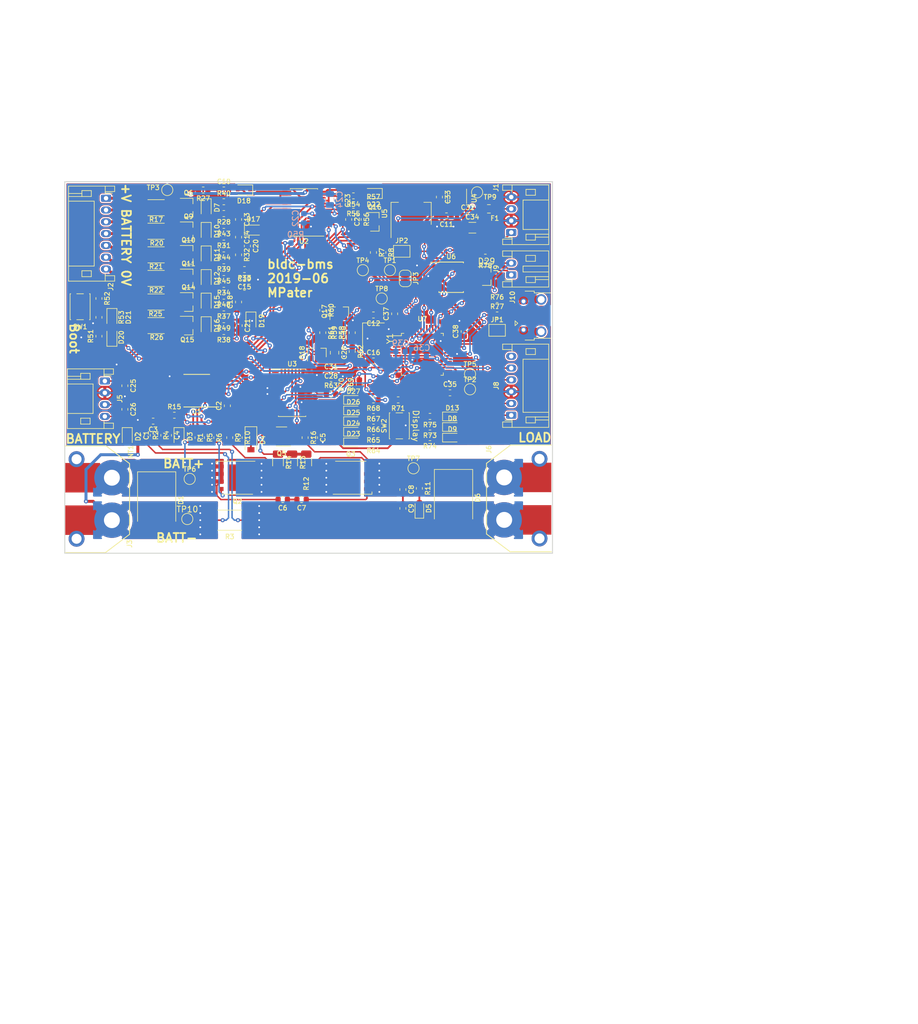
<source format=kicad_pcb>
(kicad_pcb (version 20171130) (host pcbnew 5.1.2-f72e74a~84~ubuntu16.04.1)
  (layers (0 F.Cu signal) (31 B.Cu signal) (34 B.Paste user) (35 F.Paste user) (36 B.SilkS user) (37 F.SilkS user) (38 B.Mask user hide) (39 F.Mask user hide) (44 Edge.Cuts user))
  (net 0 "")
  (net 1 "Net-(F1-Pad2)")
  (net 2 "/Battery Controller/C10")
  (net 3 "/Battery Monitor/C7")
  (net 4 "/Battery Monitor/C6")
  (net 5 "/Battery Monitor/C5")
  (net 6 "/Battery Monitor/C2")
  (net 7 "/Battery Monitor/C1")
  (net 8 "/Battery Monitor/C0")
  (net 9 "/Battery Monitor/NTC_1")
  (net 10 GND)
  (net 11 "/Battery Monitor/NTC2")
  (net 12 "/Battery Monitor/NTC_2_GND")
  (net 13 "/CAN and USB Interface/~RST")
  (net 14 "/CAN and USB Interface/SWDIO")
  (net 15 "/CAN and USB Interface/SWCLK")
  (net 16 +3V3)
  (net 17 "/CAN and USB Interface/CAN_L")
  (net 18 "/CAN and USB Interface/CAN_H")
  (net 19 "Net-(J10-Pad6)")
  (net 20 "/CAN and USB Interface/USB_DP")
  (net 21 "/CAN and USB Interface/USB_DM")
  (net 22 "Net-(D4-Pad1)")
  (net 23 "Net-(R15-Pad1)")
  (net 24 "Net-(R5-Pad1)")
  (net 25 "Net-(C5-Pad1)")
  (net 26 "/Battery Controller/PCHG")
  (net 27 "/Battery Controller/PMON_EN")
  (net 28 "/Battery Monitor/DSG")
  (net 29 "/Battery Controller/CP_EN")
  (net 30 "/Battery Monitor/CHG")
  (net 31 "Net-(C2-Pad2)")
  (net 32 "Net-(C2-Pad1)")
  (net 33 "/Battery Monitor/SRP")
  (net 34 "/Battery Monitor/BOOT_SUPPLY")
  (net 35 "/Battery Monitor/BAT")
  (net 36 "Net-(C23-Pad1)")
  (net 37 "/Battery Monitor/REGSRC")
  (net 38 "/Battery Controller/REGOUT")
  (net 39 "Net-(C22-Pad1)")
  (net 40 "/CAN and USB Interface/I2C1_SCL")
  (net 41 "/CAN and USB Interface/I2C1_SDA")
  (net 42 "/Battery Controller/ALERT")
  (net 43 "Net-(C29-Pad1)")
  (net 44 "Net-(R62-Pad2)")
  (net 45 "/CAN and USB Interface/I2C2_SDA")
  (net 46 "/CAN and USB Interface/I2C2_SCL")
  (net 47 "Net-(R71-Pad2)")
  (net 48 "Net-(D23-Pad1)")
  (net 49 "Net-(D24-Pad1)")
  (net 50 "Net-(D25-Pad1)")
  (net 51 "Net-(D26-Pad1)")
  (net 52 "Net-(D27-Pad1)")
  (net 53 "Net-(R63-Pad1)")
  (net 54 "Net-(C31-Pad1)")
  (net 55 "/CAN and USB Interface/CAN_TX")
  (net 56 "/CAN and USB Interface/CAN_RX")
  (net 57 "/CAN and USB Interface/CAN_STB")
  (net 58 "Net-(R77-Pad1)")
  (net 59 "Net-(R76-Pad1)")
  (net 60 "/CAN and USB Interface/LED_BLUE")
  (net 61 "/CAN and USB Interface/LED_RED")
  (net 62 "/CAN and USB Interface/LED_GREEN")
  (net 63 "/Battery Monitor/WAKE")
  (net 64 "/Battery Monitor/SRN")
  (net 65 "Net-(C6-Pad1)")
  (net 66 "/Power Stage/BAT+")
  (net 67 "/Battery Monitor/LOAD+")
  (net 68 "Net-(C8-Pad2)")
  (net 69 "/Power Stage/LOAD-")
  (net 70 "/Battery Controller/~ENABLE")
  (net 71 +5V)
  (net 72 "Net-(D5-Pad2)")
  (net 73 "Net-(D7-Pad1)")
  (net 74 "Net-(D10-Pad1)")
  (net 75 "Net-(D11-Pad1)")
  (net 76 "Net-(D12-Pad1)")
  (net 77 "Net-(D15-Pad1)")
  (net 78 "Net-(D16-Pad1)")
  (net 79 "Net-(D20-Pad2)")
  (net 80 "Net-(D22-Pad1)")
  (net 81 "Net-(D23-Pad2)")
  (net 82 "Net-(D24-Pad2)")
  (net 83 "Net-(D25-Pad2)")
  (net 84 "Net-(D26-Pad2)")
  (net 85 "Net-(D27-Pad2)")
  (net 86 "Net-(Q5-Pad3)")
  (net 87 "/Battery Monitor/BOOT_RETURN")
  (net 88 "Net-(Q17-Pad2)")
  (net 89 "Net-(Q2-Pad5)")
  (net 90 "Net-(Q2-Pad4)")
  (net 91 "Net-(Q3-Pad4)")
  (net 92 "Net-(J10-Pad1)")
  (net 93 "Net-(Q16-Pad2)")
  (net 94 "Net-(Q17-Pad1)")
  (net 95 "/Power Stage/BAT-")
  (net 96 "Net-(Q6-Pad3)")
  (net 97 "Net-(Q9-Pad3)")
  (net 98 "Net-(Q10-Pad3)")
  (net 99 "Net-(Q11-Pad3)")
  (net 100 "Net-(Q14-Pad3)")
  (net 101 "Net-(Q15-Pad3)")
  (net 102 "/Battery Monitor/VC10")
  (net 103 "/Battery Monitor/VC9")
  (net 104 "/Battery Monitor/VC6")
  (net 105 "/Battery Monitor/VC4")
  (net 106 "/Battery Monitor/VC5")
  (net 107 "/Battery Monitor/VC5B")
  (net 108 "/Battery Monitor/VC0")
  (net 109 "Net-(D8-Pad1)")
  (net 110 "Net-(D9-Pad1)")
  (net 111 "Net-(D13-Pad1)")
  (net 112 "Net-(JP3-Pad2)")
  (net 113 "Net-(Q5-Pad4)")
  (net 114 "Net-(C11-Pad1)")
  (net 115 "Net-(C12-Pad2)")
  (net 116 "Net-(C16-Pad2)")
  (net 117 "Net-(Q16-Pad1)")
  (net 118 "Net-(Q18-Pad3)")
  (module Package_SO:TSSOP-30_4.4x7.8mm_P0.5mm (layer F.Cu) (at 143.6 45.2 180)
    (fp_text reference U2 (at 0 -4.9 180) (layer F.SilkS) (effects (font (size 0.8 0.8))))
    (fp_text value bq76930)
    (pad 30 smd rect (at 2.9 -3.5 180) (size 1.5 0.3) (layers F.Cu F.Paste F.Mask) (net 42 "/Battery Controller/ALERT"))
    (pad 29 smd rect (at 2.9 -3 180) (size 1.5 0.3) (layers F.Cu F.Paste F.Mask) (net 64 "/Battery Monitor/SRN"))
    (pad 28 smd rect (at 2.9 -2.5 180) (size 1.5 0.3) (layers F.Cu F.Paste F.Mask) (net 33 "/Battery Monitor/SRP"))
    (pad 27 smd rect (at 2.9 -2 180) (size 1.5 0.3) (layers F.Cu F.Paste F.Mask) (net 108 "/Battery Monitor/VC0"))
    (pad 26 smd rect (at 2.9 -1.5 180) (size 1.5 0.3) (layers F.Cu F.Paste F.Mask) (net 34 "/Battery Monitor/BOOT_SUPPLY"))
    (pad 25 smd rect (at 2.9 -1 180) (size 1.5 0.3) (layers F.Cu F.Paste F.Mask) (net 105 "/Battery Monitor/VC4"))
    (pad 24 smd rect (at 2.9 -0.5 180) (size 1.5 0.3) (layers F.Cu F.Paste F.Mask) (net 105 "/Battery Monitor/VC4"))
    (pad 23 smd rect (at 2.9 0 180) (size 1.5 0.3) (layers F.Cu F.Paste F.Mask) (net 105 "/Battery Monitor/VC4"))
    (pad 22 smd rect (at 2.9 0.5 180) (size 1.5 0.3) (layers F.Cu F.Paste F.Mask) (net 106 "/Battery Monitor/VC5"))
    (pad 21 smd rect (at 2.9 1 180) (size 1.5 0.3) (layers F.Cu F.Paste F.Mask) (net 107 "/Battery Monitor/VC5B"))
    (pad 20 smd rect (at 2.9 1.5 180) (size 1.5 0.3) (layers F.Cu F.Paste F.Mask) (net 104 "/Battery Monitor/VC6"))
    (pad 19 smd rect (at 2.9 2 180) (size 1.5 0.3) (layers F.Cu F.Paste F.Mask) (net 103 "/Battery Monitor/VC9"))
    (pad 18 smd rect (at 2.9 2.5 180) (size 1.5 0.3) (layers F.Cu F.Paste F.Mask) (net 103 "/Battery Monitor/VC9"))
    (pad 17 smd rect (at 2.9 3 180) (size 1.5 0.3) (layers F.Cu F.Paste F.Mask) (net 103 "/Battery Monitor/VC9"))
    (pad 16 smd rect (at 2.9 3.5 180) (size 1.5 0.3) (layers F.Cu F.Paste F.Mask) (net 102 "/Battery Monitor/VC10"))
    (pad 15 smd rect (at -2.9 3.5 180) (size 1.5 0.3) (layers F.Cu F.Paste F.Mask) (net 35 "/Battery Monitor/BAT"))
    (pad 14 smd rect (at -2.9 3 180) (size 1.5 0.3) (layers F.Cu F.Paste F.Mask) (net 36 "Net-(C23-Pad1)"))
    (pad 13 smd rect (at -2.9 2.5 180) (size 1.5 0.3) (layers F.Cu F.Paste F.Mask) (net 11 "/Battery Monitor/NTC2"))
    (pad 12 smd rect (at -2.9 2 180) (size 1.5 0.3) (layers F.Cu F.Paste F.Mask) (net 36 "Net-(C23-Pad1)"))
    (pad 11 smd rect (at -2.9 1.5 180) (size 1.5 0.3) (layers F.Cu F.Paste F.Mask) (net 36 "Net-(C23-Pad1)"))
    (pad 10 smd rect (at -2.9 1 180) (size 1.5 0.3) (layers F.Cu F.Paste F.Mask) (net 12 "/Battery Monitor/NTC_2_GND"))
    (pad 9 smd rect (at -2.9 0.5 180) (size 1.5 0.3) (layers F.Cu F.Paste F.Mask) (net 37 "/Battery Monitor/REGSRC"))
    (pad 8 smd rect (at -2.9 0 180) (size 1.5 0.3) (layers F.Cu F.Paste F.Mask) (net 38 "/Battery Controller/REGOUT"))
    (pad 7 smd rect (at -2.9 -0.5 180) (size 1.5 0.3) (layers F.Cu F.Paste F.Mask) (net 39 "Net-(C22-Pad1)"))
    (pad 6 smd rect (at -2.9 -1 180) (size 1.5 0.3) (layers F.Cu F.Paste F.Mask) (net 9 "/Battery Monitor/NTC_1"))
    (pad 5 smd rect (at -2.9 -1.5 180) (size 1.5 0.3) (layers F.Cu F.Paste F.Mask) (net 40 "/CAN and USB Interface/I2C1_SCL"))
    (pad 4 smd rect (at -2.9 -2 180) (size 1.5 0.3) (layers F.Cu F.Paste F.Mask) (net 41 "/CAN and USB Interface/I2C1_SDA"))
    (pad 3 smd rect (at -2.9 -2.5 180) (size 1.5 0.3) (layers F.Cu F.Paste F.Mask) (net 10 GND))
    (pad 2 smd rect (at -2.9 -3 180) (size 1.5 0.3) (layers F.Cu F.Paste F.Mask) (net 30 "/Battery Monitor/CHG"))
    (pad 1 smd rect (at -2.9 -3.5 180) (size 1.5 0.3) (layers F.Cu F.Paste F.Mask) (net 28 "/Battery Monitor/DSG"))
  )
  (module Capacitor_SMD:C_0603_1608Metric (layer F.Cu) (at 155.4 70.4)
    (fp_text reference C16 (at 0 -1.43) (layer F.SilkS) (effects (font (size 0.8 0.8))))
    (fp_text value 15pF)
    (pad 1 smd roundrect (at -0.7875 0) (size 0.875 0.95) (layers F.Cu F.Paste F.Mask) (net 10 GND))
    (pad 2 smd roundrect (at 0.7875 0) (size 0.875 0.95) (layers F.Cu F.Paste F.Mask) (net 116 "Net-(C16-Pad2)"))
  )
  (module Capacitor_SMD:C_0603_1608Metric (layer F.Cu) (at 155.4 62.6 180)
    (fp_text reference C12 (at 0 -1.43) (layer F.SilkS) (effects (font (size 0.8 0.8))))
    (fp_text value 15pF)
    (pad 1 smd roundrect (at -0.7875 0 180) (size 0.875 0.95) (layers F.Cu F.Paste F.Mask) (net 10 GND))
    (pad 2 smd roundrect (at 0.7875 0 180) (size 0.875 0.95) (layers F.Cu F.Paste F.Mask) (net 115 "Net-(C12-Pad2)"))
  )
  (module Package_TO_SOT_SMD:SOT-223 (layer F.Cu) (at 161.8 45.4 90)
    (fp_text reference U5 (at 0 -4.5 90) (layer F.SilkS) (effects (font (size 0.8 0.8))))
    (fp_text value MIC5239-5.0)
    (pad 1 smd rect (at -3.15 -2.3 90) (size 2 1.5) (layers F.Cu F.Paste F.Mask) (net 2 "/Battery Controller/C10"))
    (pad 3 smd rect (at -3.15 2.3 90) (size 2 1.5) (layers F.Cu F.Paste F.Mask) (net 71 +5V))
    (pad 2 smd rect (at -3.15 0 90) (size 2 1.5) (layers F.Cu F.Paste F.Mask) (net 10 GND))
    (pad 2 smd rect (at 3.15 0 90) (size 2 3.8) (layers F.Cu F.Paste F.Mask) (net 10 GND))
  )
  (module bldc-BMS:XT60PW-F20 (layer F.Cu) (at 177.6 93.75 270)
    (fp_text reference J6 (at -8.35 2.6 90) (layer F.SilkS) (effects (font (size 0.8 0.8))))
    (fp_text value XT60_FEMALE)
    (pad 1 thru_hole circle (at -3.6 0 270) (size 6 6) (drill 2.7) (layers *.Cu *.Mask) (net 67 "/Battery Monitor/LOAD+"))
    (pad 2 thru_hole circle (at 3.6 0 270) (size 6 6) (drill 2.7) (layers *.Cu *.Mask) (net 69 "/Power Stage/LOAD-"))
    (pad 3 thru_hole circle (at 6.75 -6 270) (size 2.7 2.7) (drill 1.7) (layers *.Cu *.Mask))
    (pad 3 thru_hole circle (at -6.75 -6 270) (size 2.7 2.7) (drill 1.7) (layers *.Cu *.Mask))
    (pad 2 smd rect (at 3.6 -5 270) (size 5 6) (layers F.Cu F.Paste F.Mask) (net 69 "/Power Stage/LOAD-"))
    (pad 1 smd rect (at -3.6 -5 270) (size 5 6) (layers F.Cu F.Paste F.Mask) (net 67 "/Battery Monitor/LOAD+"))
  )
  (module bldc-BMS:XT60PW-M20 (layer F.Cu) (at 110.998 93.8 90)
    (fp_text reference J3 (at -7.6 3.002 90) (layer F.SilkS) (effects (font (size 0.8 0.8))))
    (fp_text value XT60_MALE)
    (pad 2 thru_hole circle (at -3.6 0 90) (size 6 6) (drill 2.7) (layers *.Cu *.Mask) (net 95 "/Power Stage/BAT-"))
    (pad 1 thru_hole circle (at 3.6 0 90) (size 6 6) (drill 2.7) (layers *.Cu *.Mask) (net 66 "/Power Stage/BAT+"))
    (pad 3 thru_hole circle (at 6.75 -6 90) (size 2.7 2.7) (drill 1.7) (layers *.Cu *.Mask))
    (pad 3 thru_hole circle (at -6.75 -6 90) (size 2.7 2.7) (drill 1.7) (layers *.Cu *.Mask))
    (pad 1 smd rect (at 3.6 -5 90) (size 5 6) (layers F.Cu F.Paste F.Mask) (net 66 "/Power Stage/BAT+"))
    (pad 2 smd rect (at -3.6 -5 90) (size 5 6) (layers F.Cu F.Paste F.Mask) (net 95 "/Power Stage/BAT-"))
  )
  (module bldc-BMS:SOT-23-5 (layer F.Cu) (at 169.6 42.8 270)
    (fp_text reference U4 (at 0 -2.9 90) (layer F.SilkS) (effects (font (size 0.8 0.8))))
    (fp_text value MIC5219-3.3)
    (pad 1 smd rect (at -1.1 -0.95 270) (size 1.06 0.65) (layers F.Cu F.Paste F.Mask) (net 71 +5V))
    (pad 2 smd rect (at -1.1 0 270) (size 1.06 0.65) (layers F.Cu F.Paste F.Mask) (net 10 GND))
    (pad 3 smd rect (at -1.1 0.95 270) (size 1.06 0.65) (layers F.Cu F.Paste F.Mask) (net 71 +5V))
    (pad 4 smd rect (at 1.1 0.95 270) (size 1.06 0.65) (layers F.Cu F.Paste F.Mask) (net 114 "Net-(C11-Pad1)"))
    (pad 5 smd rect (at 1.1 -0.95 270) (size 1.06 0.65) (layers F.Cu F.Paste F.Mask) (net 16 +3V3))
  )
  (module Capacitor_SMD:C_0603_1608Metric (layer F.Cu) (at 167.8 45.8 180)
    (fp_text reference C11 (at 0 -1.43) (layer F.SilkS) (effects (font (size 0.8 0.8))))
    (fp_text value 470nF)
    (pad 1 smd roundrect (at -0.7875 0 180) (size 0.875 0.95) (layers F.Cu F.Paste F.Mask) (net 114 "Net-(C11-Pad1)"))
    (pad 2 smd roundrect (at 0.7875 0 180) (size 0.875 0.95) (layers F.Cu F.Paste F.Mask) (net 10 GND))
  )
  (module Package_TO_SOT_SMD:TDSON-8-1 (layer F.Cu) (at 132.3 90.2)
    (fp_text reference Q2 (at 0 4) (layer F.SilkS) (effects (font (size 0.8 0.8))))
    (fp_text value CSD18531Q5A)
    (pad 1 smd rect (at -2.75 -1.91 270) (size 0.7 0.8) (layers F.Cu F.Paste F.Mask) (net 66 "/Power Stage/BAT+"))
    (pad 2 smd rect (at -2.75 -0.64 270) (size 0.7 0.8) (layers F.Cu F.Paste F.Mask) (net 66 "/Power Stage/BAT+"))
    (pad 3 smd rect (at -2.75 0.64 270) (size 0.7 0.8) (layers F.Cu F.Paste F.Mask) (net 66 "/Power Stage/BAT+"))
    (pad 4 smd rect (at -2.75 1.91 270) (size 0.7 0.8) (layers F.Cu F.Paste F.Mask) (net 90 "Net-(Q2-Pad4)"))
    (pad 5 smd rect (at 2.75 1.91 270) (size 0.7 0.8) (layers F.Cu F.Paste F.Mask) (net 89 "Net-(Q2-Pad5)"))
    (pad 5 smd rect (at 2.75 0.64 270) (size 0.7 0.8) (layers F.Cu F.Paste F.Mask) (net 89 "Net-(Q2-Pad5)"))
    (pad 5 smd rect (at 2.75 -0.64 270) (size 0.7 0.8) (layers F.Cu F.Paste F.Mask) (net 89 "Net-(Q2-Pad5)"))
    (pad 5 smd rect (at 2.75 -1.91 270) (size 0.7 0.8) (layers F.Cu F.Paste F.Mask) (net 89 "Net-(Q2-Pad5)"))
    (pad 5 smd rect (at 0.5 0 270) (size 4.5 4.29) (layers F.Cu F.Mask) (net 89 "Net-(Q2-Pad5)"))
  )
  (module Diode_SMD:D_SOD-323 (layer F.Cu) (at 134.6 63.6 270)
    (fp_text reference D19 (at 0 -1.85 270) (layer F.SilkS) (effects (font (size 0.8 0.8))))
    (fp_text value 3.3V)
    (pad 1 smd rect (at -1.05 0 270) (size 0.6 0.45) (layers F.Cu F.Paste F.Mask) (net 108 "/Battery Monitor/VC0"))
    (pad 2 smd rect (at 1.05 0 270) (size 0.6 0.45) (layers F.Cu F.Paste F.Mask) (net 10 GND))
  )
  (module TestPoint:TestPoint_Pad_D1.5mm (layer F.Cu) (at 173 41.8)
    (fp_text reference TP9 (at 2.2 0.8) (layer F.SilkS) (effects (font (size 0.8 0.8))))
    (fp_text value 5V)
    (pad 1 smd circle (at 0 0) (size 1.5 1.5) (layers F.Cu F.Mask) (net 71 +5V))
  )
  (module TestPoint:TestPoint_Pad_D1.5mm (layer F.Cu) (at 156.8 59.8)
    (fp_text reference TP8 (at 0 -1.648) (layer F.SilkS) (effects (font (size 0.8 0.8))))
    (fp_text value 3.3V)
    (pad 1 smd circle (at 0 0) (size 1.5 1.5) (layers F.Cu F.Mask) (net 16 +3V3))
  )
  (module TestPoint:TestPoint_Pad_D1.5mm (layer F.Cu) (at 162.2 88.6)
    (fp_text reference TP7 (at 0 -1.648) (layer F.SilkS) (effects (font (size 0.8 0.8))))
    (fp_text value LOAD+)
    (pad 1 smd circle (at 0 0) (size 1.5 1.5) (layers F.Cu F.Mask) (net 67 "/Battery Monitor/LOAD+"))
  )
  (module TestPoint:TestPoint_Pad_D1.5mm (layer F.Cu) (at 124.2 90.4)
    (fp_text reference TP6 (at 0 -1.648) (layer F.SilkS) (effects (font (size 0.8 0.8))))
    (fp_text value BAT+)
    (pad 1 smd circle (at 0 0) (size 1.5 1.5) (layers F.Cu F.Mask) (net 66 "/Power Stage/BAT+"))
  )
  (module TestPoint:TestPoint_Pad_D1.5mm (layer F.Cu) (at 171.8 72.6)
    (fp_text reference TP5 (at 0 -1.648) (layer F.SilkS) (effects (font (size 0.8 0.8))))
    (fp_text value SMBD)
    (pad 1 smd circle (at 0 0) (size 1.5 1.5) (layers F.Cu F.Mask) (net 45 "/CAN and USB Interface/I2C2_SDA"))
  )
  (module TestPoint:TestPoint_Pad_D1.5mm (layer F.Cu) (at 153.6 55)
    (fp_text reference TP4 (at 0 -1.648) (layer F.SilkS) (effects (font (size 0.8 0.8))))
    (fp_text value SDA)
    (pad 1 smd circle (at 0 0) (size 1.5 1.5) (layers F.Cu F.Mask) (net 41 "/CAN and USB Interface/I2C1_SDA"))
  )
  (module TestPoint:TestPoint_Pad_D1.5mm (layer F.Cu) (at 120.4 41.4)
    (fp_text reference TP3 (at -2.4 -0.4) (layer F.SilkS) (effects (font (size 0.8 0.8))))
    (fp_text value REGOUT)
    (pad 1 smd circle (at 0 0) (size 1.5 1.5) (layers F.Cu F.Mask) (net 2 "/Battery Controller/C10"))
  )
  (module TestPoint:TestPoint_Pad_D1.5mm (layer F.Cu) (at 171.8 75.2)
    (fp_text reference TP2 (at 0 -1.648) (layer F.SilkS) (effects (font (size 0.8 0.8))))
    (fp_text value SMBC)
    (pad 1 smd circle (at 0 0) (size 1.5 1.5) (layers F.Cu F.Mask) (net 46 "/CAN and USB Interface/I2C2_SCL"))
  )
  (module TestPoint:TestPoint_Pad_D1.5mm (layer F.Cu) (at 158.2 55)
    (fp_text reference TP1 (at 0 -1.648) (layer F.SilkS) (effects (font (size 0.8 0.8))))
    (fp_text value SCL)
    (pad 1 smd circle (at 0 0) (size 1.5 1.5) (layers F.Cu F.Mask) (net 40 "/CAN and USB Interface/I2C1_SCL"))
  )
  (module Resistor_SMD:R_0603_1608Metric (layer F.Cu) (at 157 52 270)
    (fp_text reference R8 (at 0 -1.43 90) (layer F.SilkS) (effects (font (size 0.8 0.8))))
    (fp_text value 100k)
    (pad 1 smd roundrect (at -0.7875 0 270) (size 0.875 0.95) (layers F.Cu F.Paste F.Mask) (net 38 "/Battery Controller/REGOUT"))
    (pad 2 smd roundrect (at 0.7875 0 270) (size 0.875 0.95) (layers F.Cu F.Paste F.Mask) (net 40 "/CAN and USB Interface/I2C1_SCL"))
  )
  (module Resistor_SMD:R_0603_1608Metric (layer F.Cu) (at 155.4 52 270)
    (fp_text reference R7 (at 0 -1.43 90) (layer F.SilkS) (effects (font (size 0.8 0.8))))
    (fp_text value 100k)
    (pad 1 smd roundrect (at -0.7875 0 270) (size 0.875 0.95) (layers F.Cu F.Paste F.Mask) (net 38 "/Battery Controller/REGOUT"))
    (pad 2 smd roundrect (at 0.7875 0 270) (size 0.875 0.95) (layers F.Cu F.Paste F.Mask) (net 41 "/CAN and USB Interface/I2C1_SDA"))
  )
  (module Connector_JST:JST_PH_S2B-PH-K_1x02_P2.00mm_Horizontal (layer F.Cu) (at 178.8 55.8 90)
    (fp_text reference J9 (at 1 -2.55 90) (layer F.SilkS) (effects (font (size 0.8 0.8))))
    (fp_text value Conn_01x02)
    (pad 1 thru_hole roundrect (at 0 0 90) (size 1.2 1.75) (drill 0.75) (layers *.Cu *.Mask) (roundrect_rratio 0.208333) (net 18 "/CAN and USB Interface/CAN_H"))
    (pad 2 thru_hole oval (at 2 0 90) (size 1.2 1.75) (drill 0.75) (layers *.Cu *.Mask) (net 17 "/CAN and USB Interface/CAN_L"))
  )
  (module Connector_JST:JST_PH_S6B-PH-K_1x06_P2.00mm_Horizontal (layer F.Cu) (at 178.8 79.6 90)
    (fp_text reference J8 (at 5 -2.55 90) (layer F.SilkS) (effects (font (size 0.8 0.8))))
    (fp_text value Conn_01x06)
    (pad 1 thru_hole roundrect (at 0 0 90) (size 1.2 1.75) (drill 0.75) (layers *.Cu *.Mask) (roundrect_rratio 0.208333) (net 16 +3V3))
    (pad 2 thru_hole oval (at 2 0 90) (size 1.2 1.75) (drill 0.75) (layers *.Cu *.Mask) (net 15 "/CAN and USB Interface/SWCLK"))
    (pad 3 thru_hole oval (at 4 0 90) (size 1.2 1.75) (drill 0.75) (layers *.Cu *.Mask) (net 10 GND))
    (pad 4 thru_hole oval (at 6 0 90) (size 1.2 1.75) (drill 0.75) (layers *.Cu *.Mask) (net 14 "/CAN and USB Interface/SWDIO"))
    (pad 5 thru_hole oval (at 8 0 90) (size 1.2 1.75) (drill 0.75) (layers *.Cu *.Mask) (net 13 "/CAN and USB Interface/~RST"))
    (pad 6 thru_hole oval (at 10 0 90) (size 1.2 1.75) (drill 0.75) (layers *.Cu *.Mask))
  )
  (module Connector_JST:JST_PH_S4B-PH-K_1x04_P2.00mm_Horizontal (layer F.Cu) (at 109.8 73.8 270)
    (fp_text reference J5 (at 3 -2.55 90) (layer F.SilkS) (effects (font (size 0.8 0.8))))
    (fp_text value Conn_01x04)
    (pad 1 thru_hole roundrect (at 0 0 270) (size 1.2 1.75) (drill 0.75) (layers *.Cu *.Mask) (roundrect_rratio 0.208333) (net 9 "/Battery Monitor/NTC_1"))
    (pad 2 thru_hole oval (at 2 0 270) (size 1.2 1.75) (drill 0.75) (layers *.Cu *.Mask) (net 10 GND))
    (pad 3 thru_hole oval (at 4 0 270) (size 1.2 1.75) (drill 0.75) (layers *.Cu *.Mask) (net 11 "/Battery Monitor/NTC2"))
    (pad 4 thru_hole oval (at 6 0 270) (size 1.2 1.75) (drill 0.75) (layers *.Cu *.Mask) (net 12 "/Battery Monitor/NTC_2_GND"))
  )
  (module Connector_JST:JST_PH_S7B-PH-K_1x07_P2.00mm_Horizontal (layer F.Cu) (at 110 42.8 270)
    (fp_text reference J2 (at 15 -0.8 270) (layer F.SilkS) (effects (font (size 0.8 0.8))))
    (fp_text value Conn_01x07)
    (pad 1 thru_hole roundrect (at 0 0 270) (size 1.2 1.75) (drill 0.75) (layers *.Cu *.Mask) (roundrect_rratio 0.208333) (net 2 "/Battery Controller/C10"))
    (pad 2 thru_hole oval (at 2 0 270) (size 1.2 1.75) (drill 0.75) (layers *.Cu *.Mask) (net 3 "/Battery Monitor/C7"))
    (pad 3 thru_hole oval (at 4 0 270) (size 1.2 1.75) (drill 0.75) (layers *.Cu *.Mask) (net 4 "/Battery Monitor/C6"))
    (pad 4 thru_hole oval (at 6 0 270) (size 1.2 1.75) (drill 0.75) (layers *.Cu *.Mask) (net 5 "/Battery Monitor/C5"))
    (pad 5 thru_hole oval (at 8 0 270) (size 1.2 1.75) (drill 0.75) (layers *.Cu *.Mask) (net 6 "/Battery Monitor/C2"))
    (pad 6 thru_hole oval (at 10 0 270) (size 1.2 1.75) (drill 0.75) (layers *.Cu *.Mask) (net 7 "/Battery Monitor/C1"))
    (pad 7 thru_hole oval (at 12 0 270) (size 1.2 1.75) (drill 0.75) (layers *.Cu *.Mask) (net 8 "/Battery Monitor/C0"))
  )
  (module Connector_JST:JST_PH_S4B-PH-K_1x04_P2.00mm_Horizontal (layer F.Cu) (at 178.8 48.6 90)
    (fp_text reference J1 (at 7.6 -2.6 90) (layer F.SilkS) (effects (font (size 0.8 0.8))))
    (fp_text value Conn_01x04)
    (pad 1 thru_hole roundrect (at 0 0 90) (size 1.2 1.75) (drill 0.75) (layers *.Cu *.Mask) (roundrect_rratio 0.208333) (net 70 "/Battery Controller/~ENABLE"))
    (pad 2 thru_hole oval (at 2 0 90) (size 1.2 1.75) (drill 0.75) (layers *.Cu *.Mask) (net 10 GND))
    (pad 3 thru_hole oval (at 4 0 90) (size 1.2 1.75) (drill 0.75) (layers *.Cu *.Mask) (net 1 "Net-(F1-Pad2)"))
    (pad 4 thru_hole oval (at 6 0 90) (size 1.2 1.75) (drill 0.75) (layers *.Cu *.Mask) (net 10 GND))
  )
  (module Resistor_SMD:R_1206_3216Metric (layer F.Cu) (at 139.2 87.6 270)
    (fp_text reference R14 (at 0 -1.82 90) (layer F.SilkS) (effects (font (size 0.8 0.8))))
    (fp_text value 1k)
    (pad 1 smd roundrect (at -1.4 0 270) (size 1.25 1.75) (layers F.Cu F.Paste F.Mask) (roundrect_rratio 0.2) (net 113 "Net-(Q5-Pad4)"))
    (pad 2 smd roundrect (at 1.4 0 270) (size 1.25 1.75) (layers F.Cu F.Paste F.Mask) (roundrect_rratio 0.2) (net 89 "Net-(Q2-Pad5)"))
  )
  (module Resistor_SMD:R_1206_3216Metric (layer F.Cu) (at 141.6 87.6 270)
    (fp_text reference R13 (at 0 -1.82 90) (layer F.SilkS) (effects (font (size 0.8 0.8))))
    (fp_text value 1k)
    (pad 1 smd roundrect (at -1.4 0 270) (size 1.25 1.75) (layers F.Cu F.Paste F.Mask) (roundrect_rratio 0.2) (net 113 "Net-(Q5-Pad4)"))
    (pad 2 smd roundrect (at 1.4 0 270) (size 1.25 1.75) (layers F.Cu F.Paste F.Mask) (roundrect_rratio 0.2) (net 89 "Net-(Q2-Pad5)"))
  )
  (module Resistor_SMD:R_1206_3216Metric (layer F.Cu) (at 144 87.6 270)
    (fp_text reference R12 (at 3.6 0 90) (layer F.SilkS) (effects (font (size 0.8 0.8))))
    (fp_text value 1k)
    (pad 1 smd roundrect (at -1.4 0 270) (size 1.25 1.75) (layers F.Cu F.Paste F.Mask) (roundrect_rratio 0.2) (net 113 "Net-(Q5-Pad4)"))
    (pad 2 smd roundrect (at 1.4 0 270) (size 1.25 1.75) (layers F.Cu F.Paste F.Mask) (roundrect_rratio 0.2) (net 89 "Net-(Q2-Pad5)"))
  )
  (module bldc-BMS:USB_Micro-B_Amphenol_10103594-0001LF_Horizontal_circular (layer F.Cu) (at 182.765 62.675 90)
    (fp_text reference J10 (at 3.075 -3.765 90) (layer F.SilkS) (effects (font (size 0.8 0.8))))
    (fp_text value USB_B_Micro)
    (pad 6 smd roundrect (at 2.725 0.185 90) (size 1.35 2) (layers F.Cu F.Paste F.Mask) (net 19 "Net-(J10-Pad6)"))
    (pad 6 smd roundrect (at -2.755 0.185 90) (size 1.35 2) (layers F.Cu F.Paste F.Mask) (net 19 "Net-(J10-Pad6)"))
    (pad 6 smd roundrect (at -2.975 -0.565 90) (size 1.825 0.7) (layers F.Cu F.Paste F.Mask) (net 19 "Net-(J10-Pad6)"))
    (pad 6 smd roundrect (at 2.975 -0.565 90) (size 1.825 0.7) (layers F.Cu F.Paste F.Mask) (net 19 "Net-(J10-Pad6)"))
    (pad 6 smd roundrect (at -2.875 -1.865 90) (size 2 1.5) (layers F.Cu F.Paste F.Mask) (net 19 "Net-(J10-Pad6)"))
    (pad 6 smd roundrect (at 2.875 -1.885 90) (size 2 1.5) (layers F.Cu F.Paste F.Mask) (net 19 "Net-(J10-Pad6)"))
    (pad 1 smd rect (at -1.325 -1.765 180) (size 1.65 0.4) (layers F.Cu F.Paste F.Mask) (net 92 "Net-(J10-Pad1)"))
    (pad 2 smd rect (at -0.675 -1.765 180) (size 1.65 0.4) (layers F.Cu F.Paste F.Mask) (net 21 "/CAN and USB Interface/USB_DM"))
    (pad 3 smd rect (at -0.025 -1.765 180) (size 1.65 0.4) (layers F.Cu F.Paste F.Mask) (net 20 "/CAN and USB Interface/USB_DP"))
    (pad 4 smd rect (at 0.625 -1.765 180) (size 1.65 0.4) (layers F.Cu F.Paste F.Mask))
    (pad 5 smd rect (at 1.275 -1.765 180) (size 1.65 0.4) (layers F.Cu F.Paste F.Mask) (net 10 GND))
    (pad 6 thru_hole circle (at -2.445 -1.885 180) (size 1.1 1.1) (drill 0.65) (layers *.Cu *.Mask) (net 19 "Net-(J10-Pad6)"))
    (pad 6 thru_hole circle (at 2.395 -1.885 180) (size 1.1 1.1) (drill 0.65) (layers *.Cu *.Mask) (net 19 "Net-(J10-Pad6)"))
    (pad 6 thru_hole circle (at -2.755 1.115 180) (size 1.8 1.8) (drill 1.2) (layers *.Cu *.Mask) (net 19 "Net-(J10-Pad6)"))
    (pad 6 thru_hole circle (at 2.705 1.115 180) (size 1.8 1.8) (drill 1.2) (layers *.Cu *.Mask) (net 19 "Net-(J10-Pad6)"))
    (pad 6 smd roundrect (at -0.985 1.385 180) (size 2.5 1.43) (layers F.Cu F.Paste F.Mask) (net 19 "Net-(J10-Pad6)"))
    (pad 6 smd roundrect (at 0.935 1.385 180) (size 2.5 1.43) (layers F.Cu F.Paste F.Mask) (net 19 "Net-(J10-Pad6)"))
  )
  (module Resistor_SMD:R_0603_1608Metric (layer F.Cu) (at 155.4 78.8 180)
    (fp_text reference R67 (at 0 -1.43 180) (layer F.SilkS) (effects (font (size 0.8 0.8))))
    (fp_text value 2k)
    (pad 1 smd roundrect (at -0.7875 0 180) (size 0.875 0.95) (layers F.Cu F.Paste F.Mask) (net 2 "/Battery Controller/C10"))
    (pad 2 smd roundrect (at 0.7875 0 180) (size 0.875 0.95) (layers F.Cu F.Paste F.Mask) (net 84 "Net-(D26-Pad2)"))
  )
  (module Capacitor_SMD:C_0603_1608Metric (layer F.Cu) (at 115.4 83 270)
    (fp_text reference C1 (at 0 -1.43 90) (layer F.SilkS) (effects (font (size 0.8 0.8))))
    (fp_text value 0.1uF)
    (pad 2 smd roundrect (at 0.7875 0 270) (size 0.875 0.95) (layers F.Cu F.Paste F.Mask) (net 10 GND))
    (pad 1 smd roundrect (at -0.7875 0 270) (size 0.875 0.95) (layers F.Cu F.Paste F.Mask) (net 33 "/Battery Monitor/SRP"))
  )
  (module Capacitor_SMD:C_0603_1608Metric (layer F.Cu) (at 130.6 78 90)
    (fp_text reference C2 (at 0 -1.43 90) (layer F.SilkS) (effects (font (size 0.8 0.8))))
    (fp_text value "1uF 10V")
    (pad 1 smd roundrect (at -0.7875 0 90) (size 0.875 0.95) (layers F.Cu F.Paste F.Mask) (net 32 "Net-(C2-Pad1)"))
    (pad 2 smd roundrect (at 0.7875 0 90) (size 0.875 0.95) (layers F.Cu F.Paste F.Mask) (net 31 "Net-(C2-Pad2)"))
  )
  (module Capacitor_SMD:C_0603_1608Metric (layer F.Cu) (at 118 80.6 180)
    (fp_text reference C3 (at 0 -1.43 180) (layer F.SilkS) (effects (font (size 0.8 0.8))))
    (fp_text value 0.1uF)
    (pad 2 smd roundrect (at 0.7875 0 180) (size 0.875 0.95) (layers F.Cu F.Paste F.Mask) (net 33 "/Battery Monitor/SRP"))
    (pad 1 smd roundrect (at -0.7875 0 180) (size 0.875 0.95) (layers F.Cu F.Paste F.Mask) (net 64 "/Battery Monitor/SRN"))
  )
  (module Capacitor_SMD:C_0603_1608Metric (layer F.Cu) (at 120.6 83 270)
    (fp_text reference C4 (at 0 -1.43 90) (layer F.SilkS) (effects (font (size 0.8 0.8))))
    (fp_text value 0.1uF)
    (pad 1 smd roundrect (at -0.7875 0 270) (size 0.875 0.95) (layers F.Cu F.Paste F.Mask) (net 64 "/Battery Monitor/SRN"))
    (pad 2 smd roundrect (at 0.7875 0 270) (size 0.875 0.95) (layers F.Cu F.Paste F.Mask) (net 10 GND))
  )
  (module Capacitor_SMD:C_0603_1608Metric (layer F.Cu) (at 145.4 83.4 270)
    (fp_text reference C5 (at 0 -1.43 90) (layer F.SilkS) (effects (font (size 0.8 0.8))))
    (fp_text value 0.01uF)
    (pad 1 smd roundrect (at -0.7875 0 270) (size 0.875 0.95) (layers F.Cu F.Paste F.Mask) (net 25 "Net-(C5-Pad1)"))
    (pad 2 smd roundrect (at 0.7875 0 270) (size 0.875 0.95) (layers F.Cu F.Paste F.Mask) (net 10 GND))
  )
  (module Capacitor_SMD:C_0603_1608Metric (layer F.Cu) (at 140 93.9 180)
    (fp_text reference C6 (at 0 -1.43 180) (layer F.SilkS) (effects (font (size 0.8 0.8))))
    (fp_text value 0.1uF)
    (pad 1 smd roundrect (at -0.7875 0 180) (size 0.875 0.95) (layers F.Cu F.Paste F.Mask) (net 65 "Net-(C6-Pad1)"))
    (pad 2 smd roundrect (at 0.7875 0 180) (size 0.875 0.95) (layers F.Cu F.Paste F.Mask) (net 66 "/Power Stage/BAT+"))
  )
  (module Capacitor_SMD:C_0603_1608Metric (layer F.Cu) (at 143.2 93.9 180)
    (fp_text reference C7 (at 0 -1.43 180) (layer F.SilkS) (effects (font (size 0.8 0.8))))
    (fp_text value 0.1uF)
    (pad 2 smd roundrect (at 0.7875 0 180) (size 0.875 0.95) (layers F.Cu F.Paste F.Mask) (net 65 "Net-(C6-Pad1)"))
    (pad 1 smd roundrect (at -0.7875 0 180) (size 0.875 0.95) (layers F.Cu F.Paste F.Mask) (net 67 "/Battery Monitor/LOAD+"))
  )
  (module Capacitor_SMD:C_0603_1608Metric (layer F.Cu) (at 160.4 92.2 270)
    (fp_text reference C8 (at 0 -1.43 270) (layer F.SilkS) (effects (font (size 0.8 0.8))))
    (fp_text value 0.1uF)
    (pad 2 smd roundrect (at 0.7875 0 270) (size 0.875 0.95) (layers F.Cu F.Paste F.Mask) (net 68 "Net-(C8-Pad2)"))
    (pad 1 smd roundrect (at -0.7875 0 270) (size 0.875 0.95) (layers F.Cu F.Paste F.Mask) (net 67 "/Battery Monitor/LOAD+"))
  )
  (module Capacitor_SMD:C_0603_1608Metric (layer F.Cu) (at 160.4 95.4 270)
    (fp_text reference C9 (at 0 -1.43 270) (layer F.SilkS) (effects (font (size 0.8 0.8))))
    (fp_text value 0.1uF)
    (pad 1 smd roundrect (at -0.7875 0 270) (size 0.875 0.95) (layers F.Cu F.Paste F.Mask) (net 68 "Net-(C8-Pad2)"))
    (pad 2 smd roundrect (at 0.7875 0 270) (size 0.875 0.95) (layers F.Cu F.Paste F.Mask) (net 69 "/Power Stage/LOAD-"))
  )
  (module Capacitor_SMD:C_0603_1608Metric (layer F.Cu) (at 130 41.4)
    (fp_text reference C10 (at 0 -1.43) (layer F.SilkS) (effects (font (size 0.8 0.8))))
    (fp_text value "1uF 10V")
    (pad 2 smd roundrect (at 0.7875 0) (size 0.875 0.95) (layers F.Cu F.Paste F.Mask) (net 103 "/Battery Monitor/VC9"))
    (pad 1 smd roundrect (at -0.7875 0) (size 0.875 0.95) (layers F.Cu F.Paste F.Mask) (net 102 "/Battery Monitor/VC10"))
  )
  (module Capacitor_SMD:C_0603_1608Metric (layer F.Cu) (at 132.5 46.4 270)
    (fp_text reference C13 (at 0 -1.43 270) (layer F.SilkS) (effects (font (size 0.8 0.8))))
    (fp_text value "1uF 10V")
    (pad 1 smd roundrect (at -0.7875 0 270) (size 0.875 0.95) (layers F.Cu F.Paste F.Mask) (net 103 "/Battery Monitor/VC9"))
    (pad 2 smd roundrect (at 0.7875 0 270) (size 0.875 0.95) (layers F.Cu F.Paste F.Mask) (net 104 "/Battery Monitor/VC6"))
  )
  (module Capacitor_SMD:C_0603_1608Metric (layer F.Cu) (at 132.5 49.4 270)
    (fp_text reference C14 (at 0 -1.43 270) (layer F.SilkS) (effects (font (size 0.8 0.8))))
    (fp_text value "1uF 10V")
    (pad 2 smd roundrect (at 0.7875 0 270) (size 0.875 0.95) (layers F.Cu F.Paste F.Mask) (net 12 "/Battery Monitor/NTC_2_GND"))
    (pad 1 smd roundrect (at -0.7875 0 270) (size 0.875 0.95) (layers F.Cu F.Paste F.Mask) (net 104 "/Battery Monitor/VC6"))
  )
  (module Capacitor_SMD:C_0603_1608Metric (layer F.Cu) (at 133.5 56.4 180)
    (fp_text reference C15 (at 0 -1.43 180) (layer F.SilkS) (effects (font (size 0.8 0.8))))
    (fp_text value "1uF 10V")
    (pad 1 smd roundrect (at -0.7875 0 180) (size 0.875 0.95) (layers F.Cu F.Paste F.Mask) (net 106 "/Battery Monitor/VC5"))
    (pad 2 smd roundrect (at 0.7875 0 180) (size 0.875 0.95) (layers F.Cu F.Paste F.Mask) (net 105 "/Battery Monitor/VC4"))
  )
  (module Capacitor_SMD:C_0603_1608Metric (layer F.Cu) (at 132.5 60.4 90)
    (fp_text reference C18 (at 0 -1.43 90) (layer F.SilkS) (effects (font (size 0.8 0.8))))
    (fp_text value "1uF 10V")
    (pad 2 smd roundrect (at 0.7875 0 90) (size 0.875 0.95) (layers F.Cu F.Paste F.Mask) (net 34 "/Battery Monitor/BOOT_SUPPLY"))
    (pad 1 smd roundrect (at -0.7875 0 90) (size 0.875 0.95) (layers F.Cu F.Paste F.Mask) (net 105 "/Battery Monitor/VC4"))
  )
  (module Capacitor_SMD:C_0603_1608Metric (layer F.Cu) (at 133.5 57.9)
    (fp_text reference C19 (at 0 -1.43) (layer F.SilkS) (effects (font (size 0.8 0.8))))
    (fp_text value "1uF 10V")
    (pad 1 smd roundrect (at -0.7875 0) (size 0.875 0.95) (layers F.Cu F.Paste F.Mask) (net 34 "/Battery Monitor/BOOT_SUPPLY"))
    (pad 2 smd roundrect (at 0.7875 0) (size 0.875 0.95) (layers F.Cu F.Paste F.Mask) (net 10 GND))
  )
  (module Capacitor_SMD:C_0603_1608Metric (layer F.Cu) (at 134 50.9 270)
    (fp_text reference C20 (at 0 -1.43 270) (layer F.SilkS) (effects (font (size 0.8 0.8))))
    (fp_text value "1uF 10V")
    (pad 1 smd roundrect (at -0.7875 0 270) (size 0.875 0.95) (layers F.Cu F.Paste F.Mask) (net 12 "/Battery Monitor/NTC_2_GND"))
    (pad 2 smd roundrect (at 0.7875 0 270) (size 0.875 0.95) (layers F.Cu F.Paste F.Mask) (net 107 "/Battery Monitor/VC5B"))
  )
  (module Capacitor_SMD:C_0603_1608Metric (layer F.Cu) (at 132.6 64.4 270)
    (fp_text reference C21 (at 0 -1.43 270) (layer F.SilkS) (effects (font (size 0.8 0.8))))
    (fp_text value "1uF 10V")
    (pad 2 smd roundrect (at 0.7875 0 270) (size 0.875 0.95) (layers F.Cu F.Paste F.Mask) (net 10 GND))
    (pad 1 smd roundrect (at -0.7875 0 270) (size 0.875 0.95) (layers F.Cu F.Paste F.Mask) (net 108 "/Battery Monitor/VC0"))
  )
  (module Capacitor_SMD:C_0603_1608Metric (layer B.Cu) (at 143.6 46.2 270)
    (fp_text reference C22 (at 0 1.43 90) (layer B.SilkS) (effects (justify mirror)))
    (fp_text value "1uF 10V")
    (pad 2 smd roundrect (at 0.7875 0 270) (size 0.875 0.95) (layers B.Cu B.Paste B.Mask) (net 10 GND))
    (pad 1 smd roundrect (at -0.7875 0 270) (size 0.875 0.95) (layers B.Cu B.Paste B.Mask) (net 39 "Net-(C22-Pad1)"))
  )
  (module Capacitor_SMD:C_0603_1608Metric (layer F.Cu) (at 149.6 43.2 270)
    (fp_text reference C23 (at 0 -1.43 90) (layer F.SilkS) (effects (font (size 0.8 0.8))))
    (fp_text value "1uF 10V")
    (pad 2 smd roundrect (at 0.7875 0 270) (size 0.875 0.95) (layers F.Cu F.Paste F.Mask) (net 12 "/Battery Monitor/NTC_2_GND"))
    (pad 1 smd roundrect (at -0.7875 0 270) (size 0.875 0.95) (layers F.Cu F.Paste F.Mask) (net 36 "Net-(C23-Pad1)"))
  )
  (module Capacitor_SMD:C_0805_2012Metric (layer B.Cu) (at 148 43 90)
    (fp_text reference C24 (at 0 1.65 90) (layer B.SilkS) (effects (justify mirror)))
    (fp_text value 4.7uF)
    (pad 2 smd roundrect (at 0.9375 0 90) (size 0.975 1.4) (layers B.Cu B.Paste B.Mask) (net 10 GND))
    (pad 1 smd roundrect (at -0.9375 0 90) (size 0.975 1.4) (layers B.Cu B.Paste B.Mask) (net 38 "/Battery Controller/REGOUT"))
  )
  (module Capacitor_SMD:C_0603_1608Metric (layer F.Cu) (at 113.2 74.6 270)
    (fp_text reference C25 (at 0 -1.43 90) (layer F.SilkS) (effects (font (size 0.8 0.8))))
    (fp_text value 4.7nF)
    (pad 1 smd roundrect (at -0.7875 0 270) (size 0.875 0.95) (layers F.Cu F.Paste F.Mask) (net 9 "/Battery Monitor/NTC_1"))
    (pad 2 smd roundrect (at 0.7875 0 270) (size 0.875 0.95) (layers F.Cu F.Paste F.Mask) (net 10 GND))
  )
  (module Capacitor_SMD:C_0603_1608Metric (layer F.Cu) (at 113.2 78.6 270)
    (fp_text reference C26 (at 0 -1.43 90) (layer F.SilkS) (effects (font (size 0.8 0.8))))
    (fp_text value 4.7nF)
    (pad 1 smd roundrect (at -0.7875 0 270) (size 0.875 0.95) (layers F.Cu F.Paste F.Mask) (net 11 "/Battery Monitor/NTC2"))
    (pad 2 smd roundrect (at 0.7875 0 270) (size 0.875 0.95) (layers F.Cu F.Paste F.Mask) (net 12 "/Battery Monitor/NTC_2_GND"))
  )
  (module Capacitor_SMD:C_0603_1608Metric (layer F.Cu) (at 151.2 46.4 270)
    (fp_text reference C27 (at 0 -1.43 90) (layer F.SilkS) (effects (font (size 0.8 0.8))))
    (fp_text value "1uF 10V")
    (pad 1 smd roundrect (at -0.7875 0 270) (size 0.875 0.95) (layers F.Cu F.Paste F.Mask) (net 37 "/Battery Monitor/REGSRC"))
    (pad 2 smd roundrect (at 0.7875 0 270) (size 0.875 0.95) (layers F.Cu F.Paste F.Mask) (net 10 GND))
  )
  (module Capacitor_SMD:C_0603_1608Metric (layer F.Cu) (at 148.2 74.4)
    (fp_text reference C28 (at 0 -1.43) (layer F.SilkS) (effects (font (size 0.8 0.8))))
    (fp_text value 0.1uF)
    (pad 2 smd roundrect (at 0.7875 0) (size 0.875 0.95) (layers F.Cu F.Paste F.Mask) (net 10 GND))
    (pad 1 smd roundrect (at -0.7875 0) (size 0.875 0.95) (layers F.Cu F.Paste F.Mask) (net 38 "/Battery Controller/REGOUT"))
  )
  (module Capacitor_SMD:C_0805_2012Metric (layer F.Cu) (at 148.8 69 270)
    (fp_text reference C29 (at 0 -1.65 90) (layer F.SilkS) (effects (font (size 0.8 0.8))))
    (fp_text value 3.3uF)
    (pad 1 smd roundrect (at -0.9375 0 270) (size 0.975 1.4) (layers F.Cu F.Paste F.Mask) (net 43 "Net-(C29-Pad1)"))
    (pad 2 smd roundrect (at 0.9375 0 270) (size 0.975 1.4) (layers F.Cu F.Paste F.Mask) (net 10 GND))
  )
  (module Capacitor_SMD:C_0603_1608Metric (layer F.Cu) (at 151.8 65.6 90)
    (fp_text reference C30 (at 0 -1.43 90) (layer F.SilkS) (effects (font (size 0.8 0.8))))
    (fp_text value 0.1uF)
    (pad 1 smd roundrect (at -0.7875 0 90) (size 0.875 0.95) (layers F.Cu F.Paste F.Mask) (net 70 "/Battery Controller/~ENABLE"))
    (pad 2 smd roundrect (at 0.7875 0 90) (size 0.875 0.95) (layers F.Cu F.Paste F.Mask) (net 10 GND))
  )
  (module Capacitor_SMD:C_0603_1608Metric (layer F.Cu) (at 148.2 72.8)
    (fp_text reference C31 (at 0 -1.43) (layer F.SilkS) (effects (font (size 0.8 0.8))))
    (fp_text value 0.1uF)
    (pad 2 smd roundrect (at 0.7875 0) (size 0.875 0.95) (layers F.Cu F.Paste F.Mask) (net 10 GND))
    (pad 1 smd roundrect (at -0.7875 0) (size 0.875 0.95) (layers F.Cu F.Paste F.Mask) (net 54 "Net-(C31-Pad1)"))
  )
  (module Capacitor_SMD:C_0603_1608Metric (layer F.Cu) (at 171.4 45.8)
    (fp_text reference C32 (at 0 -1.43) (layer F.SilkS) (effects (font (size 0.8 0.8))))
    (fp_text value 2.2uF)
    (pad 1 smd roundrect (at -0.7875 0) (size 0.875 0.95) (layers F.Cu F.Paste F.Mask) (net 16 +3V3))
    (pad 2 smd roundrect (at 0.7875 0) (size 0.875 0.95) (layers F.Cu F.Paste F.Mask) (net 10 GND))
  )
  (module Capacitor_SMD:C_0603_1608Metric (layer F.Cu) (at 166.6 42.6 270)
    (fp_text reference C33 (at 0 -1.43 90) (layer F.SilkS) (effects (font (size 0.8 0.8))))
    (fp_text value 2.2uF)
    (pad 1 smd roundrect (at -0.7875 0 270) (size 0.875 0.95) (layers F.Cu F.Paste F.Mask) (net 71 +5V))
    (pad 2 smd roundrect (at 0.7875 0 270) (size 0.875 0.95) (layers F.Cu F.Paste F.Mask) (net 10 GND))
  )
  (module Capacitor_SMD:C_1206_3216Metric (layer F.Cu) (at 172.2 47.8)
    (fp_text reference C34 (at 0 -1.82) (layer F.SilkS) (effects (font (size 0.8 0.8))))
    (fp_text value 100uF)
    (pad 2 smd roundrect (at 1.4 0) (size 1.25 1.75) (layers F.Cu F.Paste F.Mask) (roundrect_rratio 0.2) (net 10 GND))
    (pad 1 smd roundrect (at -1.4 0) (size 1.25 1.75) (layers F.Cu F.Paste F.Mask) (roundrect_rratio 0.2) (net 16 +3V3))
  )
  (module Capacitor_SMD:C_0603_1608Metric (layer F.Cu) (at 168.4 75.8)
    (fp_text reference C35 (at 0 -1.43) (layer F.SilkS) (effects (font (size 0.8 0.8))))
    (fp_text value 0.1uF)
    (pad 1 smd roundrect (at -0.7875 0) (size 0.875 0.95) (layers F.Cu F.Paste F.Mask) (net 16 +3V3))
    (pad 2 smd roundrect (at 0.7875 0) (size 0.875 0.95) (layers F.Cu F.Paste F.Mask) (net 10 GND))
  )
  (module Capacitor_SMD:C_0603_1608Metric (layer B.Cu) (at 163.6 69.6 180)
    (fp_text reference C36 (at 0 1.43 180) (layer B.SilkS) (effects (justify mirror)))
    (fp_text value 0.1uF)
    (pad 2 smd roundrect (at 0.7875 0 180) (size 0.875 0.95) (layers B.Cu B.Paste B.Mask) (net 10 GND))
    (pad 1 smd roundrect (at -0.7875 0 180) (size 0.875 0.95) (layers B.Cu B.Paste B.Mask) (net 13 "/CAN and USB Interface/~RST"))
  )
  (module Capacitor_SMD:C_0603_1608Metric (layer F.Cu) (at 159 62.4 90)
    (fp_text reference C37 (at 0 -1.43 90) (layer F.SilkS) (effects (font (size 0.8 0.8))))
    (fp_text value 0.1uF)
    (pad 1 smd roundrect (at -0.7875 0 90) (size 0.875 0.95) (layers F.Cu F.Paste F.Mask) (net 16 +3V3))
    (pad 2 smd roundrect (at 0.7875 0 90) (size 0.875 0.95) (layers F.Cu F.Paste F.Mask) (net 10 GND))
  )
  (module Capacitor_SMD:C_0603_1608Metric (layer F.Cu) (at 170.8 65.4 90)
    (fp_text reference C38 (at 0 -1.43 90) (layer F.SilkS) (effects (font (size 0.8 0.8))))
    (fp_text value 0.1uF)
    (pad 1 smd roundrect (at -0.7875 0 90) (size 0.875 0.95) (layers F.Cu F.Paste F.Mask) (net 16 +3V3))
    (pad 2 smd roundrect (at 0.7875 0 90) (size 0.875 0.95) (layers F.Cu F.Paste F.Mask) (net 10 GND))
  )
  (module Capacitor_SMD:C_0603_1608Metric (layer B.Cu) (at 160 68.8 180)
    (fp_text reference C39 (at 0 1.43 180) (layer B.SilkS) (effects (justify mirror)))
    (fp_text value 0.1uF)
    (pad 2 smd roundrect (at 0.7875 0 180) (size 0.875 0.95) (layers B.Cu B.Paste B.Mask) (net 10 GND))
    (pad 1 smd roundrect (at -0.7875 0 180) (size 0.875 0.95) (layers B.Cu B.Paste B.Mask) (net 16 +3V3))
  )
  (module Diode_SMD:D_SMC (layer F.Cu) (at 118.6 94 270)
    (fp_text reference D1 (at 0 -4.1 270) (layer F.SilkS) (effects (font (size 0.8 0.8))))
    (fp_text value SMCJ45A)
    (pad 2 smd rect (at 3.4 0) (size 3.3 2.5) (layers F.Cu F.Paste F.Mask) (net 95 "/Power Stage/BAT-"))
    (pad 1 smd rect (at -3.4 0) (size 3.3 2.5) (layers F.Cu F.Paste F.Mask) (net 66 "/Power Stage/BAT+"))
  )
  (module LED_SMD:LED_0603_1608Metric_Pad1.05x0.95mm_HandSolder (layer F.Cu) (at 163.2 95.4 90)
    (fp_text reference D5 (at 0 1.6 270) (layer F.SilkS) (effects (font (size 0.8 0.8))))
    (fp_text value GREEN)
    (pad 2 smd roundrect (at 0.875 0 90) (size 1.05 0.95) (layers F.Cu F.Paste F.Mask) (net 72 "Net-(D5-Pad2)"))
    (pad 1 smd roundrect (at -0.875 0 90) (size 1.05 0.95) (layers F.Cu F.Paste F.Mask) (net 69 "/Power Stage/LOAD-"))
  )
  (module LED_SMD:LED_0603_1608Metric_Pad1.05x0.95mm_HandSolder (layer F.Cu) (at 152 84.2)
    (fp_text reference D23 (at 0 -1.43) (layer F.SilkS) (effects (font (size 0.8 0.8))))
    (fp_text value GREEN)
    (pad 1 smd roundrect (at -0.875 0) (size 1.05 0.95) (layers F.Cu F.Paste F.Mask) (net 48 "Net-(D23-Pad1)"))
    (pad 2 smd roundrect (at 0.875 0) (size 1.05 0.95) (layers F.Cu F.Paste F.Mask) (net 81 "Net-(D23-Pad2)"))
  )
  (module LED_SMD:LED_0603_1608Metric_Pad1.05x0.95mm_HandSolder (layer F.Cu) (at 152 82.4)
    (fp_text reference D24 (at 0 -1.43) (layer F.SilkS) (effects (font (size 0.8 0.8))))
    (fp_text value GREEN)
    (pad 2 smd roundrect (at 0.875 0) (size 1.05 0.95) (layers F.Cu F.Paste F.Mask) (net 82 "Net-(D24-Pad2)"))
    (pad 1 smd roundrect (at -0.875 0) (size 1.05 0.95) (layers F.Cu F.Paste F.Mask) (net 49 "Net-(D24-Pad1)"))
  )
  (module LED_SMD:LED_0603_1608Metric_Pad1.05x0.95mm_HandSolder (layer F.Cu) (at 152 80.6)
    (fp_text reference D25 (at 0 -1.43) (layer F.SilkS) (effects (font (size 0.8 0.8))))
    (fp_text value GREEN)
    (pad 1 smd roundrect (at -0.875 0) (size 1.05 0.95) (layers F.Cu F.Paste F.Mask) (net 50 "Net-(D25-Pad1)"))
    (pad 2 smd roundrect (at 0.875 0) (size 1.05 0.95) (layers F.Cu F.Paste F.Mask) (net 83 "Net-(D25-Pad2)"))
  )
  (module LED_SMD:LED_0603_1608Metric_Pad1.05x0.95mm_HandSolder (layer F.Cu) (at 152 78.8)
    (fp_text reference D26 (at 0 -1.43) (layer F.SilkS) (effects (font (size 0.8 0.8))))
    (fp_text value GREEN)
    (pad 2 smd roundrect (at 0.875 0) (size 1.05 0.95) (layers F.Cu F.Paste F.Mask) (net 84 "Net-(D26-Pad2)"))
    (pad 1 smd roundrect (at -0.875 0) (size 1.05 0.95) (layers F.Cu F.Paste F.Mask) (net 51 "Net-(D26-Pad1)"))
  )
  (module LED_SMD:LED_0603_1608Metric_Pad1.05x0.95mm_HandSolder (layer F.Cu) (at 152 77)
    (fp_text reference D27 (at 0 -1.43) (layer F.SilkS) (effects (font (size 0.8 0.8))))
    (fp_text value GREEN)
    (pad 1 smd roundrect (at -0.875 0) (size 1.05 0.95) (layers F.Cu F.Paste F.Mask) (net 52 "Net-(D27-Pad1)"))
    (pad 2 smd roundrect (at 0.875 0) (size 1.05 0.95) (layers F.Cu F.Paste F.Mask) (net 85 "Net-(D27-Pad2)"))
  )
  (module Fuse:Fuse_0805_2012Metric (layer F.Cu) (at 175 44.6)
    (fp_text reference F1 (at 1 1.6) (layer F.SilkS) (effects (font (size 0.8 0.8))))
    (fp_text value 100mA)
    (pad 2 smd roundrect (at 0.9375 0) (size 0.975 1.4) (layers F.Cu F.Paste F.Mask) (net 1 "Net-(F1-Pad2)"))
    (pad 1 smd roundrect (at -0.9375 0) (size 0.975 1.4) (layers F.Cu F.Paste F.Mask) (net 2 "/Battery Controller/C10"))
  )
  (module Resistor_SMD:R_0603_1608Metric (layer F.Cu) (at 124.6 83.4 270)
    (fp_text reference R1 (at 0 -1.43 90) (layer F.SilkS) (effects (font (size 0.8 0.8))))
    (fp_text value 100R)
    (pad 1 smd roundrect (at -0.7875 0 270) (size 0.875 0.95) (layers F.Cu F.Paste F.Mask) (net 31 "Net-(C2-Pad2)"))
    (pad 2 smd roundrect (at 0.7875 0 270) (size 0.875 0.95) (layers F.Cu F.Paste F.Mask) (net 66 "/Power Stage/BAT+"))
  )
  (module Resistor_SMD:R_0603_1608Metric (layer F.Cu) (at 117 83 270)
    (fp_text reference R2 (at 0 -1.43 90) (layer F.SilkS) (effects (font (size 0.8 0.8))))
    (fp_text value 100R)
    (pad 1 smd roundrect (at -0.7875 0 270) (size 0.875 0.95) (layers F.Cu F.Paste F.Mask) (net 33 "/Battery Monitor/SRP"))
    (pad 2 smd roundrect (at 0.7875 0 270) (size 0.875 0.95) (layers F.Cu F.Paste F.Mask) (net 95 "/Power Stage/BAT-"))
  )
  (module Resistor_SMD:R_0603_1608Metric (layer F.Cu) (at 118.8 83 270)
    (fp_text reference R4 (at 0 -1.43 90) (layer F.SilkS) (effects (font (size 0.8 0.8))))
    (fp_text value 100R)
    (pad 1 smd roundrect (at -0.7875 0 270) (size 0.875 0.95) (layers F.Cu F.Paste F.Mask) (net 64 "/Battery Monitor/SRN"))
    (pad 2 smd roundrect (at 0.7875 0 270) (size 0.875 0.95) (layers F.Cu F.Paste F.Mask) (net 69 "/Power Stage/LOAD-"))
  )
  (module Resistor_SMD:R_0603_1608Metric (layer F.Cu) (at 126.2 83.4 270)
    (fp_text reference R5 (at 0 -1.43 90) (layer F.SilkS) (effects (font (size 0.8 0.8))))
    (fp_text value 1M)
    (pad 2 smd roundrect (at 0.7875 0 270) (size 0.875 0.95) (layers F.Cu F.Paste F.Mask) (net 66 "/Power Stage/BAT+"))
    (pad 1 smd roundrect (at -0.7875 0 270) (size 0.875 0.95) (layers F.Cu F.Paste F.Mask) (net 24 "Net-(R5-Pad1)"))
  )
  (module Resistor_SMD:R_0603_1608Metric (layer F.Cu) (at 127.8 83.4 270)
    (fp_text reference R6 (at 0 -1.43 90) (layer F.SilkS) (effects (font (size 0.8 0.8))))
    (fp_text value 220R)
    (pad 2 smd roundrect (at 0.7875 0 270) (size 0.875 0.95) (layers F.Cu F.Paste F.Mask) (net 90 "Net-(Q2-Pad4)"))
    (pad 1 smd roundrect (at -0.7875 0 270) (size 0.875 0.95) (layers F.Cu F.Paste F.Mask) (net 24 "Net-(R5-Pad1)"))
  )
  (module Resistor_SMD:R_0603_1608Metric (layer F.Cu) (at 131 83.4 270)
    (fp_text reference R9 (at 0 -1.43 90) (layer F.SilkS) (effects (font (size 0.8 0.8))))
    (fp_text value 220R)
    (pad 2 smd roundrect (at 0.7875 0 270) (size 0.875 0.95) (layers F.Cu F.Paste F.Mask) (net 91 "Net-(Q3-Pad4)"))
    (pad 1 smd roundrect (at -0.7875 0 270) (size 0.875 0.95) (layers F.Cu F.Paste F.Mask) (net 22 "Net-(D4-Pad1)"))
  )
  (module Resistor_SMD:R_0603_1608Metric (layer F.Cu) (at 132.6 83.4 270)
    (fp_text reference R10 (at 0 -1.43 90) (layer F.SilkS) (effects (font (size 0.8 0.8))))
    (fp_text value 1M)
    (pad 1 smd roundrect (at -0.7875 0 270) (size 0.875 0.95) (layers F.Cu F.Paste F.Mask) (net 22 "Net-(D4-Pad1)"))
    (pad 2 smd roundrect (at 0.7875 0 270) (size 0.875 0.95) (layers F.Cu F.Paste F.Mask) (net 67 "/Battery Monitor/LOAD+"))
  )
  (module Resistor_SMD:R_0603_1608Metric (layer F.Cu) (at 163.2 92 270)
    (fp_text reference R11 (at 0 -1.43 90) (layer F.SilkS) (effects (font (size 0.8 0.8))))
    (fp_text value 2k)
    (pad 1 smd roundrect (at -0.7875 0 270) (size 0.875 0.95) (layers F.Cu F.Paste F.Mask) (net 67 "/Battery Monitor/LOAD+"))
    (pad 2 smd roundrect (at 0.7875 0 270) (size 0.875 0.95) (layers F.Cu F.Paste F.Mask) (net 72 "Net-(D5-Pad2)"))
  )
  (module Resistor_SMD:R_0603_1608Metric (layer F.Cu) (at 121.6 79.6)
    (fp_text reference R15 (at 0 -1.43) (layer F.SilkS) (effects (font (size 0.8 0.8))))
    (fp_text value 220R)
    (pad 1 smd roundrect (at -0.7875 0) (size 0.875 0.95) (layers F.Cu F.Paste F.Mask) (net 23 "Net-(R15-Pad1)"))
    (pad 2 smd roundrect (at 0.7875 0) (size 0.875 0.95) (layers F.Cu F.Paste F.Mask) (net 86 "Net-(Q5-Pad3)"))
  )
  (module Resistor_SMD:R_0603_1608Metric (layer F.Cu) (at 143.8 83.4 270)
    (fp_text reference R16 (at 0 -1.43 90) (layer F.SilkS) (effects (font (size 0.8 0.8))))
    (fp_text value 100R)
    (pad 2 smd roundrect (at 0.7875 0 270) (size 0.875 0.95) (layers F.Cu F.Paste F.Mask) (net 67 "/Battery Monitor/LOAD+"))
    (pad 1 smd roundrect (at -0.7875 0 270) (size 0.875 0.95) (layers F.Cu F.Paste F.Mask) (net 25 "Net-(C5-Pad1)"))
  )
  (module Resistor_SMD:R_0603_1608Metric (layer F.Cu) (at 126.5 41.4 180)
    (fp_text reference R27 (at 0 -1.43 180) (layer F.SilkS) (effects (font (size 0.8 0.8))))
    (fp_text value "1k 1%")
    (pad 2 smd roundrect (at 0.7875 0 180) (size 0.875 0.95) (layers F.Cu F.Paste F.Mask) (net 2 "/Battery Controller/C10"))
    (pad 1 smd roundrect (at -0.7875 0 180) (size 0.875 0.95) (layers F.Cu F.Paste F.Mask) (net 102 "/Battery Monitor/VC10"))
  )
  (module Resistor_SMD:R_0603_1608Metric (layer F.Cu) (at 130 45.4 180)
    (fp_text reference R28 (at 0 -1.43 180) (layer F.SilkS) (effects (font (size 0.8 0.8))))
    (fp_text value "1k 1%")
    (pad 2 smd roundrect (at 0.7875 0 180) (size 0.875 0.95) (layers F.Cu F.Paste F.Mask) (net 3 "/Battery Monitor/C7"))
    (pad 1 smd roundrect (at -0.7875 0 180) (size 0.875 0.95) (layers F.Cu F.Paste F.Mask) (net 103 "/Battery Monitor/VC9"))
  )
  (module Resistor_SMD:R_0603_1608Metric (layer F.Cu) (at 130 49.4 180)
    (fp_text reference R31 (at 0 -1.43 180) (layer F.SilkS) (effects (font (size 0.8 0.8))))
    (fp_text value "1k 1%")
    (pad 2 smd roundrect (at 0.7875 0 180) (size 0.875 0.95) (layers F.Cu F.Paste F.Mask) (net 4 "/Battery Monitor/C6"))
    (pad 1 smd roundrect (at -0.7875 0 180) (size 0.875 0.95) (layers F.Cu F.Paste F.Mask) (net 104 "/Battery Monitor/VC6"))
  )
  (module Resistor_SMD:R_0603_1608Metric (layer F.Cu) (at 132.5 52.4 270)
    (fp_text reference R32 (at 0 -1.43 270) (layer F.SilkS) (effects (font (size 0.8 0.8))))
    (fp_text value "1k 1%")
    (pad 2 smd roundrect (at 0.7875 0 270) (size 0.875 0.95) (layers F.Cu F.Paste F.Mask) (net 5 "/Battery Monitor/C5"))
    (pad 1 smd roundrect (at -0.7875 0 270) (size 0.875 0.95) (layers F.Cu F.Paste F.Mask) (net 107 "/Battery Monitor/VC5B"))
  )
  (module Resistor_SMD:R_0603_1608Metric (layer F.Cu) (at 133.5 54.9 180)
    (fp_text reference R33 (at 0 -1.43 180) (layer F.SilkS) (effects (font (size 0.8 0.8))))
    (fp_text value "1k 1%")
    (pad 2 smd roundrect (at 0.7875 0 180) (size 0.875 0.95) (layers F.Cu F.Paste F.Mask) (net 5 "/Battery Monitor/C5"))
    (pad 1 smd roundrect (at -0.7875 0 180) (size 0.875 0.95) (layers F.Cu F.Paste F.Mask) (net 106 "/Battery Monitor/VC5"))
  )
  (module Resistor_SMD:R_0603_1608Metric (layer F.Cu) (at 130 57.4 180)
    (fp_text reference R34 (at 0 -1.43 180) (layer F.SilkS) (effects (font (size 0.8 0.8))))
    (fp_text value "1k 1%")
    (pad 2 smd roundrect (at 0.7875 0 180) (size 0.875 0.95) (layers F.Cu F.Paste F.Mask) (net 6 "/Battery Monitor/C2"))
    (pad 1 smd roundrect (at -0.7875 0 180) (size 0.875 0.95) (layers F.Cu F.Paste F.Mask) (net 105 "/Battery Monitor/VC4"))
  )
  (module Resistor_SMD:R_0603_1608Metric (layer F.Cu) (at 130 61.4 180)
    (fp_text reference R37 (at 0 -1.43 180) (layer F.SilkS) (effects (font (size 0.8 0.8))))
    (fp_text value "1k 1%")
    (pad 1 smd roundrect (at -0.7875 0 180) (size 0.875 0.95) (layers F.Cu F.Paste F.Mask) (net 34 "/Battery Monitor/BOOT_SUPPLY"))
    (pad 2 smd roundrect (at 0.7875 0 180) (size 0.875 0.95) (layers F.Cu F.Paste F.Mask) (net 7 "/Battery Monitor/C1"))
  )
  (module Resistor_SMD:R_0603_1608Metric (layer F.Cu) (at 130 65.4 180)
    (fp_text reference R38 (at 0 -1.43 180) (layer F.SilkS) (effects (font (size 0.8 0.8))))
    (fp_text value "1k 1%")
    (pad 2 smd roundrect (at 0.7875 0 180) (size 0.875 0.95) (layers F.Cu F.Paste F.Mask) (net 8 "/Battery Monitor/C0"))
    (pad 1 smd roundrect (at -0.7875 0 180) (size 0.875 0.95) (layers F.Cu F.Paste F.Mask) (net 108 "/Battery Monitor/VC0"))
  )
  (module Resistor_SMD:R_0603_1608Metric (layer F.Cu) (at 130 53.4 180)
    (fp_text reference R39 (at 0 -1.43 180) (layer F.SilkS) (effects (font (size 0.8 0.8))))
    (fp_text value "1k 1%")
    (pad 2 smd roundrect (at 0.7875 0 180) (size 0.875 0.95) (layers F.Cu F.Paste F.Mask) (net 5 "/Battery Monitor/C5"))
    (pad 1 smd roundrect (at -0.7875 0 180) (size 0.875 0.95) (layers F.Cu F.Paste F.Mask) (net 12 "/Battery Monitor/NTC_2_GND"))
  )
  (module Resistor_SMD:R_0603_1608Metric (layer F.Cu) (at 130 43.4)
    (fp_text reference R40 (at 0 -1.43) (layer F.SilkS) (effects (font (size 0.8 0.8))))
    (fp_text value 10k)
    (pad 1 smd roundrect (at -0.7875 0) (size 0.875 0.95) (layers F.Cu F.Paste F.Mask) (net 73 "Net-(D7-Pad1)"))
    (pad 2 smd roundrect (at 0.7875 0) (size 0.875 0.95) (layers F.Cu F.Paste F.Mask) (net 103 "/Battery Monitor/VC9"))
  )
  (module Resistor_SMD:R_0603_1608Metric (layer F.Cu) (at 130 47.4 180)
    (fp_text reference R43 (at 0 -1.43 180) (layer F.SilkS) (effects (font (size 0.8 0.8))))
    (fp_text value 10k)
    (pad 2 smd roundrect (at 0.7875 0 180) (size 0.875 0.95) (layers F.Cu F.Paste F.Mask) (net 74 "Net-(D10-Pad1)"))
    (pad 1 smd roundrect (at -0.7875 0 180) (size 0.875 0.95) (layers F.Cu F.Paste F.Mask) (net 104 "/Battery Monitor/VC6"))
  )
  (module Resistor_SMD:R_0603_1608Metric (layer F.Cu) (at 130 51.4 180)
    (fp_text reference R44 (at 0 -1.43 180) (layer F.SilkS) (effects (font (size 0.8 0.8))))
    (fp_text value 10k)
    (pad 1 smd roundrect (at -0.7875 0 180) (size 0.875 0.95) (layers F.Cu F.Paste F.Mask) (net 107 "/Battery Monitor/VC5B"))
    (pad 2 smd roundrect (at 0.7875 0 180) (size 0.875 0.95) (layers F.Cu F.Paste F.Mask) (net 75 "Net-(D11-Pad1)"))
  )
  (module Resistor_SMD:R_0603_1608Metric (layer F.Cu) (at 130 55.4 180)
    (fp_text reference R45 (at 0 -1.43 180) (layer F.SilkS) (effects (font (size 0.8 0.8))))
    (fp_text value 10k)
    (pad 1 smd roundrect (at -0.7875 0 180) (size 0.875 0.95) (layers F.Cu F.Paste F.Mask) (net 105 "/Battery Monitor/VC4"))
    (pad 2 smd roundrect (at 0.7875 0 180) (size 0.875 0.95) (layers F.Cu F.Paste F.Mask) (net 76 "Net-(D12-Pad1)"))
  )
  (module Resistor_SMD:R_0603_1608Metric (layer F.Cu) (at 130 59.4 180)
    (fp_text reference R48 (at 0 -1.43 180) (layer F.SilkS) (effects (font (size 0.8 0.8))))
    (fp_text value 10k)
    (pad 2 smd roundrect (at 0.7875 0 180) (size 0.875 0.95) (layers F.Cu F.Paste F.Mask) (net 77 "Net-(D15-Pad1)"))
    (pad 1 smd roundrect (at -0.7875 0 180) (size 0.875 0.95) (layers F.Cu F.Paste F.Mask) (net 34 "/Battery Monitor/BOOT_SUPPLY"))
  )
  (module Resistor_SMD:R_0603_1608Metric (layer F.Cu) (at 130 63.4 180)
    (fp_text reference R49 (at 0 -1.43 180) (layer F.SilkS) (effects (font (size 0.8 0.8))))
    (fp_text value 10k)
    (pad 1 smd roundrect (at -0.7875 0 180) (size 0.875 0.95) (layers F.Cu F.Paste F.Mask) (net 108 "/Battery Monitor/VC0"))
    (pad 2 smd roundrect (at 0.7875 0 180) (size 0.875 0.95) (layers F.Cu F.Paste F.Mask) (net 78 "Net-(D16-Pad1)"))
  )
  (module Resistor_SMD:R_0603_1608Metric (layer B.Cu) (at 142.2 50.4 180)
    (fp_text reference R50 (at 0 1.43 180) (layer B.SilkS) (effects (justify mirror)))
    (fp_text value 100k)
    (pad 2 smd roundrect (at 0.7875 0 180) (size 0.875 0.95) (layers B.Cu B.Paste B.Mask) (net 42 "/Battery Controller/ALERT"))
    (pad 1 smd roundrect (at -0.7875 0 180) (size 0.875 0.95) (layers B.Cu B.Paste B.Mask) (net 10 GND))
  )
  (module Resistor_SMD:R_0603_1608Metric (layer F.Cu) (at 108.8 66.2 270)
    (fp_text reference R51 (at 0 1.4 90) (layer F.SilkS) (effects (font (size 0.8 0.8))))
    (fp_text value 10k)
    (pad 1 smd roundrect (at -0.7875 0 270) (size 0.875 0.95) (layers F.Cu F.Paste F.Mask) (net 87 "/Battery Monitor/BOOT_RETURN"))
    (pad 2 smd roundrect (at 0.7875 0 270) (size 0.875 0.95) (layers F.Cu F.Paste F.Mask) (net 79 "Net-(D20-Pad2)"))
  )
  (module Resistor_SMD:R_0603_1608Metric (layer F.Cu) (at 108.8 59.8 90)
    (fp_text reference R52 (at 0 1.4 90) (layer F.SilkS) (effects (font (size 0.8 0.8))))
    (fp_text value 10k)
    (pad 2 smd roundrect (at 0.7875 0 90) (size 0.875 0.95) (layers F.Cu F.Paste F.Mask) (net 87 "/Battery Monitor/BOOT_RETURN"))
    (pad 1 smd roundrect (at -0.7875 0 90) (size 0.875 0.95) (layers F.Cu F.Paste F.Mask) (net 63 "/Battery Monitor/WAKE"))
  )
  (module Resistor_SMD:R_0603_1608Metric (layer F.Cu) (at 108.8 63 90)
    (fp_text reference R53 (at 0 3.8 90) (layer F.SilkS) (effects (font (size 0.8 0.8))))
    (fp_text value 100k)
    (pad 1 smd roundrect (at -0.7875 0 90) (size 0.875 0.95) (layers F.Cu F.Paste F.Mask) (net 10 GND))
    (pad 2 smd roundrect (at 0.7875 0 90) (size 0.875 0.95) (layers F.Cu F.Paste F.Mask) (net 63 "/Battery Monitor/WAKE"))
  )
  (module Resistor_SMD:R_0603_1608Metric (layer F.Cu) (at 152 42.4 180)
    (fp_text reference R54 (at 0 -1.43) (layer F.SilkS) (effects (font (size 0.8 0.8))))
    (fp_text value 100R)
    (pad 2 smd roundrect (at 0.7875 0 180) (size 0.875 0.95) (layers F.Cu F.Paste F.Mask) (net 35 "/Battery Monitor/BAT"))
    (pad 1 smd roundrect (at -0.7875 0 180) (size 0.875 0.95) (layers F.Cu F.Paste F.Mask) (net 67 "/Battery Monitor/LOAD+"))
  )
  (module Resistor_SMD:R_0603_1608Metric (layer F.Cu) (at 152 44 180)
    (fp_text reference R55 (at 0 -1.43 180) (layer F.SilkS) (effects (font (size 0.8 0.8))))
    (fp_text value 100k)
    (pad 2 smd roundrect (at 0.7875 0 180) (size 0.875 0.95) (layers F.Cu F.Paste F.Mask) (net 12 "/Battery Monitor/NTC_2_GND"))
    (pad 1 smd roundrect (at -0.7875 0 180) (size 0.875 0.95) (layers F.Cu F.Paste F.Mask) (net 117 "Net-(Q16-Pad1)"))
  )
  (module Resistor_SMD:R_0603_1608Metric (layer F.Cu) (at 152.8 46.4 270)
    (fp_text reference R56 (at 0 -1.43 90) (layer F.SilkS) (effects (font (size 0.8 0.8))))
    (fp_text value 100R)
    (pad 1 smd roundrect (at -0.7875 0 270) (size 0.875 0.95) (layers F.Cu F.Paste F.Mask) (net 93 "Net-(Q16-Pad2)"))
    (pad 2 smd roundrect (at 0.7875 0 270) (size 0.875 0.95) (layers F.Cu F.Paste F.Mask) (net 37 "/Battery Monitor/REGSRC"))
  )
  (module Resistor_SMD:R_0603_1608Metric (layer F.Cu) (at 155.4 44)
    (fp_text reference R57 (at 0 -1.43 180) (layer F.SilkS) (effects (font (size 0.8 0.8))))
    (fp_text value 100k)
    (pad 1 smd roundrect (at -0.7875 0) (size 0.875 0.95) (layers F.Cu F.Paste F.Mask) (net 67 "/Battery Monitor/LOAD+"))
    (pad 2 smd roundrect (at 0.7875 0) (size 0.875 0.95) (layers F.Cu F.Paste F.Mask) (net 80 "Net-(D22-Pad1)"))
  )
  (module Resistor_SMD:R_0603_1608Metric (layer F.Cu) (at 148.6 65.6 270)
    (fp_text reference R58 (at 0 -1.43 90) (layer F.SilkS) (effects (font (size 0.8 0.8))))
    (fp_text value 300k)
    (pad 1 smd roundrect (at -0.7875 0 270) (size 0.875 0.95) (layers F.Cu F.Paste F.Mask) (net 94 "Net-(Q17-Pad1)"))
    (pad 2 smd roundrect (at 0.7875 0 270) (size 0.875 0.95) (layers F.Cu F.Paste F.Mask) (net 43 "Net-(C29-Pad1)"))
  )
  (module Resistor_SMD:R_0603_1608Metric (layer F.Cu) (at 150.2 65.6 90)
    (fp_text reference R59 (at 0 -1.43 90) (layer F.SilkS) (effects (font (size 0.8 0.8))))
    (fp_text value 300k)
    (pad 2 smd roundrect (at 0.7875 0 90) (size 0.875 0.95) (layers F.Cu F.Paste F.Mask) (net 10 GND))
    (pad 1 smd roundrect (at -0.7875 0 90) (size 0.875 0.95) (layers F.Cu F.Paste F.Mask) (net 43 "Net-(C29-Pad1)"))
  )
  (module Resistor_SMD:R_0603_1608Metric (layer F.Cu) (at 146.8 61.8 270)
    (fp_text reference R60 (at 0 -1.43 90) (layer F.SilkS) (effects (font (size 0.8 0.8))))
    (fp_text value 100k)
    (pad 2 smd roundrect (at 0.7875 0 270) (size 0.875 0.95) (layers F.Cu F.Paste F.Mask) (net 88 "Net-(Q17-Pad2)"))
    (pad 1 smd roundrect (at -0.7875 0 270) (size 0.875 0.95) (layers F.Cu F.Paste F.Mask) (net 2 "/Battery Controller/C10"))
  )
  (module Resistor_SMD:R_0603_1608Metric (layer F.Cu) (at 146.8 65.6 270)
    (fp_text reference R61 (at 0 -1.43 90) (layer F.SilkS) (effects (font (size 0.8 0.8))))
    (fp_text value 220k)
    (pad 2 smd roundrect (at 0.7875 0 270) (size 0.875 0.95) (layers F.Cu F.Paste F.Mask) (net 118 "Net-(Q18-Pad3)"))
    (pad 1 smd roundrect (at -0.7875 0 270) (size 0.875 0.95) (layers F.Cu F.Paste F.Mask) (net 88 "Net-(Q17-Pad2)"))
  )
  (module Resistor_SMD:R_0603_1608Metric (layer F.Cu) (at 151.8 68.8 270)
    (fp_text reference R62 (at 0 -1.43 90) (layer F.SilkS) (effects (font (size 0.8 0.8))))
    (fp_text value 1k)
    (pad 1 smd roundrect (at -0.7875 0 270) (size 0.875 0.95) (layers F.Cu F.Paste F.Mask) (net 70 "/Battery Controller/~ENABLE"))
    (pad 2 smd roundrect (at 0.7875 0 270) (size 0.875 0.95) (layers F.Cu F.Paste F.Mask) (net 44 "Net-(R62-Pad2)"))
  )
  (module Resistor_SMD:R_0603_1608Metric (layer F.Cu) (at 148.2 76)
    (fp_text reference R63 (at 0 -1.43) (layer F.SilkS) (effects (font (size 0.8 0.8))))
    (fp_text value 100k)
    (pad 1 smd roundrect (at -0.7875 0) (size 0.875 0.95) (layers F.Cu F.Paste F.Mask) (net 53 "Net-(R63-Pad1)"))
    (pad 2 smd roundrect (at 0.7875 0) (size 0.875 0.95) (layers F.Cu F.Paste F.Mask) (net 38 "/Battery Controller/REGOUT"))
  )
  (module Resistor_SMD:R_0603_1608Metric (layer F.Cu) (at 155.4 84.2 180)
    (fp_text reference R64 (at 0 -1.43 180) (layer F.SilkS) (effects (font (size 0.8 0.8))))
    (fp_text value 2k)
    (pad 1 smd roundrect (at -0.7875 0 180) (size 0.875 0.95) (layers F.Cu F.Paste F.Mask) (net 2 "/Battery Controller/C10"))
    (pad 2 smd roundrect (at 0.7875 0 180) (size 0.875 0.95) (layers F.Cu F.Paste F.Mask) (net 81 "Net-(D23-Pad2)"))
  )
  (module Resistor_SMD:R_0603_1608Metric (layer F.Cu) (at 155.4 82.4 180)
    (fp_text reference R65 (at 0 -1.43 180) (layer F.SilkS) (effects (font (size 0.8 0.8))))
    (fp_text value 2k)
    (pad 1 smd roundrect (at -0.7875 0 180) (size 0.875 0.95) (layers F.Cu F.Paste F.Mask) (net 2 "/Battery Controller/C10"))
    (pad 2 smd roundrect (at 0.7875 0 180) (size 0.875 0.95) (layers F.Cu F.Paste F.Mask) (net 82 "Net-(D24-Pad2)"))
  )
  (module Resistor_SMD:R_0603_1608Metric (layer F.Cu) (at 155.4 80.6 180)
    (fp_text reference R66 (at 0 -1.43 180) (layer F.SilkS) (effects (font (size 0.8 0.8))))
    (fp_text value 2k)
    (pad 1 smd roundrect (at -0.7875 0 180) (size 0.875 0.95) (layers F.Cu F.Paste F.Mask) (net 2 "/Battery Controller/C10"))
    (pad 2 smd roundrect (at 0.7875 0 180) (size 0.875 0.95) (layers F.Cu F.Paste F.Mask) (net 83 "Net-(D25-Pad2)"))
  )
  (module Resistor_SMD:R_0603_1608Metric (layer F.Cu) (at 155.4 77 180)
    (fp_text reference R68 (at 0 -1.43 180) (layer F.SilkS) (effects (font (size 0.8 0.8))))
    (fp_text value 2k)
    (pad 2 smd roundrect (at 0.7875 0 180) (size 0.875 0.95) (layers F.Cu F.Paste F.Mask) (net 85 "Net-(D27-Pad2)"))
    (pad 1 smd roundrect (at -0.7875 0 180) (size 0.875 0.95) (layers F.Cu F.Paste F.Mask) (net 2 "/Battery Controller/C10"))
  )
  (module Resistor_SMD:R_0603_1608Metric (layer F.Cu) (at 153 74.4 90)
    (fp_text reference R69 (at 0 -1.43 90) (layer F.SilkS) (effects (font (size 0.8 0.8))))
    (fp_text value 100k)
    (pad 2 smd roundrect (at 0.7875 0 90) (size 0.875 0.95) (layers F.Cu F.Paste F.Mask) (net 45 "/CAN and USB Interface/I2C2_SDA"))
    (pad 1 smd roundrect (at -0.7875 0 90) (size 0.875 0.95) (layers F.Cu F.Paste F.Mask) (net 38 "/Battery Controller/REGOUT"))
  )
  (module Resistor_SMD:R_0603_1608Metric (layer F.Cu) (at 151.4 74.4 90)
    (fp_text reference R70 (at 0 -1.43 90) (layer F.SilkS) (effects (font (size 0.8 0.8))))
    (fp_text value 100k)
    (pad 1 smd roundrect (at -0.7875 0 90) (size 0.875 0.95) (layers F.Cu F.Paste F.Mask) (net 38 "/Battery Controller/REGOUT"))
    (pad 2 smd roundrect (at 0.7875 0 90) (size 0.875 0.95) (layers F.Cu F.Paste F.Mask) (net 46 "/CAN and USB Interface/I2C2_SCL"))
  )
  (module Resistor_SMD:R_0603_1608Metric (layer F.Cu) (at 159.6 77 180)
    (fp_text reference R71 (at 0 -1.43) (layer F.SilkS) (effects (font (size 0.8 0.8))))
    (fp_text value 100k)
    (pad 1 smd roundrect (at -0.7875 0 180) (size 0.875 0.95) (layers F.Cu F.Paste F.Mask) (net 38 "/Battery Controller/REGOUT"))
    (pad 2 smd roundrect (at 0.7875 0 180) (size 0.875 0.95) (layers F.Cu F.Paste F.Mask) (net 47 "Net-(R71-Pad2)"))
  )
  (module Resistor_SMD:R_0603_1608Metric (layer F.Cu) (at 165 81.6 180)
    (fp_text reference R73 (at 0 -1.43) (layer F.SilkS) (effects (font (size 0.8 0.8))))
    (fp_text value 220R)
    (pad 1 smd roundrect (at -0.7875 0 180) (size 0.875 0.95) (layers F.Cu F.Paste F.Mask) (net 109 "Net-(D8-Pad1)"))
    (pad 2 smd roundrect (at 0.7875 0 180) (size 0.875 0.95) (layers F.Cu F.Paste F.Mask) (net 61 "/CAN and USB Interface/LED_RED"))
  )
  (module Resistor_SMD:R_0603_1608Metric (layer F.Cu) (at 165 83.4 180)
    (fp_text reference R74 (at 0 -1.43) (layer F.SilkS) (effects (font (size 0.8 0.8))))
    (fp_text value 220R)
    (pad 2 smd roundrect (at 0.7875 0 180) (size 0.875 0.95) (layers F.Cu F.Paste F.Mask) (net 62 "/CAN and USB Interface/LED_GREEN"))
    (pad 1 smd roundrect (at -0.7875 0 180) (size 0.875 0.95) (layers F.Cu F.Paste F.Mask) (net 110 "Net-(D9-Pad1)"))
  )
  (module Resistor_SMD:R_0603_1608Metric (layer F.Cu) (at 165 79.8 180)
    (fp_text reference R75 (at 0 -1.43) (layer F.SilkS) (effects (font (size 0.8 0.8))))
    (fp_text value 1k)
    (pad 1 smd roundrect (at -0.7875 0 180) (size 0.875 0.95) (layers F.Cu F.Paste F.Mask) (net 111 "Net-(D13-Pad1)"))
    (pad 2 smd roundrect (at 0.7875 0 180) (size 0.875 0.95) (layers F.Cu F.Paste F.Mask) (net 60 "/CAN and USB Interface/LED_BLUE"))
  )
  (module Resistor_SMD:R_0603_1608Metric (layer F.Cu) (at 176.4 61)
    (fp_text reference R76 (at 0 -1.43) (layer F.SilkS) (effects (font (size 0.8 0.8))))
    (fp_text value 22R)
    (pad 1 smd roundrect (at -0.7875 0) (size 0.875 0.95) (layers F.Cu F.Paste F.Mask) (net 59 "Net-(R76-Pad1)"))
    (pad 2 smd roundrect (at 0.7875 0) (size 0.875 0.95) (layers F.Cu F.Paste F.Mask) (net 20 "/CAN and USB Interface/USB_DP"))
  )
  (module Resistor_SMD:R_0603_1608Metric (layer F.Cu) (at 176.4 62.6)
    (fp_text reference R77 (at 0 -1.43) (layer F.SilkS) (effects (font (size 0.8 0.8))))
    (fp_text value 22R)
    (pad 1 smd roundrect (at -0.7875 0) (size 0.875 0.95) (layers F.Cu F.Paste F.Mask) (net 58 "Net-(R77-Pad1)"))
    (pad 2 smd roundrect (at 0.7875 0) (size 0.875 0.95) (layers F.Cu F.Paste F.Mask) (net 21 "/CAN and USB Interface/USB_DM"))
  )
  (module Resistor_SMD:R_0603_1608Metric (layer F.Cu) (at 174.4 52.8 180)
    (fp_text reference R78 (at 0 -1.43) (layer F.SilkS) (effects (font (size 0.8 0.8))))
    (fp_text value 120R)
    (pad 2 smd roundrect (at 0.7875 0 180) (size 0.875 0.95) (layers F.Cu F.Paste F.Mask) (net 18 "/CAN and USB Interface/CAN_H"))
    (pad 1 smd roundrect (at -0.7875 0 180) (size 0.875 0.95) (layers F.Cu F.Paste F.Mask) (net 17 "/CAN and USB Interface/CAN_L"))
  )
  (module Package_SO:SOIC-8_3.9x4.9mm_P1.27mm (layer F.Cu) (at 168.6 56.2)
    (fp_text reference U6 (at 0 -3.5) (layer F.SilkS) (effects (font (size 0.8 0.8))))
    (fp_text value TJA1042T-3)
    (pad 8 smd rect (at 2.7 -1.905) (size 1.55 0.6) (layers F.Cu F.Paste F.Mask) (net 57 "/CAN and USB Interface/CAN_STB"))
    (pad 7 smd rect (at 2.7 -0.635) (size 1.55 0.6) (layers F.Cu F.Paste F.Mask) (net 18 "/CAN and USB Interface/CAN_H"))
    (pad 6 smd rect (at 2.7 0.635) (size 1.55 0.6) (layers F.Cu F.Paste F.Mask) (net 17 "/CAN and USB Interface/CAN_L"))
    (pad 5 smd rect (at 2.7 1.905) (size 1.55 0.6) (layers F.Cu F.Paste F.Mask) (net 16 +3V3))
    (pad 4 smd rect (at -2.7 1.905) (size 1.55 0.6) (layers F.Cu F.Paste F.Mask) (net 56 "/CAN and USB Interface/CAN_RX"))
    (pad 3 smd rect (at -2.7 0.635) (size 1.55 0.6) (layers F.Cu F.Paste F.Mask) (net 71 +5V))
    (pad 2 smd rect (at -2.7 -0.635) (size 1.55 0.6) (layers F.Cu F.Paste F.Mask) (net 10 GND))
    (pad 1 smd rect (at -2.7 -1.905) (size 1.55 0.6) (layers F.Cu F.Paste F.Mask) (net 55 "/CAN and USB Interface/CAN_TX"))
  )
  (module Package_TO_SOT_SMD:SOT-23-6 (layer F.Cu) (at 139.8 83.2 180)
    (fp_text reference Q5 (at 0 -2.9) (layer F.SilkS) (effects (font (size 0.8 0.8))))
    (fp_text value Q_PMOS)
    (pad 5 smd rect (at 1.1 0 180) (size 1.06 0.65) (layers F.Cu F.Paste F.Mask) (net 67 "/Battery Monitor/LOAD+"))
    (pad 6 smd rect (at 1.1 -0.95 180) (size 1.06 0.65) (layers F.Cu F.Paste F.Mask) (net 67 "/Battery Monitor/LOAD+"))
    (pad 4 smd rect (at 1.1 0.95 180) (size 1.06 0.65) (layers F.Cu F.Paste F.Mask) (net 113 "Net-(Q5-Pad4)"))
    (pad 3 smd rect (at -1.1 0.95 180) (size 1.06 0.65) (layers F.Cu F.Paste F.Mask) (net 86 "Net-(Q5-Pad3)"))
    (pad 2 smd rect (at -1.1 0 180) (size 1.06 0.65) (layers F.Cu F.Paste F.Mask) (net 67 "/Battery Monitor/LOAD+"))
    (pad 1 smd rect (at -1.1 -0.95 180) (size 1.06 0.65) (layers F.Cu F.Paste F.Mask) (net 67 "/Battery Monitor/LOAD+"))
  )
  (module Resistor_SMD:R_2512_6332Metric_Pad1.52x3.35mm_HandSolder (layer F.Cu) (at 131 97.4)
    (fp_text reference R3 (at 0 2.8) (layer F.SilkS) (effects (font (size 0.8 0.8))))
    (fp_text value 0.005R)
    (pad 2 smd roundrect (at 2.9875 0) (size 1.525 3.35) (layers F.Cu F.Paste F.Mask) (roundrect_rratio 0.163934) (net 69 "/Power Stage/LOAD-"))
    (pad 1 smd roundrect (at -2.9875 0) (size 1.525 3.35) (layers F.Cu F.Paste F.Mask) (roundrect_rratio 0.163934) (net 95 "/Power Stage/BAT-"))
  )
  (module Package_TO_SOT_SMD:TDSON-8-1 (layer F.Cu) (at 151.55 90.2 180)
    (fp_text reference Q3 (at 0 4) (layer F.SilkS) (effects (font (size 0.8 0.8))))
    (fp_text value CSD18531Q5A)
    (pad 5 smd rect (at 0.5 0 90) (size 4.5 4.29) (layers F.Cu F.Mask) (net 89 "Net-(Q2-Pad5)"))
    (pad 5 smd rect (at 2.75 -1.91 90) (size 0.7 0.8) (layers F.Cu F.Paste F.Mask) (net 89 "Net-(Q2-Pad5)"))
    (pad 5 smd rect (at 2.75 -0.64 90) (size 0.7 0.8) (layers F.Cu F.Paste F.Mask) (net 89 "Net-(Q2-Pad5)"))
    (pad 5 smd rect (at 2.75 0.64 90) (size 0.7 0.8) (layers F.Cu F.Paste F.Mask) (net 89 "Net-(Q2-Pad5)"))
    (pad 5 smd rect (at 2.75 1.91 90) (size 0.7 0.8) (layers F.Cu F.Paste F.Mask) (net 89 "Net-(Q2-Pad5)"))
    (pad 4 smd rect (at -2.75 1.91 90) (size 0.7 0.8) (layers F.Cu F.Paste F.Mask) (net 91 "Net-(Q3-Pad4)"))
    (pad 3 smd rect (at -2.75 0.64 90) (size 0.7 0.8) (layers F.Cu F.Paste F.Mask) (net 67 "/Battery Monitor/LOAD+"))
    (pad 2 smd rect (at -2.75 -0.64 90) (size 0.7 0.8) (layers F.Cu F.Paste F.Mask) (net 67 "/Battery Monitor/LOAD+"))
    (pad 1 smd rect (at -2.75 -1.91 90) (size 0.7 0.8) (layers F.Cu F.Paste F.Mask) (net 67 "/Battery Monitor/LOAD+"))
  )
  (module Diode_SMD:D_SOD-323 (layer F.Cu) (at 113.6 83.2 270)
    (fp_text reference D2 (at 0 -1.85 90) (layer F.SilkS) (effects (font (size 0.8 0.8))))
    (fp_text value 3.3V)
    (pad 1 smd rect (at -1.05 0 270) (size 0.6 0.45) (layers F.Cu F.Paste F.Mask) (net 33 "/Battery Monitor/SRP"))
    (pad 2 smd rect (at 1.05 0 270) (size 0.6 0.45) (layers F.Cu F.Paste F.Mask) (net 10 GND))
  )
  (module Diode_SMD:D_SOD-323 (layer F.Cu) (at 122.4 83.2 270)
    (fp_text reference D3 (at 0 -1.85 90) (layer F.SilkS) (effects (font (size 0.8 0.8))))
    (fp_text value 3.3V)
    (pad 2 smd rect (at 1.05 0 270) (size 0.6 0.45) (layers F.Cu F.Paste F.Mask) (net 10 GND))
    (pad 1 smd rect (at -1.05 0 270) (size 0.6 0.45) (layers F.Cu F.Paste F.Mask) (net 64 "/Battery Monitor/SRN"))
  )
  (module Diode_SMD:D_SOD-123 (layer F.Cu) (at 134.6 83.8 270)
    (fp_text reference D4 (at 0 -2 90) (layer F.SilkS) (effects (font (size 0.8 0.8))))
    (fp_text value MMSZ5246B-7-F)
    (pad 2 smd rect (at 1.65 0 270) (size 0.9 1.2) (layers F.Cu F.Paste F.Mask) (net 67 "/Battery Monitor/LOAD+"))
    (pad 1 smd rect (at -1.65 0 270) (size 0.9 1.2) (layers F.Cu F.Paste F.Mask) (net 22 "Net-(D4-Pad1)"))
  )
  (module Diode_SMD:D_SMC (layer F.Cu) (at 169 93.6 270)
    (fp_text reference D6 (at 0 -4.1 90) (layer F.SilkS) (effects (font (size 0.8 0.8))))
    (fp_text value MURS360T3G)
    (pad 2 smd rect (at 3.4 0) (size 3.3 2.5) (layers F.Cu F.Paste F.Mask) (net 69 "/Power Stage/LOAD-"))
    (pad 1 smd rect (at -3.4 0) (size 3.3 2.5) (layers F.Cu F.Paste F.Mask) (net 67 "/Battery Monitor/LOAD+"))
  )
  (module LED_SMD:LED_0603_1608Metric_Pad1.05x0.95mm_HandSolder (layer F.Cu) (at 168.8 81.6)
    (fp_text reference D8 (at 0 -1.43) (layer F.SilkS) (effects (font (size 0.8 0.8))))
    (fp_text value RED)
    (pad 2 smd roundrect (at 0.875 0) (size 1.05 0.95) (layers F.Cu F.Paste F.Mask) (net 71 +5V))
    (pad 1 smd roundrect (at -0.875 0) (size 1.05 0.95) (layers F.Cu F.Paste F.Mask) (net 109 "Net-(D8-Pad1)"))
  )
  (module LED_SMD:LED_0603_1608Metric_Pad1.05x0.95mm_HandSolder (layer F.Cu) (at 168.8 83.4)
    (fp_text reference D9 (at 0 -1.43) (layer F.SilkS) (effects (font (size 0.8 0.8))))
    (fp_text value GREEN)
    (pad 2 smd roundrect (at 0.875 0) (size 1.05 0.95) (layers F.Cu F.Paste F.Mask) (net 71 +5V))
    (pad 1 smd roundrect (at -0.875 0) (size 1.05 0.95) (layers F.Cu F.Paste F.Mask) (net 110 "Net-(D9-Pad1)"))
  )
  (module LED_SMD:LED_0603_1608Metric_Pad1.05x0.95mm_HandSolder (layer F.Cu) (at 168.8 79.8)
    (fp_text reference D13 (at 0 -1.43) (layer F.SilkS) (effects (font (size 0.8 0.8))))
    (fp_text value BLUE)
    (pad 1 smd roundrect (at -0.875 0) (size 1.05 0.95) (layers F.Cu F.Paste F.Mask) (net 111 "Net-(D13-Pad1)"))
    (pad 2 smd roundrect (at 0.875 0) (size 1.05 0.95) (layers F.Cu F.Paste F.Mask) (net 71 +5V))
  )
  (module Diode_SMD:D_SOD-323 (layer F.Cu) (at 135 48.2)
    (fp_text reference D17 (at 0 -1.85 180) (layer F.SilkS) (effects (font (size 0.8 0.8))))
    (fp_text value 1N4148W)
    (pad 1 smd rect (at -1.05 0) (size 0.6 0.45) (layers F.Cu F.Paste F.Mask) (net 12 "/Battery Monitor/NTC_2_GND"))
    (pad 2 smd rect (at 1.05 0) (size 0.6 0.45) (layers F.Cu F.Paste F.Mask) (net 106 "/Battery Monitor/VC5"))
  )
  (module Diode_SMD:D_SOD-323 (layer F.Cu) (at 133.4 41.4 180)
    (fp_text reference D18 (at 0 -1.85 180) (layer F.SilkS) (effects (font (size 0.8 0.8))))
    (fp_text value 1N4148W)
    (pad 2 smd rect (at 1.05 0 180) (size 0.6 0.45) (layers F.Cu F.Paste F.Mask) (net 102 "/Battery Monitor/VC10"))
    (pad 1 smd rect (at -1.05 0 180) (size 0.6 0.45) (layers F.Cu F.Paste F.Mask) (net 35 "/Battery Monitor/BAT"))
  )
  (module Diode_SMD:D_SOD-323 (layer F.Cu) (at 111 66.4 90)
    (fp_text reference D20 (at 0 1.6 90) (layer F.SilkS) (effects (font (size 0.8 0.8))))
    (fp_text value 1N4148W)
    (pad 2 smd rect (at 1.05 0 90) (size 0.6 0.45) (layers F.Cu F.Paste F.Mask) (net 79 "Net-(D20-Pad2)"))
    (pad 1 smd rect (at -1.05 0 90) (size 0.6 0.45) (layers F.Cu F.Paste F.Mask) (net 9 "/Battery Monitor/NTC_1"))
  )
  (module Diode_SMD:D_SOD-323 (layer F.Cu) (at 155.4 42 180)
    (fp_text reference D22 (at 0 -1.85) (layer F.SilkS) (effects (font (size 0.8 0.8))))
    (fp_text value 1N4148W)
    (pad 2 smd rect (at 1.05 0 180) (size 0.6 0.45) (layers F.Cu F.Paste F.Mask) (net 67 "/Battery Monitor/LOAD+"))
    (pad 1 smd rect (at -1.05 0 180) (size 0.6 0.45) (layers F.Cu F.Paste F.Mask) (net 80 "Net-(D22-Pad1)"))
  )
  (module Package_TO_SOT_SMD:SOT-23 (layer F.Cu) (at 124 44.4)
    (fp_text reference Q6 (at 0 -2.5) (layer F.SilkS) (effects (font (size 0.8 0.8))))
    (fp_text value Q_NMOS_GSD)
    (pad 1 smd rect (at -1 -0.95) (size 0.9 0.8) (layers F.Cu F.Paste F.Mask) (net 73 "Net-(D7-Pad1)"))
    (pad 2 smd rect (at -1 0.95) (size 0.9 0.8) (layers F.Cu F.Paste F.Mask) (net 3 "/Battery Monitor/C7"))
    (pad 3 smd rect (at 1 0) (size 0.9 0.8) (layers F.Cu F.Paste F.Mask) (net 96 "Net-(Q6-Pad3)"))
  )
  (module Package_TO_SOT_SMD:SOT-23 (layer F.Cu) (at 124 48.4)
    (fp_text reference Q9 (at 0 -2.5) (layer F.SilkS) (effects (font (size 0.8 0.8))))
    (fp_text value Q_NMOS_GSD)
    (pad 3 smd rect (at 1 0) (size 0.9 0.8) (layers F.Cu F.Paste F.Mask) (net 97 "Net-(Q9-Pad3)"))
    (pad 2 smd rect (at -1 0.95) (size 0.9 0.8) (layers F.Cu F.Paste F.Mask) (net 4 "/Battery Monitor/C6"))
    (pad 1 smd rect (at -1 -0.95) (size 0.9 0.8) (layers F.Cu F.Paste F.Mask) (net 74 "Net-(D10-Pad1)"))
  )
  (module Package_TO_SOT_SMD:SOT-23 (layer F.Cu) (at 124 52.4)
    (fp_text reference Q10 (at 0 -2.5) (layer F.SilkS) (effects (font (size 0.8 0.8))))
    (fp_text value Q_NMOS_GSD)
    (pad 3 smd rect (at 1 0) (size 0.9 0.8) (layers F.Cu F.Paste F.Mask) (net 98 "Net-(Q10-Pad3)"))
    (pad 2 smd rect (at -1 0.95) (size 0.9 0.8) (layers F.Cu F.Paste F.Mask) (net 5 "/Battery Monitor/C5"))
    (pad 1 smd rect (at -1 -0.95) (size 0.9 0.8) (layers F.Cu F.Paste F.Mask) (net 75 "Net-(D11-Pad1)"))
  )
  (module Package_TO_SOT_SMD:SOT-23 (layer F.Cu) (at 124.004 56.4)
    (fp_text reference Q11 (at 0 -2.5) (layer F.SilkS) (effects (font (size 0.8 0.8))))
    (fp_text value Q_NMOS_GSD)
    (pad 3 smd rect (at 1 0) (size 0.9 0.8) (layers F.Cu F.Paste F.Mask) (net 99 "Net-(Q11-Pad3)"))
    (pad 2 smd rect (at -1 0.95) (size 0.9 0.8) (layers F.Cu F.Paste F.Mask) (net 6 "/Battery Monitor/C2"))
    (pad 1 smd rect (at -1 -0.95) (size 0.9 0.8) (layers F.Cu F.Paste F.Mask) (net 76 "Net-(D12-Pad1)"))
  )
  (module Package_TO_SOT_SMD:SOT-23 (layer F.Cu) (at 124.004 60.4)
    (fp_text reference Q14 (at 0 -2.5) (layer F.SilkS) (effects (font (size 0.8 0.8))))
    (fp_text value Q_NMOS_GSD)
    (pad 1 smd rect (at -1 -0.95) (size 0.9 0.8) (layers F.Cu F.Paste F.Mask) (net 77 "Net-(D15-Pad1)"))
    (pad 2 smd rect (at -1 0.95) (size 0.9 0.8) (layers F.Cu F.Paste F.Mask) (net 7 "/Battery Monitor/C1"))
    (pad 3 smd rect (at 1 0) (size 0.9 0.8) (layers F.Cu F.Paste F.Mask) (net 100 "Net-(Q14-Pad3)"))
  )
  (module Package_TO_SOT_SMD:SOT-23 (layer F.Cu) (at 124 64.4)
    (fp_text reference Q15 (at -0.2 2.4) (layer F.SilkS) (effects (font (size 0.8 0.8))))
    (fp_text value Q_NMOS_GSD)
    (pad 3 smd rect (at 1 0) (size 0.9 0.8) (layers F.Cu F.Paste F.Mask) (net 101 "Net-(Q15-Pad3)"))
    (pad 2 smd rect (at -1 0.95) (size 0.9 0.8) (layers F.Cu F.Paste F.Mask) (net 8 "/Battery Monitor/C0"))
    (pad 1 smd rect (at -1 -0.95) (size 0.9 0.8) (layers F.Cu F.Paste F.Mask) (net 78 "Net-(D16-Pad1)"))
  )
  (module Package_TO_SOT_SMD:SOT-23 (layer F.Cu) (at 155.6 46.8)
    (fp_text reference Q16 (at 0 -2.5) (layer F.SilkS) (effects (font (size 0.8 0.8))))
    (fp_text value Q_NMOS_GSD)
    (pad 1 smd rect (at -1 -0.95) (size 0.9 0.8) (layers F.Cu F.Paste F.Mask) (net 117 "Net-(Q16-Pad1)"))
    (pad 2 smd rect (at -1 0.95) (size 0.9 0.8) (layers F.Cu F.Paste F.Mask) (net 93 "Net-(Q16-Pad2)"))
    (pad 3 smd rect (at 1 0) (size 0.9 0.8) (layers F.Cu F.Paste F.Mask) (net 80 "Net-(D22-Pad1)"))
  )
  (module Package_TO_SOT_SMD:SOT-23 (layer F.Cu) (at 149.6 62 90)
    (fp_text reference Q17 (at 0 -2.5 270) (layer F.SilkS) (effects (font (size 0.8 0.8))))
    (fp_text value ZXMP10A13FTA)
    (pad 3 smd rect (at 1 0 90) (size 0.9 0.8) (layers F.Cu F.Paste F.Mask) (net 2 "/Battery Controller/C10"))
    (pad 2 smd rect (at -1 0.95 90) (size 0.9 0.8) (layers F.Cu F.Paste F.Mask) (net 88 "Net-(Q17-Pad2)"))
    (pad 1 smd rect (at -1 -0.95 90) (size 0.9 0.8) (layers F.Cu F.Paste F.Mask) (net 94 "Net-(Q17-Pad1)"))
  )
  (module Package_TO_SOT_SMD:SOT-23 (layer F.Cu) (at 145.8 69 90)
    (fp_text reference Q18 (at 0 -2.5 90) (layer F.SilkS) (effects (font (size 0.8 0.8))))
    (fp_text value Q_NMOS_GSD)
    (pad 1 smd rect (at -1 -0.95 90) (size 0.9 0.8) (layers F.Cu F.Paste F.Mask) (net 27 "/Battery Controller/PMON_EN"))
    (pad 2 smd rect (at -1 0.95 90) (size 0.9 0.8) (layers F.Cu F.Paste F.Mask) (net 10 GND))
    (pad 3 smd rect (at 1 0 90) (size 0.9 0.8) (layers F.Cu F.Paste F.Mask) (net 118 "Net-(Q18-Pad3)"))
  )
  (module Button_Switch_SMD:SW_SPST_PTS810 (layer F.Cu) (at 105.6 61.2 90)
    (fp_text reference SW1 (at -3.4 0 180) (layer F.SilkS) (effects (font (size 0.8 0.8))))
    (fp_text value SW_Push)
    (pad 1 smd rect (at -2.075 -1.075 90) (size 1.05 0.65) (layers F.Cu F.Paste F.Mask) (net 34 "/Battery Monitor/BOOT_SUPPLY"))
    (pad 1 smd rect (at 2.075 -1.075 90) (size 1.05 0.65) (layers F.Cu F.Paste F.Mask) (net 34 "/Battery Monitor/BOOT_SUPPLY"))
    (pad 2 smd rect (at -2.075 1.075 90) (size 1.05 0.65) (layers F.Cu F.Paste F.Mask) (net 87 "/Battery Monitor/BOOT_RETURN"))
    (pad 2 smd rect (at 2.075 1.075 90) (size 1.05 0.65) (layers F.Cu F.Paste F.Mask) (net 87 "/Battery Monitor/BOOT_RETURN"))
  )
  (module Button_Switch_SMD:SW_SPST_PTS810 (layer F.Cu) (at 159.8 81.4 90)
    (fp_text reference SW2 (at 0 -2.6 90) (layer F.SilkS) (effects (font (size 0.8 0.8))))
    (fp_text value SW_Push)
    (pad 2 smd rect (at 2.075 1.075 90) (size 1.05 0.65) (layers F.Cu F.Paste F.Mask) (net 10 GND))
    (pad 2 smd rect (at -2.075 1.075 90) (size 1.05 0.65) (layers F.Cu F.Paste F.Mask) (net 10 GND))
    (pad 1 smd rect (at 2.075 -1.075 90) (size 1.05 0.65) (layers F.Cu F.Paste F.Mask) (net 47 "Net-(R71-Pad2)"))
    (pad 1 smd rect (at -2.075 -1.075 90) (size 1.05 0.65) (layers F.Cu F.Paste F.Mask) (net 47 "Net-(R71-Pad2)"))
  )
  (module NetTie:NetTie-2_SMD_Pad0.5mm (layer F.Cu) (at 115.4 85.8 90)
    (fp_text reference NT1 (at 0 -1.2 90) (layer F.SilkS) (effects (font (size 0.8 0.8))))
    (fp_text value Net-Tie)
    (fp_poly (pts (xy -0.5 -0.25) (xy 0.5 -0.25) (xy 0.5 0.25) (xy -0.5 0.25)) (layer F.Cu) (width 0))
    (pad 2 smd circle (at 0.5 0 90) (size 0.5 0.5) (layers F.Cu) (net 10 GND))
    (pad 1 smd circle (at -0.5 0 90) (size 0.5 0.5) (layers F.Cu) (net 95 "/Power Stage/BAT-"))
  )
  (module Package_SO:TSSOP-16_4.4x5mm_P0.65mm (layer F.Cu) (at 125.4 75.4 180)
    (fp_text reference U1 (at 0 -3.55) (layer F.SilkS) (effects (font (size 0.8 0.8))))
    (fp_text value bq76200)
    (pad 16 smd rect (at 2.95 -2.275 180) (size 1.5 0.45) (layers F.Cu F.Paste F.Mask) (net 22 "Net-(D4-Pad1)"))
    (pad 15 smd rect (at 2.95 -1.625 180) (size 1.5 0.45) (layers F.Cu F.Paste F.Mask))
    (pad 14 smd rect (at 2.95 -0.975 180) (size 1.5 0.45) (layers F.Cu F.Paste F.Mask) (net 23 "Net-(R15-Pad1)"))
    (pad 13 smd rect (at 2.95 -0.325 180) (size 1.5 0.45) (layers F.Cu F.Paste F.Mask))
    (pad 12 smd rect (at 2.95 0.325 180) (size 1.5 0.45) (layers F.Cu F.Paste F.Mask) (net 24 "Net-(R5-Pad1)"))
    (pad 11 smd rect (at 2.95 0.975 180) (size 1.5 0.45) (layers F.Cu F.Paste F.Mask) (net 25 "Net-(C5-Pad1)"))
    (pad 10 smd rect (at 2.95 1.625 180) (size 1.5 0.45) (layers F.Cu F.Paste F.Mask))
    (pad 9 smd rect (at 2.95 2.275 180) (size 1.5 0.45) (layers F.Cu F.Paste F.Mask) (net 10 GND))
    (pad 8 smd rect (at -2.95 2.275 180) (size 1.5 0.45) (layers F.Cu F.Paste F.Mask) (net 26 "/Battery Controller/PCHG"))
    (pad 7 smd rect (at -2.95 1.625 180) (size 1.5 0.45) (layers F.Cu F.Paste F.Mask) (net 27 "/Battery Controller/PMON_EN"))
    (pad 6 smd rect (at -2.95 0.975 180) (size 1.5 0.45) (layers F.Cu F.Paste F.Mask) (net 28 "/Battery Monitor/DSG"))
    (pad 5 smd rect (at -2.95 0.325 180) (size 1.5 0.45) (layers F.Cu F.Paste F.Mask) (net 29 "/Battery Controller/CP_EN"))
    (pad 4 smd rect (at -2.95 -0.325 180) (size 1.5 0.45) (layers F.Cu F.Paste F.Mask) (net 30 "/Battery Monitor/CHG"))
    (pad 3 smd rect (at -2.95 -0.975 180) (size 1.5 0.45) (layers F.Cu F.Paste F.Mask))
    (pad 2 smd rect (at -2.95 -1.625 180) (size 1.5 0.45) (layers F.Cu F.Paste F.Mask) (net 31 "Net-(C2-Pad2)"))
    (pad 1 smd rect (at -2.95 -2.275 180) (size 1.5 0.45) (layers F.Cu F.Paste F.Mask) (net 32 "Net-(C2-Pad1)"))
  )
  (module Package_QFP:LQFP-48_7x7mm_P0.5mm (layer F.Cu) (at 163.708 69.266)
    (fp_text reference U7 (at 0 -6) (layer F.SilkS) (effects (font (size 0.8 0.8))))
    (fp_text value STM32F072C8)
    (pad 48 smd rect (at -2.75 -4.35 90) (size 1.3 0.25) (layers F.Cu F.Paste F.Mask) (net 16 +3V3))
    (pad 47 smd rect (at -2.25 -4.35 90) (size 1.3 0.25) (layers F.Cu F.Paste F.Mask) (net 10 GND))
    (pad 46 smd rect (at -1.75 -4.35 90) (size 1.3 0.25) (layers F.Cu F.Paste F.Mask) (net 55 "/CAN and USB Interface/CAN_TX"))
    (pad 45 smd rect (at -1.25 -4.35 90) (size 1.3 0.25) (layers F.Cu F.Paste F.Mask) (net 56 "/CAN and USB Interface/CAN_RX"))
    (pad 44 smd rect (at -0.75 -4.35 90) (size 1.3 0.25) (layers F.Cu F.Paste F.Mask) (net 112 "Net-(JP3-Pad2)"))
    (pad 43 smd rect (at -0.25 -4.35 90) (size 1.3 0.25) (layers F.Cu F.Paste F.Mask) (net 41 "/CAN and USB Interface/I2C1_SDA"))
    (pad 42 smd rect (at 0.25 -4.35 90) (size 1.3 0.25) (layers F.Cu F.Paste F.Mask) (net 40 "/CAN and USB Interface/I2C1_SCL"))
    (pad 41 smd rect (at 0.75 -4.35 90) (size 1.3 0.25) (layers F.Cu F.Paste F.Mask))
    (pad 40 smd rect (at 1.25 -4.35 90) (size 1.3 0.25) (layers F.Cu F.Paste F.Mask))
    (pad 39 smd rect (at 1.75 -4.35 90) (size 1.3 0.25) (layers F.Cu F.Paste F.Mask))
    (pad 38 smd rect (at 2.25 -4.35 90) (size 1.3 0.25) (layers F.Cu F.Paste F.Mask) (net 57 "/CAN and USB Interface/CAN_STB"))
    (pad 37 smd rect (at 2.75 -4.35 90) (size 1.3 0.25) (layers F.Cu F.Paste F.Mask) (net 15 "/CAN and USB Interface/SWCLK"))
    (pad 36 smd rect (at 4.35 -2.75) (size 1.3 0.25) (layers F.Cu F.Paste F.Mask) (net 16 +3V3))
    (pad 35 smd rect (at 4.35 -2.25) (size 1.3 0.25) (layers F.Cu F.Paste F.Mask) (net 10 GND))
    (pad 34 smd rect (at 4.35 -1.75) (size 1.3 0.25) (layers F.Cu F.Paste F.Mask) (net 14 "/CAN and USB Interface/SWDIO"))
    (pad 33 smd rect (at 4.35 -1.25) (size 1.3 0.25) (layers F.Cu F.Paste F.Mask) (net 58 "Net-(R77-Pad1)"))
    (pad 32 smd rect (at 4.35 -0.75) (size 1.3 0.25) (layers F.Cu F.Paste F.Mask) (net 59 "Net-(R76-Pad1)"))
    (pad 31 smd rect (at 4.35 -0.25) (size 1.3 0.25) (layers F.Cu F.Paste F.Mask))
    (pad 30 smd rect (at 4.35 0.25) (size 1.3 0.25) (layers F.Cu F.Paste F.Mask))
    (pad 29 smd rect (at 4.35 0.75) (size 1.3 0.25) (layers F.Cu F.Paste F.Mask))
    (pad 28 smd rect (at 4.35 1.25) (size 1.3 0.25) (layers F.Cu F.Paste F.Mask))
    (pad 27 smd rect (at 4.35 1.75) (size 1.3 0.25) (layers F.Cu F.Paste F.Mask) (net 45 "/CAN and USB Interface/I2C2_SDA"))
    (pad 26 smd rect (at 4.35 2.25) (size 1.3 0.25) (layers F.Cu F.Paste F.Mask) (net 46 "/CAN and USB Interface/I2C2_SCL"))
    (pad 25 smd rect (at 4.35 2.75) (size 1.3 0.25) (layers F.Cu F.Paste F.Mask))
    (pad 24 smd rect (at 2.75 4.35 90) (size 1.3 0.25) (layers F.Cu F.Paste F.Mask) (net 16 +3V3))
    (pad 23 smd rect (at 2.25 4.35 90) (size 1.3 0.25) (layers F.Cu F.Paste F.Mask) (net 10 GND))
    (pad 22 smd rect (at 1.75 4.35 90) (size 1.3 0.25) (layers F.Cu F.Paste F.Mask))
    (pad 21 smd rect (at 1.25 4.35 90) (size 1.3 0.25) (layers F.Cu F.Paste F.Mask))
    (pad 20 smd rect (at 0.75 4.35 90) (size 1.3 0.25) (layers F.Cu F.Paste F.Mask))
    (pad 19 smd rect (at 0.25 4.35 90) (size 1.3 0.25) (layers F.Cu F.Paste F.Mask))
    (pad 18 smd rect (at -0.25 4.35 90) (size 1.3 0.25) (layers F.Cu F.Paste F.Mask))
    (pad 17 smd rect (at -0.75 4.35 90) (size 1.3 0.25) (layers F.Cu F.Paste F.Mask) (net 60 "/CAN and USB Interface/LED_BLUE"))
    (pad 16 smd rect (at -1.25 4.35 90) (size 1.3 0.25) (layers F.Cu F.Paste F.Mask) (net 61 "/CAN and USB Interface/LED_RED"))
    (pad 15 smd rect (at -1.75 4.35 90) (size 1.3 0.25) (layers F.Cu F.Paste F.Mask) (net 62 "/CAN and USB Interface/LED_GREEN"))
    (pad 14 smd rect (at -2.25 4.35 90) (size 1.3 0.25) (layers F.Cu F.Paste F.Mask))
    (pad 13 smd rect (at -2.75 4.35 90) (size 1.3 0.25) (layers F.Cu F.Paste F.Mask))
    (pad 12 smd rect (at -4.35 2.75) (size 1.3 0.25) (layers F.Cu F.Paste F.Mask) (net 70 "/Battery Controller/~ENABLE"))
    (pad 11 smd rect (at -4.35 2.25) (size 1.3 0.25) (layers F.Cu F.Paste F.Mask) (net 63 "/Battery Monitor/WAKE"))
    (pad 10 smd rect (at -4.35 1.75) (size 1.3 0.25) (layers F.Cu F.Paste F.Mask))
    (pad 9 smd rect (at -4.35 1.25) (size 1.3 0.25) (layers F.Cu F.Paste F.Mask) (net 16 +3V3))
    (pad 8 smd rect (at -4.35 0.75) (size 1.3 0.25) (layers F.Cu F.Paste F.Mask) (net 10 GND))
    (pad 7 smd rect (at -4.35 0.25) (size 1.3 0.25) (layers F.Cu F.Paste F.Mask) (net 13 "/CAN and USB Interface/~RST"))
    (pad 6 smd rect (at -4.35 -0.25) (size 1.3 0.25) (layers F.Cu F.Paste F.Mask) (net 116 "Net-(C16-Pad2)"))
    (pad 5 smd rect (at -4.35 -0.75) (size 1.3 0.25) (layers F.Cu F.Paste F.Mask) (net 115 "Net-(C12-Pad2)"))
    (pad 4 smd rect (at -4.35 -1.25) (size 1.3 0.25) (layers F.Cu F.Paste F.Mask))
    (pad 3 smd rect (at -4.35 -1.75) (size 1.3 0.25) (layers F.Cu F.Paste F.Mask))
    (pad 2 smd rect (at -4.35 -2.25) (size 1.3 0.25) (layers F.Cu F.Paste F.Mask))
    (pad 1 smd rect (at -4.35 -2.75) (size 1.3 0.25) (layers F.Cu F.Paste F.Mask) (net 16 +3V3))
  )
  (module Jumper:SolderJumper-2_P1.3mm_Open_TrianglePad1.0x1.5mm (layer F.Cu) (at 176.4 65.2)
    (fp_text reference JP1 (at 0 -1.8) (layer F.SilkS) (effects (font (size 0.8 0.8))))
    (fp_text value Jumper_NO)
    (pad 1 smd custom (at -0.725 0) (size 0.3 0.3) (layers F.Cu F.Mask) (net 71 +5V) (options (clearance outline) (anchor rect)) (primitives (gr_poly (pts (xy -0.5 -0.75) (xy 0.5 -0.75) (xy 1 0) (xy 0.5 0.75) (xy -0.5 0.75)) (width 0))))
    (pad 2 smd custom (at 0.725 0) (size 0.3 0.3) (layers F.Cu F.Mask) (net 92 "Net-(J10-Pad1)") (options (clearance outline) (anchor rect)) (primitives (gr_poly (pts (xy -0.65 -0.75) (xy 0.5 -0.75) (xy 0.5 0.75) (xy -0.65 0.75) (xy -0.15 0)) (width 0))))
  )
  (module Diode_SMD:D_SOD-323 (layer F.Cu) (at 127 44.4 270)
    (fp_text reference D7 (at 0 -1.85 270) (layer F.SilkS) (effects (font (size 0.8 0.8))))
    (fp_text value 5.6V)
    (pad 2 smd rect (at 1.05 0 270) (size 0.6 0.45) (layers F.Cu F.Paste F.Mask) (net 3 "/Battery Monitor/C7"))
    (pad 1 smd rect (at -1.05 0 270) (size 0.6 0.45) (layers F.Cu F.Paste F.Mask) (net 73 "Net-(D7-Pad1)"))
  )
  (module Diode_SMD:D_SOD-323 (layer F.Cu) (at 127 48.4 270)
    (fp_text reference D10 (at 0 -1.85 270) (layer F.SilkS) (effects (font (size 0.8 0.8))))
    (fp_text value 5.6V)
    (pad 1 smd rect (at -1.05 0 270) (size 0.6 0.45) (layers F.Cu F.Paste F.Mask) (net 74 "Net-(D10-Pad1)"))
    (pad 2 smd rect (at 1.05 0 270) (size 0.6 0.45) (layers F.Cu F.Paste F.Mask) (net 4 "/Battery Monitor/C6"))
  )
  (module Diode_SMD:D_SOD-323 (layer F.Cu) (at 127 52.4 270)
    (fp_text reference D11 (at 0 -1.85 270) (layer F.SilkS) (effects (font (size 0.8 0.8))))
    (fp_text value 5.6V)
    (pad 2 smd rect (at 1.05 0 270) (size 0.6 0.45) (layers F.Cu F.Paste F.Mask) (net 5 "/Battery Monitor/C5"))
    (pad 1 smd rect (at -1.05 0 270) (size 0.6 0.45) (layers F.Cu F.Paste F.Mask) (net 75 "Net-(D11-Pad1)"))
  )
  (module Resistor_SMD:R_2010_5025Metric (layer F.Cu) (at 118.5 44.4 180)
    (fp_text reference R17 (at 0 -2 180) (layer F.SilkS) (effects (font (size 0.8 0.8))))
    (fp_text value 33R)
    (pad 1 smd roundrect (at -2.25 0 180) (size 1.35 2.65) (layers F.Cu F.Paste F.Mask) (roundrect_rratio 0.185185) (net 96 "Net-(Q6-Pad3)"))
    (pad 2 smd roundrect (at 2.25 0 180) (size 1.35 2.65) (layers F.Cu F.Paste F.Mask) (roundrect_rratio 0.185185) (net 2 "/Battery Controller/C10"))
  )
  (module Resistor_SMD:R_2010_5025Metric (layer F.Cu) (at 118.5 48.4 180)
    (fp_text reference R20 (at -0.1 -2 180) (layer F.SilkS) (effects (font (size 0.8 0.8))))
    (fp_text value 33R)
    (pad 2 smd roundrect (at 2.25 0 180) (size 1.35 2.65) (layers F.Cu F.Paste F.Mask) (roundrect_rratio 0.185185) (net 3 "/Battery Monitor/C7"))
    (pad 1 smd roundrect (at -2.25 0 180) (size 1.35 2.65) (layers F.Cu F.Paste F.Mask) (roundrect_rratio 0.185185) (net 97 "Net-(Q9-Pad3)"))
  )
  (module Resistor_SMD:R_2010_5025Metric (layer F.Cu) (at 118.5 52.4 180)
    (fp_text reference R21 (at 0 -2 180) (layer F.SilkS) (effects (font (size 0.8 0.8))))
    (fp_text value 33R)
    (pad 1 smd roundrect (at -2.25 0 180) (size 1.35 2.65) (layers F.Cu F.Paste F.Mask) (roundrect_rratio 0.185185) (net 98 "Net-(Q10-Pad3)"))
    (pad 2 smd roundrect (at 2.25 0 180) (size 1.35 2.65) (layers F.Cu F.Paste F.Mask) (roundrect_rratio 0.185185) (net 4 "/Battery Monitor/C6"))
  )
  (module Resistor_SMD:R_2010_5025Metric (layer F.Cu) (at 118.5 56.4 180)
    (fp_text reference R22 (at 0 -2 180) (layer F.SilkS) (effects (font (size 0.8 0.8))))
    (fp_text value 33R)
    (pad 2 smd roundrect (at 2.25 0 180) (size 1.35 2.65) (layers F.Cu F.Paste F.Mask) (roundrect_rratio 0.185185) (net 5 "/Battery Monitor/C5"))
    (pad 1 smd roundrect (at -2.25 0 180) (size 1.35 2.65) (layers F.Cu F.Paste F.Mask) (roundrect_rratio 0.185185) (net 99 "Net-(Q11-Pad3)"))
  )
  (module Resistor_SMD:R_2010_5025Metric (layer F.Cu) (at 118.5 60.4 180)
    (fp_text reference R25 (at 0.1 -2 180) (layer F.SilkS) (effects (font (size 0.8 0.8))))
    (fp_text value 33R)
    (pad 2 smd roundrect (at 2.25 0 180) (size 1.35 2.65) (layers F.Cu F.Paste F.Mask) (roundrect_rratio 0.185185) (net 6 "/Battery Monitor/C2"))
    (pad 1 smd roundrect (at -2.25 0 180) (size 1.35 2.65) (layers F.Cu F.Paste F.Mask) (roundrect_rratio 0.185185) (net 100 "Net-(Q14-Pad3)"))
  )
  (module Resistor_SMD:R_2010_5025Metric (layer F.Cu) (at 118.5 64.4 180)
    (fp_text reference R26 (at -0.1 -2 180) (layer F.SilkS) (effects (font (size 0.8 0.8))))
    (fp_text value 33R)
    (pad 1 smd roundrect (at -2.25 0 180) (size 1.35 2.65) (layers F.Cu F.Paste F.Mask) (roundrect_rratio 0.185185) (net 101 "Net-(Q15-Pad3)"))
    (pad 2 smd roundrect (at 2.25 0 180) (size 1.35 2.65) (layers F.Cu F.Paste F.Mask) (roundrect_rratio 0.185185) (net 7 "/Battery Monitor/C1"))
  )
  (module Package_SO:TSSOP-30_4.4x7.8mm_P0.5mm (layer F.Cu) (at 141.6 75.8)
    (fp_text reference U3 (at 0 -4.9) (layer F.SilkS) (effects (font (size 0.8 0.8))))
    (fp_text value BQ78350-R1)
    (pad 1 smd rect (at -2.85 -3.5) (size 1.1 0.285) (layers F.Cu F.Paste F.Mask))
    (pad 2 smd rect (at -2.85 -3) (size 1.1 0.285) (layers F.Cu F.Paste F.Mask) (net 42 "/Battery Controller/ALERT"))
    (pad 3 smd rect (at -2.85 -2.5) (size 1.1 0.285) (layers F.Cu F.Paste F.Mask) (net 41 "/CAN and USB Interface/I2C1_SDA"))
    (pad 4 smd rect (at -2.85 -2) (size 1.1 0.285) (layers F.Cu F.Paste F.Mask) (net 40 "/CAN and USB Interface/I2C1_SCL"))
    (pad 5 smd rect (at -2.85 -1.5) (size 1.1 0.285) (layers F.Cu F.Paste F.Mask) (net 26 "/Battery Controller/PCHG"))
    (pad 6 smd rect (at -2.85 -1) (size 1.1 0.285) (layers F.Cu F.Paste F.Mask) (net 10 GND))
    (pad 7 smd rect (at -2.85 -0.5) (size 1.1 0.285) (layers F.Cu F.Paste F.Mask) (net 43 "Net-(C29-Pad1)"))
    (pad 8 smd rect (at -2.85 0) (size 1.1 0.285) (layers F.Cu F.Paste F.Mask) (net 44 "Net-(R62-Pad2)"))
    (pad 9 smd rect (at -2.85 0.5) (size 1.1 0.285) (layers F.Cu F.Paste F.Mask) (net 10 GND))
    (pad 10 smd rect (at -2.85 1) (size 1.1 0.285) (layers F.Cu F.Paste F.Mask))
    (pad 11 smd rect (at -2.85 1.5) (size 1.1 0.285) (layers F.Cu F.Paste F.Mask) (net 45 "/CAN and USB Interface/I2C2_SDA"))
    (pad 12 smd rect (at -2.85 2) (size 1.1 0.285) (layers F.Cu F.Paste F.Mask) (net 27 "/Battery Controller/PMON_EN"))
    (pad 13 smd rect (at -2.85 2.5) (size 1.1 0.285) (layers F.Cu F.Paste F.Mask) (net 46 "/CAN and USB Interface/I2C2_SCL"))
    (pad 14 smd rect (at -2.85 3) (size 1.1 0.285) (layers F.Cu F.Paste F.Mask) (net 47 "Net-(R71-Pad2)"))
    (pad 15 smd rect (at -2.85 3.5) (size 1.1 0.285) (layers F.Cu F.Paste F.Mask) (net 29 "/Battery Controller/CP_EN"))
    (pad 16 smd rect (at 2.85 3.5) (size 1.1 0.285) (layers F.Cu F.Paste F.Mask) (net 48 "Net-(D23-Pad1)"))
    (pad 17 smd rect (at 2.85 3) (size 1.1 0.285) (layers F.Cu F.Paste F.Mask) (net 49 "Net-(D24-Pad1)"))
    (pad 18 smd rect (at 2.85 2.5) (size 1.1 0.285) (layers F.Cu F.Paste F.Mask) (net 50 "Net-(D25-Pad1)"))
    (pad 19 smd rect (at 2.85 2) (size 1.1 0.285) (layers F.Cu F.Paste F.Mask) (net 51 "Net-(D26-Pad1)"))
    (pad 20 smd rect (at 2.85 1.5) (size 1.1 0.285) (layers F.Cu F.Paste F.Mask) (net 52 "Net-(D27-Pad1)"))
    (pad 21 smd rect (at 2.85 1) (size 1.1 0.285) (layers F.Cu F.Paste F.Mask) (net 10 GND))
    (pad 22 smd rect (at 2.85 0.5) (size 1.1 0.285) (layers F.Cu F.Paste F.Mask) (net 10 GND))
    (pad 23 smd rect (at 2.85 0) (size 1.1 0.285) (layers F.Cu F.Paste F.Mask) (net 10 GND))
    (pad 24 smd rect (at 2.85 -0.5) (size 1.1 0.285) (layers F.Cu F.Paste F.Mask) (net 53 "Net-(R63-Pad1)"))
    (pad 25 smd rect (at 2.85 -1) (size 1.1 0.285) (layers F.Cu F.Paste F.Mask) (net 10 GND))
    (pad 26 smd rect (at 2.85 -1.5) (size 1.1 0.285) (layers F.Cu F.Paste F.Mask) (net 38 "/Battery Controller/REGOUT"))
    (pad 27 smd rect (at 2.85 -2) (size 1.1 0.285) (layers F.Cu F.Paste F.Mask) (net 54 "Net-(C31-Pad1)"))
    (pad 28 smd rect (at 2.85 -2.5) (size 1.1 0.285) (layers F.Cu F.Paste F.Mask) (net 10 GND))
    (pad 29 smd rect (at 2.85 -3) (size 1.1 0.285) (layers F.Cu F.Paste F.Mask))
    (pad 30 smd rect (at 2.85 -3.5) (size 1.1 0.285) (layers F.Cu F.Paste F.Mask) (net 10 GND))
  )
  (module Diode_SMD:D_SOD-323 (layer F.Cu) (at 127 56.4 270)
    (fp_text reference D12 (at 0 -1.85 270) (layer F.SilkS) (effects (font (size 0.8 0.8))))
    (fp_text value 5.6V)
    (pad 1 smd rect (at -1.05 0 270) (size 0.6 0.45) (layers F.Cu F.Paste F.Mask) (net 76 "Net-(D12-Pad1)"))
    (pad 2 smd rect (at 1.05 0 270) (size 0.6 0.45) (layers F.Cu F.Paste F.Mask) (net 6 "/Battery Monitor/C2"))
  )
  (module Diode_SMD:D_SOD-323 (layer F.Cu) (at 127 60.4 270)
    (fp_text reference D15 (at 0 -1.85 270) (layer F.SilkS) (effects (font (size 0.8 0.8))))
    (fp_text value 5.6V)
    (pad 2 smd rect (at 1.05 0 270) (size 0.6 0.45) (layers F.Cu F.Paste F.Mask) (net 7 "/Battery Monitor/C1"))
    (pad 1 smd rect (at -1.05 0 270) (size 0.6 0.45) (layers F.Cu F.Paste F.Mask) (net 77 "Net-(D15-Pad1)"))
  )
  (module Diode_SMD:D_SOD-323 (layer F.Cu) (at 127 64.4 270)
    (fp_text reference D16 (at 0 -1.85 270) (layer F.SilkS) (effects (font (size 0.8 0.8))))
    (fp_text value 5.6V)
    (pad 1 smd rect (at -1.05 0 270) (size 0.6 0.45) (layers F.Cu F.Paste F.Mask) (net 78 "Net-(D16-Pad1)"))
    (pad 2 smd rect (at 1.05 0 270) (size 0.6 0.45) (layers F.Cu F.Paste F.Mask) (net 8 "/Battery Monitor/C0"))
  )
  (module Diode_SMD:D_SOD-323 (layer F.Cu) (at 111 63 270)
    (fp_text reference D21 (at 0 -2.8 90) (layer F.SilkS) (effects (font (size 0.8 0.8))))
    (fp_text value 5.6V)
    (pad 2 smd rect (at 1.05 0 270) (size 0.6 0.45) (layers F.Cu F.Paste F.Mask) (net 10 GND))
    (pad 1 smd rect (at -1.05 0 270) (size 0.6 0.45) (layers F.Cu F.Paste F.Mask) (net 63 "/Battery Monitor/WAKE"))
  )
  (module Jumper:SolderJumper-2_P1.3mm_Open_TrianglePad1.0x1.5mm (layer F.Cu) (at 160.2 51.8)
    (fp_text reference JP2 (at 0 -1.8) (layer F.SilkS) (effects (font (size 0.8 0.8))))
    (fp_text value Jumper_NO)
    (pad 1 smd custom (at -0.725 0) (size 0.3 0.3) (layers F.Cu F.Mask) (net 38 "/Battery Controller/REGOUT") (options (clearance outline) (anchor rect)) (primitives (gr_poly (pts (xy -0.5 -0.75) (xy 0.5 -0.75) (xy 1 0) (xy 0.5 0.75) (xy -0.5 0.75)) (width 0))))
    (pad 2 smd custom (at 0.725 0) (size 0.3 0.3) (layers F.Cu F.Mask) (net 16 +3V3) (options (clearance outline) (anchor rect)) (primitives (gr_poly (pts (xy -0.65 -0.75) (xy 0.5 -0.75) (xy 0.5 0.75) (xy -0.65 0.75) (xy -0.15 0)) (width 0))))
  )
  (module Jumper:SolderJumper-2_P1.3mm_Bridged_RoundedPad1.0x1.5mm (layer F.Cu) (at 160.8 56.4 270)
    (fp_text reference JP3 (at 0 -1.8 90) (layer F.SilkS) (effects (font (size 0.8 0.8))))
    (fp_text value Jumper_NC_Small)
    (fp_poly (pts (xy 0.25 -0.3) (xy -0.25 -0.3) (xy -0.25 0.3) (xy 0.25 0.3)) (layer F.Cu) (width 0))
    (pad 1 smd roundrect (at -0.65 0 270) (size 1 1.5) (layers F.Cu F.Mask) (net 10 GND))
    (pad 2 smd custom (at 0.65 0 270) (size 1 0.5) (layers F.Cu F.Mask) (net 112 "Net-(JP3-Pad2)") (options (clearance outline) (anchor rect)) (primitives (gr_circle (center 0 0.25) (end 0.5 0.25) (width 0)) (gr_circle (center 0 -0.25) (end 0.5 -0.25) (width 0)) (gr_poly (pts (xy 0 -0.75) (xy -0.5 -0.75) (xy -0.5 0.75) (xy 0 0.75)) (width 0))))
  )
  (module bldc-BMS:D_SOT-23_TVS (layer F.Cu) (at 174.6 56)
    (fp_text reference D29 (at 0 -2.5) (layer F.SilkS))
    (fp_text value D_TVS_x2_AAC)
    (pad 3 smd rect (at 1 0) (size 0.9 0.8) (layers F.Cu F.Paste F.Mask) (net 10 GND))
    (pad 2 smd rect (at -1 0.95) (size 0.9 0.8) (layers F.Cu F.Paste F.Mask) (net 17 "/CAN and USB Interface/CAN_L"))
    (pad 1 smd rect (at -1 -0.95) (size 0.9 0.8) (layers F.Cu F.Paste F.Mask) (net 18 "/CAN and USB Interface/CAN_H"))
  )
  (module TestPoint:TestPoint_Pad_D1.5mm (layer F.Cu) (at 123.8 97.2)
    (fp_text reference TP10 (at 0 -1.648) (layer F.SilkS))
    (fp_text value BAT-)
    (pad 1 smd circle (at 0 0) (size 1.5 1.5) (layers F.Cu F.Mask) (net 95 "/Power Stage/BAT-"))
  )
  (module Crystal:Crystal_SMD_5032-4Pin_5.0x3.2mm (layer F.Cu) (at 155.4 66.6 270)
    (fp_text reference Y1 (at 0 -2.8 90) (layer F.SilkS))
    (fp_text value 8MHz)
    (pad 1 smd rect (at -1.65 1 270) (size 1.6 1.3) (layers F.Cu F.Paste F.Mask) (net 115 "Net-(C12-Pad2)"))
    (pad 2 smd rect (at 1.65 1 270) (size 1.6 1.3) (layers F.Cu F.Paste F.Mask) (net 10 GND))
    (pad 3 smd rect (at 1.65 -1 270) (size 1.6 1.3) (layers F.Cu F.Paste F.Mask) (net 116 "Net-(C16-Pad2)"))
    (pad 4 smd rect (at -1.65 -1 270) (size 1.6 1.3) (layers F.Cu F.Paste F.Mask) (net 10 GND))
  )
  (gr_text Display (at 162.6 81.4 270) (layer F.SilkS) (effects (font (size 1 1))))
  (gr_text "bldc-bms\n2019-06\nMPater" (at 137.2 56.4) (layer F.SilkS) (effects (font (size 1.5 1.5) (thickness 0.3)) (justify left)))
  (gr_text BATT- (at 122 100.4) (layer F.SilkS) (effects (font (size 1.5 1.5) (thickness 0.3))))
  (gr_text BATT+ (at 123.2 87.8) (layer F.SilkS) (effects (font (size 1.5 1.5) (thickness 0.3))))
  (gr_text Boot (at 104.6 66.6 270) (layer F.SilkS) (effects (font (size 1.5 1.5) (thickness 0.3))))
  (gr_text LOAD (at 182.8 83.4) (layer F.SilkS) (effects (font (size 1.5 1.5) (thickness 0.3))))
  (gr_text BATTERY (at 107.8 83.6) (layer F.SilkS) (effects (font (size 1.5 1.5) (thickness 0.3))))
  (gr_text "+V BATTERY 0V" (at 113.4 49 270) (layer F.SilkS) (effects (font (size 1.5 1.5) (thickness 0.3))))
  (gr_line (start 103 40) (end 103 103) (layer Edge.Cuts) (width 0.15))
  (gr_line (start 185.8 40) (end 103 40) (layer Edge.Cuts) (width 0.15))
  (gr_line (start 185.8 103) (end 185.8 40) (layer Edge.Cuts) (width 0.15))
  (gr_line (start 103 103) (end 185.8 103) (layer Edge.Cuts) (width 0.15))
  (segment (start 178.8 44.6) (end 175.9375 44.6) (width 0.25) (layer F.Cu) (net 1))
  (segment (start 116.25 44.4) (end 113.8 44.4) (width 0.5) (layer F.Cu) (net 2))
  (segment (start 112.2 42.8) (end 110 42.8) (width 0.5) (layer F.Cu) (net 2))
  (segment (start 113.8 44.4) (end 112.2 42.8) (width 0.5) (layer F.Cu) (net 2))
  (segment (start 120.4 41.4) (end 125.7125 41.4) (width 0.5) (layer F.Cu) (net 2))
  (segment (start 117.4 44.4) (end 120.4 41.4) (width 0.5) (layer F.Cu) (net 2))
  (segment (start 116.25 44.4) (end 117.4 44.4) (width 0.5) (layer F.Cu) (net 2))
  (via (at 124.4 42) (size 0.7) (drill 0.3) (layers F.Cu B.Cu) (net 2))
  (segment (start 125 41.4) (end 124.4 42) (width 0.5) (layer F.Cu) (net 2))
  (segment (start 125.7125 41.4) (end 125 41.4) (width 0.5) (layer F.Cu) (net 2))
  (segment (start 124.4 42) (end 143.4 42) (width 0.5) (layer B.Cu) (net 2))
  (segment (start 146.8125 61) (end 146.8 61.0125) (width 0.3) (layer F.Cu) (net 2))
  (segment (start 149.6 61) (end 146.8125 61) (width 0.3) (layer F.Cu) (net 2))
  (segment (start 156.1875 84.2) (end 156.1875 77) (width 0.25) (layer F.Cu) (net 2))
  (via (at 143.8 41.8) (size 0.7) (drill 0.3) (layers F.Cu B.Cu) (net 2))
  (segment (start 143.6 42) (end 143.8 41.8) (width 0.5) (layer B.Cu) (net 2))
  (segment (start 143.4 42) (end 143.6 42) (width 0.5) (layer B.Cu) (net 2))
  (segment (start 157.4 47.928544) (end 155.464272 49.864272) (width 0.3) (layer F.Cu) (net 2))
  (segment (start 143.8 41.8) (end 144.80001 40.79999) (width 0.5) (layer F.Cu) (net 2))
  (segment (start 144.80001 40.79999) (end 156.584992 40.79999) (width 0.5) (layer F.Cu) (net 2))
  (segment (start 156.584992 40.79999) (end 157.4 41.614998) (width 0.5) (layer F.Cu) (net 2))
  (segment (start 157.4 41.614998) (end 157.4 47.928544) (width 0.3) (layer F.Cu) (net 2))
  (segment (start 146.225 61.0125) (end 145.70001 60.48751) (width 0.3) (layer F.Cu) (net 2))
  (segment (start 146.8 61.0125) (end 146.225 61.0125) (width 0.3) (layer F.Cu) (net 2))
  (segment (start 145.70001 60.48751) (end 145.70001 54.09999) (width 0.3) (layer F.Cu) (net 2))
  (segment (start 145.70001 54.09999) (end 149.8 50) (width 0.3) (layer F.Cu) (net 2))
  (segment (start 155.328544 50) (end 155.464272 49.864272) (width 0.3) (layer F.Cu) (net 2))
  (segment (start 149.8 50) (end 155.328544 50) (width 0.3) (layer F.Cu) (net 2))
  (via (at 157.4 77) (size 0.7) (drill 0.3) (layers F.Cu B.Cu) (net 2))
  (segment (start 156.1875 77) (end 157.4 77) (width 0.25) (layer F.Cu) (net 2))
  (via (at 154.2 75.2) (size 0.7) (drill 0.3) (layers F.Cu B.Cu) (net 2))
  (segment (start 156 77) (end 154.2 75.2) (width 0.25) (layer B.Cu) (net 2))
  (segment (start 157.4 77) (end 156 77) (width 0.25) (layer B.Cu) (net 2))
  (segment (start 157.878544 47.928544) (end 157.4 47.928544) (width 0.25) (layer F.Cu) (net 2))
  (segment (start 158.5 48.55) (end 157.878544 47.928544) (width 0.25) (layer F.Cu) (net 2))
  (segment (start 159.5 48.55) (end 158.5 48.55) (width 0.25) (layer F.Cu) (net 2))
  (segment (start 150.25 61) (end 149.6 61) (width 0.25) (layer F.Cu) (net 2))
  (segment (start 153 63.4) (end 150.6 61) (width 0.25) (layer F.Cu) (net 2))
  (segment (start 154.2 75.2) (end 154 75) (width 0.25) (layer F.Cu) (net 2))
  (segment (start 153 71.4) (end 153 63.4) (width 0.25) (layer F.Cu) (net 2))
  (segment (start 154 75) (end 154 72.4) (width 0.25) (layer F.Cu) (net 2))
  (segment (start 150.6 61) (end 150.25 61) (width 0.25) (layer F.Cu) (net 2))
  (segment (start 154 72.4) (end 153 71.4) (width 0.25) (layer F.Cu) (net 2))
  (via (at 172.2 44.2) (size 0.7) (drill 0.3) (layers F.Cu B.Cu) (net 2))
  (segment (start 172.6 44.6) (end 172.2 44.2) (width 0.3) (layer F.Cu) (net 2))
  (segment (start 174.0625 44.6) (end 172.6 44.6) (width 0.3) (layer F.Cu) (net 2))
  (via (at 159.6 46.2) (size 0.7) (drill 0.3) (layers F.Cu B.Cu) (net 2))
  (segment (start 170.2 46.2) (end 159.6 46.2) (width 0.3) (layer B.Cu) (net 2))
  (segment (start 172.2 44.2) (end 170.2 46.2) (width 0.3) (layer B.Cu) (net 2))
  (segment (start 159.6 48.45) (end 159.5 48.55) (width 0.3) (layer F.Cu) (net 2))
  (segment (start 159.6 46.2) (end 159.6 48.45) (width 0.3) (layer F.Cu) (net 2))
  (segment (start 126.9 45.35) (end 127 45.45) (width 0.25) (layer F.Cu) (net 3))
  (segment (start 123 45.35) (end 126.9 45.35) (width 0.25) (layer F.Cu) (net 3))
  (segment (start 127.05 45.4) (end 127 45.45) (width 0.25) (layer F.Cu) (net 3))
  (segment (start 129.2125 45.4) (end 127.05 45.4) (width 0.25) (layer F.Cu) (net 3))
  (segment (start 116.25 48.4) (end 115.4 48.4) (width 0.5) (layer F.Cu) (net 3))
  (segment (start 111.8 44.8) (end 110 44.8) (width 0.5) (layer F.Cu) (net 3))
  (segment (start 115.4 48.4) (end 111.8 44.8) (width 0.5) (layer F.Cu) (net 3))
  (segment (start 121.42499 46.17501) (end 121.464956 46.17501) (width 0.5) (layer F.Cu) (net 3))
  (segment (start 121.87501 45.764956) (end 121.87501 45.72499) (width 0.5) (layer F.Cu) (net 3))
  (segment (start 116.25 48.4) (end 118 48.4) (width 0.5) (layer F.Cu) (net 3))
  (segment (start 118 48.4) (end 120 46.4) (width 0.5) (layer F.Cu) (net 3))
  (segment (start 122.25 45.35) (end 123 45.35) (width 0.5) (layer F.Cu) (net 3))
  (segment (start 121.87501 45.72499) (end 122.25 45.35) (width 0.5) (layer F.Cu) (net 3))
  (segment (start 121.464956 46.17501) (end 121.87501 45.764956) (width 0.5) (layer F.Cu) (net 3))
  (segment (start 120 46.4) (end 121.2 46.4) (width 0.5) (layer F.Cu) (net 3))
  (segment (start 121.2 46.4) (end 121.42499 46.17501) (width 0.5) (layer F.Cu) (net 3))
  (segment (start 126.9 49.35) (end 127 49.45) (width 0.25) (layer F.Cu) (net 4))
  (segment (start 123 49.35) (end 126.9 49.35) (width 0.25) (layer F.Cu) (net 4))
  (segment (start 127.05 49.4) (end 127 49.45) (width 0.25) (layer F.Cu) (net 4))
  (segment (start 129.2125 49.4) (end 127.05 49.4) (width 0.25) (layer F.Cu) (net 4))
  (segment (start 122.95 49.35) (end 123 49.35) (width 0.3) (layer F.Cu) (net 4))
  (segment (start 120 50.4) (end 121.9 50.4) (width 0.5) (layer F.Cu) (net 4))
  (segment (start 121.9 50.4) (end 122.95 49.35) (width 0.5) (layer F.Cu) (net 4))
  (segment (start 118 52.4) (end 120 50.4) (width 0.5) (layer F.Cu) (net 4))
  (segment (start 116.25 52.4) (end 118 52.4) (width 0.5) (layer F.Cu) (net 4))
  (segment (start 111.175 46.8) (end 110 46.8) (width 0.5) (layer F.Cu) (net 4))
  (segment (start 111.8 46.8) (end 111.175 46.8) (width 0.5) (layer F.Cu) (net 4))
  (segment (start 116.25 51.25) (end 111.8 46.8) (width 0.5) (layer F.Cu) (net 4))
  (segment (start 116.25 52.4) (end 116.25 51.25) (width 0.5) (layer F.Cu) (net 4))
  (segment (start 129.1625 53.35) (end 129.2125 53.4) (width 0.25) (layer F.Cu) (net 5))
  (segment (start 123 53.35) (end 129.1625 53.35) (width 0.25) (layer F.Cu) (net 5))
  (segment (start 129.674112 53.861612) (end 129.2125 53.4) (width 0.3) (layer F.Cu) (net 5))
  (segment (start 130.03751 54.22501) (end 129.674112 53.861612) (width 0.3) (layer F.Cu) (net 5))
  (segment (start 131.46249 54.22501) (end 130.03751 54.22501) (width 0.3) (layer F.Cu) (net 5))
  (segment (start 132.5 53.1875) (end 131.46249 54.22501) (width 0.3) (layer F.Cu) (net 5))
  (segment (start 132.7125 53.4) (end 132.5 53.1875) (width 0.3) (layer F.Cu) (net 5))
  (segment (start 132.7125 54.9) (end 132.7125 53.4) (width 0.3) (layer F.Cu) (net 5))
  (segment (start 122.95 53.35) (end 123 53.35) (width 0.5) (layer F.Cu) (net 5))
  (segment (start 116.25 56.4) (end 117.8 56.4) (width 0.5) (layer F.Cu) (net 5))
  (segment (start 119.8 54.4) (end 121.9 54.4) (width 0.5) (layer F.Cu) (net 5))
  (segment (start 117.8 56.4) (end 119.8 54.4) (width 0.5) (layer F.Cu) (net 5))
  (segment (start 121.9 54.4) (end 122.95 53.35) (width 0.5) (layer F.Cu) (net 5))
  (segment (start 116.25 55.25) (end 116.25 56.4) (width 0.5) (layer F.Cu) (net 5))
  (segment (start 110 48.8) (end 111.375 48.8) (width 0.5) (layer F.Cu) (net 5))
  (segment (start 114.8 52.225) (end 114.8 53.8) (width 0.5) (layer F.Cu) (net 5))
  (segment (start 111.375 48.8) (end 114.8 52.225) (width 0.5) (layer F.Cu) (net 5))
  (segment (start 114.8 53.8) (end 116.25 55.25) (width 0.5) (layer F.Cu) (net 5))
  (segment (start 129.1625 57.35) (end 129.2125 57.4) (width 0.25) (layer F.Cu) (net 6))
  (segment (start 123.004 57.35) (end 129.1625 57.35) (width 0.25) (layer F.Cu) (net 6))
  (segment (start 122.954 57.35) (end 123.004 57.35) (width 0.3) (layer F.Cu) (net 6))
  (segment (start 121.904 58.4) (end 122.954 57.35) (width 0.5) (layer F.Cu) (net 6))
  (segment (start 119.925 58.4) (end 121.904 58.4) (width 0.5) (layer F.Cu) (net 6))
  (segment (start 117.925 60.4) (end 119.925 58.4) (width 0.5) (layer F.Cu) (net 6))
  (segment (start 116.25 60.4) (end 117.925 60.4) (width 0.5) (layer F.Cu) (net 6))
  (segment (start 110 50.8) (end 110.6 50.8) (width 0.5) (layer F.Cu) (net 6))
  (segment (start 110.6 50.8) (end 115.12499 55.32499) (width 0.5) (layer F.Cu) (net 6))
  (segment (start 115.12499 55.32499) (end 115.12499 59.27499) (width 0.5) (layer F.Cu) (net 6))
  (segment (start 115.50429 59.65429) (end 116.25 60.4) (width 0.5) (layer F.Cu) (net 6))
  (segment (start 115.12499 59.27499) (end 115.50429 59.65429) (width 0.5) (layer F.Cu) (net 6))
  (segment (start 129.1625 61.35) (end 129.2125 61.4) (width 0.25) (layer F.Cu) (net 7))
  (segment (start 123.004 61.35) (end 129.1625 61.35) (width 0.25) (layer F.Cu) (net 7))
  (segment (start 122.954 61.35) (end 123.004 61.35) (width 0.3) (layer F.Cu) (net 7))
  (segment (start 120 62.4) (end 121.904 62.4) (width 0.5) (layer F.Cu) (net 7))
  (segment (start 121.904 62.4) (end 122.954 61.35) (width 0.5) (layer F.Cu) (net 7))
  (segment (start 118 64.4) (end 120 62.4) (width 0.5) (layer F.Cu) (net 7))
  (segment (start 116.25 64.4) (end 118 64.4) (width 0.5) (layer F.Cu) (net 7))
  (segment (start 114.4 62.55) (end 116.25 64.4) (width 0.5) (layer F.Cu) (net 7))
  (segment (start 114.4 56.925) (end 114.4 62.55) (width 0.5) (layer F.Cu) (net 7))
  (segment (start 110.275 52.8) (end 114.4 56.925) (width 0.5) (layer F.Cu) (net 7))
  (segment (start 110 52.8) (end 110.275 52.8) (width 0.5) (layer F.Cu) (net 7))
  (segment (start 129.1625 65.35) (end 129.2125 65.4) (width 0.25) (layer F.Cu) (net 8))
  (segment (start 123 65.35) (end 129.1625 65.35) (width 0.25) (layer F.Cu) (net 8))
  (segment (start 122.95 65.35) (end 123 65.35) (width 0.5) (layer F.Cu) (net 8))
  (segment (start 121.7 66.6) (end 122.95 65.35) (width 0.5) (layer F.Cu) (net 8))
  (segment (start 115.480017 66.6) (end 121.7 66.6) (width 0.5) (layer F.Cu) (net 8))
  (segment (start 110 54.8) (end 110.275 54.8) (width 0.5) (layer F.Cu) (net 8))
  (segment (start 110.275 54.8) (end 113.6 58.125) (width 0.5) (layer F.Cu) (net 8))
  (segment (start 113.6 58.125) (end 113.6 64.719983) (width 0.5) (layer F.Cu) (net 8))
  (segment (start 113.6 64.719983) (end 115.480017 66.6) (width 0.5) (layer F.Cu) (net 8))
  (segment (start 112.475 73.8) (end 109.8 73.8) (width 0.25) (layer F.Cu) (net 9))
  (segment (start 113.0125 73.8) (end 112.475 73.8) (width 0.25) (layer F.Cu) (net 9))
  (segment (start 113.2 70.4) (end 113.2 73.8125) (width 0.3) (layer F.Cu) (net 9))
  (segment (start 111 68.2) (end 113.2 70.4) (width 0.3) (layer F.Cu) (net 9))
  (segment (start 111 67.45) (end 111 68.2) (width 0.3) (layer F.Cu) (net 9))
  (via (at 139.4 61.6) (size 0.7) (drill 0.3) (layers F.Cu B.Cu) (net 9))
  (segment (start 113.2 69.89288) (end 115.04288 68.05) (width 0.3) (layer F.Cu) (net 9))
  (segment (start 137.349999 62.050003) (end 137 62.400002) (width 0.3) (layer B.Cu) (net 9))
  (segment (start 137 62.894976) (end 137 62.400002) (width 0.3) (layer F.Cu) (net 9))
  (segment (start 137.800002 61.6) (end 137.349999 62.050003) (width 0.3) (layer B.Cu) (net 9))
  (via (at 137 62.400002) (size 0.7) (drill 0.3) (layers F.Cu B.Cu) (net 9))
  (segment (start 139.4 61.6) (end 137.800002 61.6) (width 0.3) (layer B.Cu) (net 9))
  (segment (start 113.2 70.4) (end 113.2 69.89288) (width 0.3) (layer F.Cu) (net 9))
  (segment (start 137 65.694974) (end 137 62.894976) (width 0.3) (layer F.Cu) (net 9))
  (segment (start 134.644974 68.05) (end 137 65.694974) (width 0.3) (layer F.Cu) (net 9))
  (segment (start 115.04288 68.05) (end 134.644974 68.05) (width 0.3) (layer F.Cu) (net 9))
  (segment (start 139.749999 61.250001) (end 139.4 61.6) (width 0.3) (layer F.Cu) (net 9))
  (segment (start 140.6 60.4) (end 139.749999 61.250001) (width 0.3) (layer F.Cu) (net 9))
  (segment (start 146.45 46.2) (end 144 46.2) (width 0.3) (layer F.Cu) (net 9))
  (segment (start 143.2 50.6) (end 140.6 53.2) (width 0.3) (layer F.Cu) (net 9))
  (segment (start 144 46.2) (end 143.2 47) (width 0.3) (layer F.Cu) (net 9))
  (segment (start 140.6 53.2) (end 140.6 60.4) (width 0.3) (layer F.Cu) (net 9))
  (segment (start 143.2 47) (end 143.2 50.6) (width 0.3) (layer F.Cu) (net 9))
  (segment (start 121.0625 84.25) (end 120.6 83.7875) (width 0.3) (layer F.Cu) (net 10))
  (segment (start 122.4 84.25) (end 121.0625 84.25) (width 0.3) (layer F.Cu) (net 10))
  (segment (start 109.8 75.8) (end 111.4 75.8) (width 0.25) (layer F.Cu) (net 10))
  (segment (start 111.8125 75.3875) (end 113.2 75.3875) (width 0.25) (layer F.Cu) (net 10))
  (segment (start 111.4 75.8) (end 111.8125 75.3875) (width 0.25) (layer F.Cu) (net 10))
  (via (at 113.2 76.4) (size 0.7) (drill 0.3) (layers F.Cu B.Cu) (net 10))
  (segment (start 113.2 75.3875) (end 113.2 76.4) (width 0.25) (layer F.Cu) (net 10))
  (via (at 120.8 73) (size 0.7) (drill 0.3) (layers F.Cu B.Cu) (net 10))
  (segment (start 120.925 73.125) (end 120.8 73) (width 0.3) (layer F.Cu) (net 10))
  (segment (start 122.45 73.125) (end 120.925 73.125) (width 0.3) (layer F.Cu) (net 10))
  (segment (start 114.0625 83.7875) (end 113.6 84.25) (width 0.3) (layer F.Cu) (net 10))
  (segment (start 115.4 83.7875) (end 114.0625 83.7875) (width 0.3) (layer F.Cu) (net 10))
  (via (at 122.4 83.2) (size 0.7) (drill 0.3) (layers F.Cu B.Cu) (net 10))
  (segment (start 122.4 84.25) (end 122.4 83.2) (width 0.3) (layer F.Cu) (net 10))
  (via (at 146.8 84.2) (size 0.7) (drill 0.3) (layers F.Cu B.Cu) (net 10))
  (segment (start 146.7875 84.1875) (end 146.8 84.2) (width 0.3) (layer F.Cu) (net 10))
  (segment (start 145.4 84.1875) (end 146.7875 84.1875) (width 0.3) (layer F.Cu) (net 10))
  (segment (start 150.2 64.8125) (end 151.8 64.8125) (width 0.3) (layer F.Cu) (net 10))
  (segment (start 148.5375 70.2) (end 148.8 69.9375) (width 0.3) (layer F.Cu) (net 10))
  (segment (start 145.8 70.2) (end 148.5375 70.2) (width 0.3) (layer F.Cu) (net 10))
  (via (at 150.4 69.6) (size 0.7) (drill 0.3) (layers F.Cu B.Cu) (net 10))
  (segment (start 150.0625 69.9375) (end 150.4 69.6) (width 0.3) (layer F.Cu) (net 10))
  (segment (start 148.8 69.9375) (end 150.0625 69.9375) (width 0.3) (layer F.Cu) (net 10))
  (via (at 144.8 47.6) (size 0.7) (drill 0.3) (layers F.Cu B.Cu) (net 10))
  (segment (start 144.9 47.7) (end 144.8 47.6) (width 0.3) (layer F.Cu) (net 10))
  (segment (start 146.45 47.7) (end 144.9 47.7) (width 0.3) (layer F.Cu) (net 10))
  (via (at 134.8 63.6) (size 0.7) (drill 0.3) (layers F.Cu B.Cu) (net 10))
  (segment (start 134.6 63.8) (end 134.8 63.6) (width 0.3) (layer F.Cu) (net 10))
  (via (at 135.8 56.6) (size 0.7) (drill 0.3) (layers F.Cu B.Cu) (net 10))
  (segment (start 134.5 57.9) (end 135.8 56.6) (width 0.3) (layer F.Cu) (net 10))
  (segment (start 134.2875 57.9) (end 134.5 57.9) (width 0.3) (layer F.Cu) (net 10))
  (via (at 137.4 75) (size 0.7) (drill 0.3) (layers F.Cu B.Cu) (net 10))
  (segment (start 137.6 74.8) (end 137.4 75) (width 0.3) (layer F.Cu) (net 10))
  (segment (start 138.75 74.8) (end 137.6 74.8) (width 0.3) (layer F.Cu) (net 10))
  (segment (start 138.75 76.3) (end 137.5 76.3) (width 0.3) (layer F.Cu) (net 10))
  (segment (start 160.875 79.325) (end 160.875 80.15) (width 0.3) (layer F.Cu) (net 10))
  (via (at 160.875 81.325) (size 0.7) (drill 0.3) (layers F.Cu B.Cu) (net 10))
  (segment (start 160.875 80.15) (end 160.875 81.325) (width 0.3) (layer F.Cu) (net 10))
  (segment (start 160.875 81.325) (end 160.875 83.475) (width 0.3) (layer F.Cu) (net 10))
  (segment (start 137.4 76.2) (end 137.4 76) (width 0.3) (layer F.Cu) (net 10))
  (segment (start 137.5 76.3) (end 137.4 76.2) (width 0.3) (layer F.Cu) (net 10))
  (segment (start 143.4 74.8) (end 144.45 74.8) (width 0.3) (layer F.Cu) (net 10))
  (segment (start 143 74.8) (end 143.4 74.8) (width 0.3) (layer F.Cu) (net 10))
  (via (at 143 74.8) (size 0.7) (drill 0.3) (layers F.Cu B.Cu) (net 10))
  (segment (start 143.505026 75.8) (end 143.8 75.8) (width 0.3) (layer F.Cu) (net 10))
  (segment (start 143 75.294974) (end 143.505026 75.8) (width 0.3) (layer F.Cu) (net 10))
  (segment (start 143 74.8) (end 143 75.294974) (width 0.3) (layer F.Cu) (net 10))
  (segment (start 144.45 75.8) (end 143.8 75.8) (width 0.3) (layer F.Cu) (net 10))
  (segment (start 137.4 76) (end 137.4 75) (width 0.3) (layer F.Cu) (net 10))
  (via (at 137.4 76) (size 0.7) (drill 0.3) (layers F.Cu B.Cu) (net 10))
  (segment (start 151.8 63.6) (end 151.9 63.5) (width 0.3) (layer F.Cu) (net 10))
  (segment (start 151.8 64.8125) (end 151.8 63.6) (width 0.3) (layer F.Cu) (net 10))
  (via (at 151.9 63.5) (size 0.7) (drill 0.3) (layers F.Cu B.Cu) (net 10))
  (segment (start 115.2 83.9875) (end 115.4 83.7875) (width 0.5) (layer F.Cu) (net 10))
  (segment (start 151.2 47.1875) (end 151.2 48.4) (width 0.25) (layer F.Cu) (net 10))
  (via (at 151.2 48.4) (size 0.7) (drill 0.3) (layers F.Cu B.Cu) (net 10))
  (via (at 145.8 72.800026) (size 0.7) (drill 0.3) (layers F.Cu B.Cu) (net 10))
  (segment (start 144.45 72.3) (end 145.3 72.3) (width 0.3) (layer F.Cu) (net 10))
  (segment (start 145.3 72.3) (end 145.8 72.8) (width 0.3) (layer F.Cu) (net 10))
  (segment (start 145.450001 73.150025) (end 145.8 72.800026) (width 0.3) (layer F.Cu) (net 10))
  (segment (start 145.300026 73.3) (end 145.450001 73.150025) (width 0.3) (layer F.Cu) (net 10))
  (segment (start 144.45 73.3) (end 145.300026 73.3) (width 0.3) (layer F.Cu) (net 10))
  (segment (start 145.8 72.8) (end 145.8 72.800026) (width 0.3) (layer F.Cu) (net 10))
  (segment (start 115.4 85.3) (end 115.4 83.7875) (width 0.5) (layer F.Cu) (net 10))
  (segment (start 169.4 67.016) (end 166.816 67.016) (width 0.25) (layer F.Cu) (net 10))
  (via (at 164.704975 56.004975) (size 0.7) (drill 0.3) (layers F.Cu B.Cu) (net 10))
  (segment (start 165.14495 55.565) (end 164.704975 56.004975) (width 0.3) (layer F.Cu) (net 10))
  (segment (start 165.9 55.565) (end 165.14495 55.565) (width 0.3) (layer F.Cu) (net 10))
  (via (at 170 63.6) (size 0.7) (drill 0.3) (layers F.Cu B.Cu) (net 10))
  (segment (start 170.8 64.4) (end 170 63.6) (width 0.3) (layer F.Cu) (net 10))
  (segment (start 170.8 64.6125) (end 170.8 64.4) (width 0.3) (layer F.Cu) (net 10))
  (segment (start 171.616 67.016) (end 171.632 67) (width 0.3) (layer F.Cu) (net 10))
  (segment (start 169.4 67.016) (end 171.616 67.016) (width 0.3) (layer F.Cu) (net 10))
  (via (at 169.6 69.2) (size 0.7) (drill 0.3) (layers F.Cu B.Cu) (net 10))
  (via (at 166.816 67.016) (size 0.7) (drill 0.3) (layers F.Cu B.Cu) (net 10))
  (via (at 162 70.2) (size 0.7) (drill 0.3) (layers F.Cu B.Cu) (net 10))
  (segment (start 161.816 70.016) (end 162 70.2) (width 0.3) (layer F.Cu) (net 10))
  (segment (start 162.2125 70.2) (end 162.8125 69.6) (width 0.3) (layer B.Cu) (net 10))
  (segment (start 162 70.2) (end 162.2125 70.2) (width 0.3) (layer B.Cu) (net 10))
  (via (at 162.8 54.2) (size 0.7) (drill 0.3) (layers F.Cu B.Cu) (net 10))
  (via (at 169 47.6) (size 0.7) (drill 0.3) (layers F.Cu B.Cu) (net 10))
  (via (at 166.2 47.6) (size 0.7) (drill 0.3) (layers F.Cu B.Cu) (net 10))
  (via (at 105.8 66.4) (size 0.7) (drill 0.3) (layers F.Cu B.Cu) (net 10))
  (via (at 154.4 66.6) (size 0.7) (drill 0.3) (layers F.Cu B.Cu) (net 10))
  (segment (start 154.4 68.25) (end 154.4 66.6) (width 0.25) (layer F.Cu) (net 10))
  (via (at 158 65) (size 0.7) (drill 0.3) (layers F.Cu B.Cu) (net 10))
  (segment (start 157.95 64.95) (end 158 65) (width 0.25) (layer F.Cu) (net 10))
  (segment (start 156.4 64.95) (end 157.95 64.95) (width 0.25) (layer F.Cu) (net 10))
  (segment (start 154.6125 68.4625) (end 154.4 68.25) (width 0.5) (layer F.Cu) (net 10))
  (segment (start 154.6125 70.4) (end 154.6125 68.4625) (width 0.5) (layer F.Cu) (net 10))
  (segment (start 156.1875 64.7375) (end 156.4 64.95) (width 0.5) (layer F.Cu) (net 10))
  (segment (start 156.1875 62.6) (end 156.1875 64.7375) (width 0.5) (layer F.Cu) (net 10))
  (via (at 168.2 73.8) (size 0.7) (drill 0.3) (layers F.Cu B.Cu) (net 10))
  (via (at 107.8 64) (size 0.7) (drill 0.3) (layers F.Cu B.Cu) (net 10))
  (via (at 115.4 80.4) (size 0.7) (drill 0.3) (layers F.Cu B.Cu) (net 10))
  (via (at 111.8 71) (size 0.7) (drill 0.3) (layers F.Cu B.Cu) (net 10))
  (segment (start 148.9875 72.8) (end 150 72.8) (width 0.3) (layer F.Cu) (net 10))
  (segment (start 150 72.8) (end 150.2 73) (width 0.3) (layer F.Cu) (net 10))
  (via (at 150.2 73) (size 0.7) (drill 0.3) (layers F.Cu B.Cu) (net 10))
  (via (at 143.2 77.4) (size 0.7) (drill 0.3) (layers F.Cu B.Cu) (net 10))
  (segment (start 112.475 77.8) (end 109.8 77.8) (width 0.25) (layer F.Cu) (net 11))
  (segment (start 113.0125 77.8) (end 112.475 77.8) (width 0.25) (layer F.Cu) (net 11))
  (segment (start 114.175 76.8375) (end 113.661612 77.350888) (width 0.3) (layer F.Cu) (net 11))
  (segment (start 142 50) (end 139.4 52.6) (width 0.3) (layer F.Cu) (net 11))
  (segment (start 137.900002 61.099998) (end 137.900002 65.699998) (width 0.3) (layer F.Cu) (net 11))
  (segment (start 142 46) (end 142 50) (width 0.3) (layer F.Cu) (net 11))
  (segment (start 114.175 69.625002) (end 114.175 76.8375) (width 0.3) (layer F.Cu) (net 11))
  (segment (start 139.4 59.6) (end 137.900002 61.099998) (width 0.3) (layer F.Cu) (net 11))
  (segment (start 145.3 42.7) (end 142 46) (width 0.3) (layer F.Cu) (net 11))
  (segment (start 137.900002 65.699998) (end 135 68.6) (width 0.3) (layer F.Cu) (net 11))
  (segment (start 135 68.6) (end 115.200002 68.6) (width 0.3) (layer F.Cu) (net 11))
  (segment (start 113.661612 77.350888) (end 113.2 77.8125) (width 0.3) (layer F.Cu) (net 11))
  (segment (start 146.45 42.7) (end 145.3 42.7) (width 0.3) (layer F.Cu) (net 11))
  (segment (start 139.4 52.6) (end 139.4 59.6) (width 0.3) (layer F.Cu) (net 11))
  (segment (start 115.200002 68.6) (end 114.175 69.625002) (width 0.3) (layer F.Cu) (net 11))
  (segment (start 131.925 50.1875) (end 132.5 50.1875) (width 0.25) (layer F.Cu) (net 12))
  (segment (start 131.91249 50.20001) (end 131.925 50.1875) (width 0.25) (layer F.Cu) (net 12))
  (segment (start 130.743496 50.20001) (end 131.91249 50.20001) (width 0.25) (layer F.Cu) (net 12))
  (segment (start 130.02499 50.918516) (end 130.743496 50.20001) (width 0.25) (layer F.Cu) (net 12))
  (segment (start 130.02499 51.881484) (end 130.02499 50.918516) (width 0.25) (layer F.Cu) (net 12))
  (segment (start 130.7875 52.643994) (end 130.02499 51.881484) (width 0.25) (layer F.Cu) (net 12))
  (segment (start 130.7875 53.4) (end 130.7875 52.643994) (width 0.25) (layer F.Cu) (net 12))
  (segment (start 133.925 50.1875) (end 134 50.1125) (width 0.25) (layer F.Cu) (net 12))
  (segment (start 132.5 50.1875) (end 133.925 50.1875) (width 0.25) (layer F.Cu) (net 12))
  (segment (start 133.95 50.0625) (end 134 50.1125) (width 0.3) (layer F.Cu) (net 12))
  (segment (start 133.95 48.2) (end 133.95 50.0625) (width 0.3) (layer F.Cu) (net 12))
  (segment (start 111.8125 79.3875) (end 113.2 79.3875) (width 0.25) (layer F.Cu) (net 12))
  (segment (start 111.4 79.8) (end 111.8125 79.3875) (width 0.25) (layer F.Cu) (net 12))
  (segment (start 109.8 79.8) (end 111.4 79.8) (width 0.25) (layer F.Cu) (net 12))
  (segment (start 136.450001 44.949999) (end 136.8 44.6) (width 0.3) (layer F.Cu) (net 12))
  (via (at 136.8 44.6) (size 0.7) (drill 0.3) (layers F.Cu B.Cu) (net 12))
  (segment (start 133.95 47.45) (end 136.450001 44.949999) (width 0.3) (layer F.Cu) (net 12))
  (segment (start 133.95 48.2) (end 133.95 47.45) (width 0.3) (layer F.Cu) (net 12))
  (segment (start 144.504982 44.2) (end 144.999956 44.2) (width 0.3) (layer B.Cu) (net 12))
  (segment (start 137.2 44.2) (end 144.504982 44.2) (width 0.3) (layer B.Cu) (net 12))
  (segment (start 136.8 44.6) (end 137.2 44.2) (width 0.3) (layer B.Cu) (net 12))
  (via (at 144.999956 44.2) (size 0.7) (drill 0.3) (layers F.Cu B.Cu) (net 12))
  (segment (start 113.8125 79.3875) (end 113.775 79.3875) (width 0.3) (layer F.Cu) (net 12))
  (segment (start 114.8 78.4) (end 113.8125 79.3875) (width 0.3) (layer F.Cu) (net 12))
  (segment (start 140 53) (end 140 59.8) (width 0.3) (layer F.Cu) (net 12))
  (segment (start 113.775 79.3875) (end 113.2 79.3875) (width 0.3) (layer F.Cu) (net 12))
  (segment (start 144.999956 44.2) (end 142.6 46.599956) (width 0.3) (layer F.Cu) (net 12))
  (segment (start 138.400012 61.399988) (end 138.400012 65.999988) (width 0.3) (layer F.Cu) (net 12))
  (segment (start 142.6 50.4) (end 140 53) (width 0.3) (layer F.Cu) (net 12))
  (segment (start 115.4 69.2) (end 114.8 69.8) (width 0.3) (layer F.Cu) (net 12))
  (segment (start 142.6 46.599956) (end 142.6 50.4) (width 0.3) (layer F.Cu) (net 12))
  (segment (start 140 59.8) (end 138.400012 61.399988) (width 0.3) (layer F.Cu) (net 12))
  (segment (start 138.400012 65.999988) (end 135.2 69.2) (width 0.3) (layer F.Cu) (net 12))
  (segment (start 135.2 69.2) (end 115.4 69.2) (width 0.3) (layer F.Cu) (net 12))
  (segment (start 114.8 69.8) (end 114.8 78.4) (width 0.3) (layer F.Cu) (net 12))
  (segment (start 149.6125 44) (end 149.6 43.9875) (width 0.3) (layer F.Cu) (net 12))
  (segment (start 151.2125 44) (end 149.6125 44) (width 0.3) (layer F.Cu) (net 12))
  (segment (start 146.45 44.2) (end 144.999956 44.2) (width 0.3) (layer F.Cu) (net 12))
  (segment (start 147.90712 44.2) (end 148.11962 43.9875) (width 0.3) (layer F.Cu) (net 12))
  (segment (start 148.11962 43.9875) (end 149.6 43.9875) (width 0.3) (layer F.Cu) (net 12))
  (segment (start 146.5 44.2) (end 147.90712 44.2) (width 0.3) (layer F.Cu) (net 12))
  (via (at 166.2 70) (size 0.7) (drill 0.3) (layers F.Cu B.Cu) (net 13))
  (segment (start 165.716 69.516) (end 166.2 70) (width 0.25) (layer F.Cu) (net 13))
  (segment (start 159.358 69.516) (end 165.716 69.516) (width 0.25) (layer F.Cu) (net 13))
  (segment (start 167.8 71.6) (end 174.8 71.6) (width 0.25) (layer B.Cu) (net 13))
  (segment (start 166.2 70) (end 167.8 71.6) (width 0.25) (layer B.Cu) (net 13))
  (segment (start 174.8 71.6) (end 178.8 71.6) (width 0.25) (layer F.Cu) (net 13))
  (via (at 174.8 71.6) (size 0.7) (drill 0.3) (layers F.Cu B.Cu) (net 13))
  (segment (start 164.7875 70) (end 164.3875 69.6) (width 0.3) (layer B.Cu) (net 13))
  (segment (start 166.2 70) (end 164.7875 70) (width 0.3) (layer B.Cu) (net 13))
  (segment (start 168.958 67.516) (end 168.058 67.516) (width 0.25) (layer F.Cu) (net 14))
  (segment (start 173.516 67.516) (end 168.958 67.516) (width 0.25) (layer F.Cu) (net 14))
  (segment (start 178.8 73.6) (end 174.4 73.6) (width 0.25) (layer F.Cu) (net 14))
  (segment (start 174.4 73.6) (end 174 73.2) (width 0.25) (layer F.Cu) (net 14))
  (segment (start 174 73.2) (end 174 68) (width 0.25) (layer F.Cu) (net 14))
  (segment (start 174 68) (end 173.516 67.516) (width 0.25) (layer F.Cu) (net 14))
  (via (at 172.8 69.8) (size 0.7) (drill 0.3) (layers F.Cu B.Cu) (net 15))
  (segment (start 173.2 70.2) (end 172.8 69.8) (width 0.25) (layer F.Cu) (net 15))
  (segment (start 173.2 77.2) (end 173.2 70.2) (width 0.25) (layer F.Cu) (net 15))
  (segment (start 173.6 77.6) (end 173.2 77.2) (width 0.25) (layer F.Cu) (net 15))
  (segment (start 178.8 77.6) (end 173.6 77.6) (width 0.25) (layer F.Cu) (net 15))
  (via (at 165.400012 67.2) (size 0.7) (drill 0.3) (layers F.Cu B.Cu) (net 15))
  (segment (start 165.750011 66.850001) (end 165.400012 67.2) (width 0.25) (layer F.Cu) (net 15))
  (segment (start 172.8 69.8) (end 172.450001 70.149999) (width 0.25) (layer B.Cu) (net 15))
  (segment (start 166.458 64.916) (end 166.458 66.142012) (width 0.25) (layer F.Cu) (net 15))
  (segment (start 165.750011 67.549999) (end 165.400012 67.2) (width 0.25) (layer B.Cu) (net 15))
  (segment (start 172.450001 70.149999) (end 168.350011 70.149999) (width 0.25) (layer B.Cu) (net 15))
  (segment (start 168.350011 70.149999) (end 165.750011 67.549999) (width 0.25) (layer B.Cu) (net 15))
  (segment (start 166.458 66.142012) (end 165.750011 66.850001) (width 0.25) (layer F.Cu) (net 15))
  (segment (start 170.55 45.7375) (end 170.6125 45.8) (width 0.3) (layer F.Cu) (net 16))
  (segment (start 170.55 43.9) (end 170.55 45.7375) (width 0.3) (layer F.Cu) (net 16))
  (segment (start 170.6125 47.6125) (end 170.8 47.8) (width 0.3) (layer F.Cu) (net 16))
  (segment (start 170.6125 45.8) (end 170.6125 47.6125) (width 0.3) (layer F.Cu) (net 16))
  (segment (start 170.4965 66.516) (end 170.8125 66.2) (width 0.25) (layer F.Cu) (net 16))
  (segment (start 168.058 66.516) (end 170.4965 66.516) (width 0.25) (layer F.Cu) (net 16))
  (segment (start 159.358 66.516) (end 160.516 66.516) (width 0.25) (layer F.Cu) (net 16))
  (segment (start 160.958 66.074) (end 160.958 64.916) (width 0.25) (layer F.Cu) (net 16))
  (segment (start 160.516 66.516) (end 160.958 66.074) (width 0.25) (layer F.Cu) (net 16))
  (segment (start 166.458 74.6455) (end 167.6125 75.8) (width 0.25) (layer F.Cu) (net 16))
  (segment (start 166.458 73.616) (end 166.458 74.6455) (width 0.25) (layer F.Cu) (net 16))
  (segment (start 166.8 51.8) (end 170.8 47.8) (width 0.25) (layer F.Cu) (net 16))
  (segment (start 160.925 51.8) (end 166.8 51.8) (width 0.25) (layer F.Cu) (net 16))
  (segment (start 160.791 70.516) (end 161 70.725) (width 0.3) (layer F.Cu) (net 16))
  (via (at 161 70.725) (size 0.7) (drill 0.3) (layers F.Cu B.Cu) (net 16))
  (segment (start 159.358 70.516) (end 160.791 70.516) (width 0.3) (layer F.Cu) (net 16))
  (via (at 161 67.6) (size 0.7) (drill 0.3) (layers F.Cu B.Cu) (net 16))
  (segment (start 160.516 66.621026) (end 160.516 66.516) (width 0.3) (layer F.Cu) (net 16))
  (segment (start 161 67.105026) (end 160.516 66.621026) (width 0.3) (layer F.Cu) (net 16))
  (segment (start 161 67.6) (end 161 67.105026) (width 0.3) (layer F.Cu) (net 16))
  (segment (start 166.458 72.658) (end 166.458 73.616) (width 0.25) (layer F.Cu) (net 16))
  (segment (start 178.8 79.6) (end 177 79.6) (width 0.25) (layer F.Cu) (net 16))
  (segment (start 168.074112 76.261612) (end 167.6125 75.8) (width 0.25) (layer F.Cu) (net 16))
  (segment (start 177 79.6) (end 175.6 78.2) (width 0.25) (layer F.Cu) (net 16))
  (segment (start 175.6 78.2) (end 170.0125 78.2) (width 0.25) (layer F.Cu) (net 16))
  (segment (start 170.0125 78.2) (end 168.074112 76.261612) (width 0.25) (layer F.Cu) (net 16))
  (segment (start 166.2 72.4) (end 166.458 72.658) (width 0.3) (layer F.Cu) (net 16))
  (segment (start 161 70.725) (end 160.981999 70.743001) (width 0.3) (layer F.Cu) (net 16))
  (segment (start 160.981999 70.743001) (end 160.981999 71.618001) (width 0.3) (layer F.Cu) (net 16))
  (segment (start 161.763998 72.4) (end 166.2 72.4) (width 0.3) (layer F.Cu) (net 16))
  (segment (start 160.981999 71.618001) (end 161.763998 72.4) (width 0.3) (layer F.Cu) (net 16))
  (segment (start 168 53) (end 166.8 51.8) (width 0.3) (layer F.Cu) (net 16))
  (segment (start 168 55.88) (end 168 53) (width 0.3) (layer F.Cu) (net 16))
  (segment (start 170.225 58.105) (end 168 55.88) (width 0.3) (layer F.Cu) (net 16))
  (segment (start 171.3 58.105) (end 170.225 58.105) (width 0.3) (layer F.Cu) (net 16))
  (segment (start 171.3 59.7) (end 170.4 60.6) (width 0.3) (layer F.Cu) (net 16))
  (via (at 170.4 60.6) (size 0.7) (drill 0.3) (layers F.Cu B.Cu) (net 16))
  (segment (start 171.3 58.105) (end 171.3 59.7) (width 0.3) (layer F.Cu) (net 16))
  (via (at 168.6 62) (size 0.7) (drill 0.3) (layers F.Cu B.Cu) (net 16))
  (segment (start 170 60.6) (end 168.6 62) (width 0.3) (layer B.Cu) (net 16))
  (segment (start 170.4 60.6) (end 170 60.6) (width 0.3) (layer B.Cu) (net 16))
  (segment (start 170.338388 65.725888) (end 170.8 66.1875) (width 0.3) (layer F.Cu) (net 16))
  (segment (start 168.250001 62.349999) (end 168.250001 63.637501) (width 0.3) (layer F.Cu) (net 16))
  (segment (start 168.250001 63.637501) (end 170.338388 65.725888) (width 0.3) (layer F.Cu) (net 16))
  (segment (start 168.6 62) (end 168.250001 62.349999) (width 0.3) (layer F.Cu) (net 16))
  (via (at 166.8 62.8) (size 0.7) (drill 0.3) (layers F.Cu B.Cu) (net 16))
  (segment (start 167.6 62) (end 166.8 62.8) (width 0.3) (layer F.Cu) (net 16))
  (segment (start 168.6 62) (end 167.6 62) (width 0.3) (layer F.Cu) (net 16))
  (segment (start 163.236002 67.6) (end 161.494974 67.6) (width 0.3) (layer B.Cu) (net 16))
  (segment (start 161.494974 67.6) (end 161 67.6) (width 0.3) (layer B.Cu) (net 16))
  (segment (start 166.450001 64.386001) (end 163.236002 67.6) (width 0.3) (layer B.Cu) (net 16))
  (segment (start 166.450001 63.149999) (end 166.450001 64.386001) (width 0.3) (layer B.Cu) (net 16))
  (segment (start 166.8 62.8) (end 166.450001 63.149999) (width 0.3) (layer B.Cu) (net 16))
  (segment (start 160.071 63.1875) (end 159 63.1875) (width 0.25) (layer F.Cu) (net 16))
  (segment (start 160.958 64.0745) (end 160.071 63.1875) (width 0.25) (layer F.Cu) (net 16))
  (segment (start 160.958 64.916) (end 160.958 64.0745) (width 0.25) (layer F.Cu) (net 16))
  (segment (start 161 68.5875) (end 160.7875 68.8) (width 0.3) (layer B.Cu) (net 16))
  (segment (start 161 67.6) (end 161 68.5875) (width 0.3) (layer B.Cu) (net 16))
  (segment (start 160.7875 70.5125) (end 161 70.725) (width 0.3) (layer B.Cu) (net 16))
  (segment (start 160.7875 68.8) (end 160.7875 70.5125) (width 0.3) (layer B.Cu) (net 16))
  (segment (start 156.8 61.5625) (end 156.8 59.8) (width 0.3) (layer F.Cu) (net 16))
  (segment (start 158.425 63.1875) (end 156.8 61.5625) (width 0.3) (layer F.Cu) (net 16))
  (segment (start 159 63.1875) (end 158.425 63.1875) (width 0.3) (layer F.Cu) (net 16))
  (segment (start 173.485 56.835) (end 173.6 56.95) (width 0.25) (layer F.Cu) (net 17))
  (segment (start 171.3 56.835) (end 173.485 56.835) (width 0.25) (layer F.Cu) (net 17))
  (via (at 176 58.4) (size 0.7) (drill 0.3) (layers F.Cu B.Cu) (net 17))
  (segment (start 174.55 56.95) (end 176 58.4) (width 0.25) (layer F.Cu) (net 17))
  (segment (start 173.6 56.95) (end 174.55 56.95) (width 0.25) (layer F.Cu) (net 17))
  (segment (start 176 56.325) (end 178.525 53.8) (width 0.25) (layer B.Cu) (net 17))
  (segment (start 178.525 53.8) (end 178.8 53.8) (width 0.25) (layer B.Cu) (net 17))
  (segment (start 176 58.4) (end 176 56.325) (width 0.25) (layer B.Cu) (net 17))
  (segment (start 176.1875 53.8) (end 175.1875 52.8) (width 0.25) (layer F.Cu) (net 17))
  (segment (start 178.8 53.8) (end 176.1875 53.8) (width 0.25) (layer F.Cu) (net 17))
  (segment (start 173.085 55.565) (end 173.6 55.05) (width 0.25) (layer F.Cu) (net 18))
  (segment (start 171.3 55.565) (end 173.085 55.565) (width 0.25) (layer F.Cu) (net 18))
  (segment (start 178.05 55.05) (end 178.8 55.8) (width 0.25) (layer F.Cu) (net 18))
  (segment (start 173.6 55.05) (end 178.05 55.05) (width 0.25) (layer F.Cu) (net 18))
  (segment (start 173.6125 55.0375) (end 173.6 55.05) (width 0.25) (layer F.Cu) (net 18))
  (segment (start 173.6125 52.8) (end 173.6125 55.0375) (width 0.25) (layer F.Cu) (net 18))
  (segment (start 178.8875 62.7) (end 177.1875 61) (width 0.25) (layer F.Cu) (net 20))
  (segment (start 181 62.7) (end 178.8875 62.7) (width 0.25) (layer F.Cu) (net 20))
  (segment (start 177.9375 63.35) (end 177.1875 62.6) (width 0.25) (layer F.Cu) (net 21))
  (segment (start 181 63.35) (end 177.9375 63.35) (width 0.25) (layer F.Cu) (net 21))
  (segment (start 133.3875 82.6125) (end 133.85 82.15) (width 0.3) (layer F.Cu) (net 22))
  (segment (start 133.85 82.15) (end 134.6 82.15) (width 0.3) (layer F.Cu) (net 22))
  (segment (start 131 82.6125) (end 133.3875 82.6125) (width 0.3) (layer F.Cu) (net 22))
  (via (at 123.999992 79.799992) (size 0.7) (drill 0.3) (layers F.Cu B.Cu) (net 22))
  (segment (start 123.649993 79.449993) (end 123.999992 79.799992) (width 0.3) (layer F.Cu) (net 22))
  (segment (start 122.45 78.25) (end 123.649993 79.449993) (width 0.3) (layer F.Cu) (net 22))
  (segment (start 122.45 77.675) (end 122.45 78.25) (width 0.3) (layer F.Cu) (net 22))
  (segment (start 123.999992 79.799992) (end 126.199984 79.799992) (width 0.3) (layer B.Cu) (net 22))
  (via (at 126.199992 79.8) (size 0.7) (drill 0.3) (layers F.Cu B.Cu) (net 22))
  (segment (start 126.199984 79.799992) (end 126.199992 79.8) (width 0.3) (layer B.Cu) (net 22))
  (segment (start 131 82.6125) (end 129.787512 81.400012) (width 0.3) (layer F.Cu) (net 22))
  (segment (start 127.063998 81.400012) (end 126.199992 80.536006) (width 0.3) (layer F.Cu) (net 22))
  (segment (start 129.787512 81.400012) (end 127.063998 81.400012) (width 0.3) (layer F.Cu) (net 22))
  (segment (start 126.199992 80.536006) (end 126.199992 80.294974) (width 0.3) (layer F.Cu) (net 22))
  (segment (start 126.199992 80.294974) (end 126.199992 79.8) (width 0.3) (layer F.Cu) (net 22))
  (segment (start 120.8125 79.025) (end 120.8125 79.6) (width 0.3) (layer F.Cu) (net 23))
  (segment (start 120.8125 76.9625) (end 120.8125 79.025) (width 0.3) (layer F.Cu) (net 23))
  (segment (start 121.4 76.375) (end 120.8125 76.9625) (width 0.3) (layer F.Cu) (net 23))
  (segment (start 122.45 76.375) (end 121.4 76.375) (width 0.3) (layer F.Cu) (net 23))
  (segment (start 127.8 82.6125) (end 126.2 82.6125) (width 0.3) (layer F.Cu) (net 24))
  (segment (start 123.5 75.075) (end 122.45 75.075) (width 0.3) (layer F.Cu) (net 24))
  (segment (start 125.499989 77.074989) (end 123.5 75.075) (width 0.3) (layer F.Cu) (net 24))
  (segment (start 126.2 82.6125) (end 126.2 81.8) (width 0.3) (layer F.Cu) (net 24))
  (segment (start 126.2 81.8) (end 125.499989 81.099989) (width 0.3) (layer F.Cu) (net 24))
  (segment (start 125.499989 81.099989) (end 125.499989 77.074989) (width 0.3) (layer F.Cu) (net 24))
  (segment (start 145.4 82.6125) (end 143.8 82.6125) (width 0.3) (layer F.Cu) (net 25))
  (segment (start 123.5 74.425) (end 122.45 74.425) (width 0.3) (layer F.Cu) (net 25))
  (segment (start 126 76.86788) (end 123.55712 74.425) (width 0.3) (layer F.Cu) (net 25))
  (segment (start 126 78.600002) (end 126 76.86788) (width 0.3) (layer F.Cu) (net 25))
  (segment (start 123.55712 74.425) (end 123.5 74.425) (width 0.3) (layer F.Cu) (net 25))
  (segment (start 143.8 82.6125) (end 143.8 80.8) (width 0.3) (layer F.Cu) (net 25))
  (segment (start 143.8 80.8) (end 142.8 79.8) (width 0.3) (layer F.Cu) (net 25))
  (segment (start 142.8 79.8) (end 127.199998 79.8) (width 0.3) (layer F.Cu) (net 25))
  (segment (start 127.199998 79.8) (end 126 78.600002) (width 0.3) (layer F.Cu) (net 25))
  (segment (start 132.475 73.125) (end 128.35 73.125) (width 0.3) (layer F.Cu) (net 26))
  (segment (start 132.475 73.16788) (end 132.475 73.125) (width 0.3) (layer F.Cu) (net 26))
  (segment (start 133.60712 74.3) (end 132.475 73.16788) (width 0.3) (layer F.Cu) (net 26))
  (segment (start 138.75 74.3) (end 133.60712 74.3) (width 0.3) (layer F.Cu) (net 26))
  (segment (start 128.35 73.775) (end 132.375 73.775) (width 0.3) (layer F.Cu) (net 27))
  (segment (start 136.4 77.8) (end 138.75 77.8) (width 0.3) (layer F.Cu) (net 27))
  (segment (start 132.375 73.775) (end 136.4 77.8) (width 0.3) (layer F.Cu) (net 27))
  (segment (start 144.4 68.8) (end 144.85 69.25) (width 0.3) (layer F.Cu) (net 27))
  (segment (start 144.85 69.25) (end 144.85 70) (width 0.3) (layer F.Cu) (net 27))
  (segment (start 143.6 68.8) (end 144.4 68.8) (width 0.3) (layer F.Cu) (net 27))
  (segment (start 138.75 77.8) (end 140.2 77.8) (width 0.3) (layer F.Cu) (net 27))
  (segment (start 140.2 77.8) (end 141.6 76.4) (width 0.3) (layer F.Cu) (net 27))
  (segment (start 141.6 76.4) (end 141.6 70.8) (width 0.3) (layer F.Cu) (net 27))
  (segment (start 141.6 70.8) (end 143.6 68.8) (width 0.3) (layer F.Cu) (net 27))
  (segment (start 128.35 74.425) (end 131.225 74.425) (width 0.3) (layer F.Cu) (net 28))
  (via (at 132 74.6) (size 0.7) (drill 0.3) (layers F.Cu B.Cu) (net 28))
  (segment (start 131.825 74.425) (end 132 74.6) (width 0.3) (layer F.Cu) (net 28))
  (segment (start 131.225 74.425) (end 131.825 74.425) (width 0.3) (layer F.Cu) (net 28))
  (segment (start 135.094974 73.2) (end 134.6 73.2) (width 0.3) (layer F.Cu) (net 28))
  (segment (start 141.8 54.2) (end 141.8 66.494974) (width 0.3) (layer F.Cu) (net 28))
  (segment (start 146.45 48.7) (end 146.45 49.55) (width 0.3) (layer F.Cu) (net 28))
  (segment (start 134.105026 73.2) (end 134.6 73.2) (width 0.3) (layer B.Cu) (net 28))
  (segment (start 133.4 73.2) (end 134.105026 73.2) (width 0.3) (layer B.Cu) (net 28))
  (segment (start 146.45 49.55) (end 141.8 54.2) (width 0.3) (layer F.Cu) (net 28))
  (segment (start 132 74.6) (end 133.4 73.2) (width 0.3) (layer B.Cu) (net 28))
  (via (at 134.6 73.2) (size 0.7) (drill 0.3) (layers F.Cu B.Cu) (net 28))
  (segment (start 141.8 66.494974) (end 135.094974 73.2) (width 0.3) (layer F.Cu) (net 28))
  (segment (start 135.5 79.3) (end 138.75 79.3) (width 0.3) (layer F.Cu) (net 29))
  (segment (start 131.275 75.075) (end 135.5 79.3) (width 0.3) (layer F.Cu) (net 29))
  (segment (start 128.35 75.075) (end 131.275 75.075) (width 0.3) (layer F.Cu) (net 29))
  (segment (start 130.125 75.725) (end 130.4 76) (width 0.3) (layer F.Cu) (net 30))
  (segment (start 128.35 75.725) (end 130.125 75.725) (width 0.3) (layer F.Cu) (net 30))
  (via (at 130.8 76) (size 0.7) (drill 0.3) (layers F.Cu B.Cu) (net 30))
  (segment (start 130.4 76) (end 130.8 76) (width 0.3) (layer F.Cu) (net 30))
  (via (at 133.8 72.2) (size 0.7) (drill 0.3) (layers F.Cu B.Cu) (net 30))
  (segment (start 133.363998 72.2) (end 133.8 72.2) (width 0.3) (layer B.Cu) (net 30))
  (segment (start 130.8 74.763998) (end 133.363998 72.2) (width 0.3) (layer B.Cu) (net 30))
  (segment (start 130.8 76) (end 130.8 74.763998) (width 0.3) (layer B.Cu) (net 30))
  (segment (start 134.294974 72.2) (end 133.8 72.2) (width 0.3) (layer F.Cu) (net 30))
  (segment (start 141.10001 54.19287) (end 141.10001 66.20711) (width 0.3) (layer F.Cu) (net 30))
  (segment (start 143.8 51.49288) (end 141.10001 54.19287) (width 0.3) (layer F.Cu) (net 30))
  (segment (start 143.8 50) (end 143.8 51.49288) (width 0.3) (layer F.Cu) (net 30))
  (segment (start 141.10001 66.20711) (end 135.10712 72.2) (width 0.3) (layer F.Cu) (net 30))
  (segment (start 145.6 48.2) (end 143.8 50) (width 0.3) (layer F.Cu) (net 30))
  (segment (start 135.10712 72.2) (end 134.294974 72.2) (width 0.3) (layer F.Cu) (net 30))
  (segment (start 146.45 48.2) (end 145.6 48.2) (width 0.3) (layer F.Cu) (net 30))
  (segment (start 130.4125 77.025) (end 128.35 77.025) (width 0.3) (layer F.Cu) (net 31))
  (segment (start 130.6 77.2125) (end 130.4125 77.025) (width 0.3) (layer F.Cu) (net 31))
  (segment (start 124.799979 81.875021) (end 124.799979 79) (width 0.3) (layer F.Cu) (net 31))
  (segment (start 124.6 82.6125) (end 124.6 82.075) (width 0.3) (layer F.Cu) (net 31))
  (via (at 124.799979 79) (size 0.7) (drill 0.3) (layers F.Cu B.Cu) (net 31))
  (segment (start 124.6 82.075) (end 124.799979 81.875021) (width 0.3) (layer F.Cu) (net 31))
  (via (at 126.8 77.999996) (size 0.7) (drill 0.3) (layers F.Cu B.Cu) (net 31))
  (segment (start 128.35 77.025) (end 127.3 77.025) (width 0.3) (layer F.Cu) (net 31))
  (segment (start 124.799979 79) (end 125.799996 79) (width 0.3) (layer B.Cu) (net 31))
  (segment (start 126.450001 78.349995) (end 126.8 77.999996) (width 0.3) (layer B.Cu) (net 31))
  (segment (start 125.799996 79) (end 126.450001 78.349995) (width 0.3) (layer B.Cu) (net 31))
  (segment (start 126.8 77.525) (end 126.8 77.999996) (width 0.3) (layer F.Cu) (net 31))
  (segment (start 127.3 77.025) (end 126.8 77.525) (width 0.3) (layer F.Cu) (net 31))
  (segment (start 128.35 78.2) (end 128.35 77.675) (width 0.3) (layer F.Cu) (net 32))
  (segment (start 128.9375 78.7875) (end 128.35 78.2) (width 0.3) (layer F.Cu) (net 32))
  (segment (start 130.6 78.7875) (end 128.9375 78.7875) (width 0.3) (layer F.Cu) (net 32))
  (segment (start 116.9375 82.15) (end 117 82.2125) (width 0.3) (layer F.Cu) (net 33))
  (segment (start 113.6 82.15) (end 116.9375 82.15) (width 0.3) (layer F.Cu) (net 33))
  (segment (start 117.2125 82) (end 117 82.2125) (width 0.3) (layer F.Cu) (net 33))
  (segment (start 117.2125 80.6) (end 117.2125 82) (width 0.3) (layer F.Cu) (net 33))
  (via (at 137 68.6) (size 0.7) (drill 0.3) (layers F.Cu B.Cu) (net 33))
  (segment (start 136.650001 68.949999) (end 137 68.6) (width 0.3) (layer F.Cu) (net 33))
  (segment (start 135 70.6) (end 136.650001 68.949999) (width 0.3) (layer F.Cu) (net 33))
  (segment (start 117.2125 80.6) (end 117.2125 70.9875) (width 0.3) (layer F.Cu) (net 33))
  (segment (start 117.2125 70.9875) (end 117.6 70.6) (width 0.3) (layer F.Cu) (net 33))
  (segment (start 117.6 70.6) (end 135 70.6) (width 0.3) (layer F.Cu) (net 33))
  (segment (start 135.799998 68.6) (end 136.505026 68.6) (width 0.3) (layer B.Cu) (net 33))
  (segment (start 136.505026 68.6) (end 137 68.6) (width 0.3) (layer B.Cu) (net 33))
  (segment (start 135.6 61.305026) (end 135.6 64.799998) (width 0.3) (layer F.Cu) (net 33))
  (segment (start 138.200032 58.704994) (end 135.6 61.305026) (width 0.3) (layer F.Cu) (net 33))
  (via (at 133.799998 66.6) (size 0.7) (drill 0.3) (layers F.Cu B.Cu) (net 33))
  (segment (start 140.75 47.7) (end 138.7 47.7) (width 0.3) (layer F.Cu) (net 33))
  (segment (start 138.7 47.7) (end 138.200032 48.199968) (width 0.3) (layer F.Cu) (net 33))
  (segment (start 134.149997 66.250001) (end 133.799998 66.6) (width 0.3) (layer F.Cu) (net 33))
  (segment (start 135.6 64.799998) (end 134.149997 66.250001) (width 0.3) (layer F.Cu) (net 33))
  (segment (start 138.200032 48.199968) (end 138.200032 58.704994) (width 0.3) (layer F.Cu) (net 33))
  (segment (start 133.799998 66.6) (end 135.799998 68.6) (width 0.3) (layer B.Cu) (net 33))
  (segment (start 132.2875 59.4) (end 132.5 59.6125) (width 0.3) (layer F.Cu) (net 34))
  (segment (start 130.7875 59.4) (end 132.2875 59.4) (width 0.3) (layer F.Cu) (net 34))
  (segment (start 132.7125 59.4) (end 132.5 59.6125) (width 0.3) (layer F.Cu) (net 34))
  (segment (start 132.7125 57.9) (end 132.7125 59.4) (width 0.3) (layer F.Cu) (net 34))
  (segment (start 130.7875 59.4) (end 130.7875 61.4) (width 0.3) (layer F.Cu) (net 34))
  (segment (start 131.36251 61.97501) (end 131.249112 61.861612) (width 0.3) (layer F.Cu) (net 34))
  (segment (start 137.200012 57.766838) (end 132.99184 61.97501) (width 0.3) (layer F.Cu) (net 34))
  (segment (start 137.200012 47.507108) (end 137.200012 57.766838) (width 0.3) (layer F.Cu) (net 34))
  (segment (start 138.00712 46.7) (end 137.200012 47.507108) (width 0.3) (layer F.Cu) (net 34))
  (segment (start 131.249112 61.861612) (end 130.7875 61.4) (width 0.3) (layer F.Cu) (net 34))
  (segment (start 140.75 46.7) (end 138.00712 46.7) (width 0.3) (layer F.Cu) (net 34))
  (segment (start 104.525 59.95) (end 104.525 63.275) (width 0.3) (layer F.Cu) (net 34))
  (segment (start 104.525 59.125) (end 104.525 59.95) (width 0.3) (layer F.Cu) (net 34))
  (segment (start 115.231475 67.2) (end 122.6 67.2) (width 0.3) (layer F.Cu) (net 34))
  (segment (start 113 64.968525) (end 115.231475 67.2) (width 0.3) (layer F.Cu) (net 34))
  (segment (start 113 59) (end 113 64.968525) (width 0.3) (layer F.Cu) (net 34))
  (segment (start 104.525 59.125) (end 104.525 58.275) (width 0.3) (layer F.Cu) (net 34))
  (segment (start 104.525 58.275) (end 104.8 58) (width 0.3) (layer F.Cu) (net 34))
  (segment (start 104.8 58) (end 112 58) (width 0.3) (layer F.Cu) (net 34))
  (segment (start 112 58) (end 113 59) (width 0.3) (layer F.Cu) (net 34))
  (segment (start 132.57501 61.97501) (end 131.36251 61.97501) (width 0.3) (layer F.Cu) (net 34))
  (via (at 132.2 62.4) (size 0.7) (drill 0.3) (layers F.Cu B.Cu) (net 34))
  (segment (start 132.99184 61.97501) (end 132.57501 61.97501) (width 0.3) (layer F.Cu) (net 34))
  (segment (start 132.57501 61.97501) (end 132.57501 62.02499) (width 0.3) (layer F.Cu) (net 34))
  (segment (start 132.57501 62.02499) (end 132.2 62.4) (width 0.3) (layer F.Cu) (net 34))
  (via (at 132.2 66.6) (size 0.7) (drill 0.3) (layers F.Cu B.Cu) (net 34))
  (segment (start 132.2 62.4) (end 132.2 66.6) (width 0.3) (layer B.Cu) (net 34))
  (segment (start 123.2 66.6) (end 122.6 67.2) (width 0.3) (layer F.Cu) (net 34))
  (segment (start 132.2 66.6) (end 123.2 66.6) (width 0.3) (layer F.Cu) (net 34))
  (segment (start 147.3 41.7) (end 147.6 41.4) (width 0.3) (layer F.Cu) (net 35))
  (segment (start 146.45 41.7) (end 147.3 41.7) (width 0.3) (layer F.Cu) (net 35))
  (segment (start 147.6 41.4) (end 151 41.4) (width 0.3) (layer F.Cu) (net 35))
  (segment (start 151.2125 41.6125) (end 151.2125 42.4) (width 0.3) (layer F.Cu) (net 35))
  (segment (start 151 41.4) (end 151.2125 41.6125) (width 0.3) (layer F.Cu) (net 35))
  (segment (start 145.5 41.7) (end 146.45 41.7) (width 0.3) (layer F.Cu) (net 35))
  (segment (start 144.6 42.6) (end 145.5 41.7) (width 0.3) (layer F.Cu) (net 35))
  (segment (start 143 42.6) (end 144.6 42.6) (width 0.3) (layer F.Cu) (net 35))
  (segment (start 134.45 41.4) (end 135.200008 41.4) (width 0.3) (layer F.Cu) (net 35))
  (segment (start 135.200008 41.4) (end 135.400018 41.19999) (width 0.3) (layer F.Cu) (net 35))
  (segment (start 135.400018 41.19999) (end 141.59999 41.19999) (width 0.3) (layer F.Cu) (net 35))
  (segment (start 141.59999 41.19999) (end 143 42.6) (width 0.3) (layer F.Cu) (net 35))
  (segment (start 147.8 43.2) (end 146.45 43.2) (width 0.3) (layer F.Cu) (net 36))
  (segment (start 147.7 43.7) (end 146.45 43.7) (width 0.3) (layer F.Cu) (net 36))
  (segment (start 147.8 43.6) (end 147.7 43.7) (width 0.3) (layer F.Cu) (net 36))
  (segment (start 147.8 43.2) (end 147.8 43.6) (width 0.3) (layer F.Cu) (net 36))
  (segment (start 147.8 42.4) (end 147.8 43.2) (width 0.3) (layer F.Cu) (net 36))
  (segment (start 147.6 42.2) (end 147.8 42.4) (width 0.3) (layer F.Cu) (net 36))
  (segment (start 146.45 42.2) (end 147.6 42.2) (width 0.3) (layer F.Cu) (net 36))
  (segment (start 147.8125 42.4125) (end 147.6 42.2) (width 0.3) (layer F.Cu) (net 36))
  (segment (start 149.6 42.4125) (end 147.8125 42.4125) (width 0.3) (layer F.Cu) (net 36))
  (segment (start 151.225 45.6125) (end 152.8 47.1875) (width 0.3) (layer F.Cu) (net 37))
  (segment (start 151.2 45.6125) (end 151.225 45.6125) (width 0.3) (layer F.Cu) (net 37))
  (segment (start 149.099002 44.7) (end 149.348991 44.949989) (width 0.25) (layer F.Cu) (net 37))
  (segment (start 149.348991 44.949989) (end 150.537489 44.949989) (width 0.25) (layer F.Cu) (net 37))
  (segment (start 150.738388 45.150888) (end 151.2 45.6125) (width 0.25) (layer F.Cu) (net 37))
  (segment (start 146.45 44.7) (end 149.099002 44.7) (width 0.25) (layer F.Cu) (net 37))
  (segment (start 150.537489 44.949989) (end 150.738388 45.150888) (width 0.25) (layer F.Cu) (net 37))
  (segment (start 159.3875 76) (end 160.3875 77) (width 0.3) (layer F.Cu) (net 38))
  (segment (start 151.2 75.725) (end 151.2 76) (width 0.25) (layer F.Cu) (net 38))
  (segment (start 151.2 75.2) (end 151.2 75.7375) (width 0.25) (layer F.Cu) (net 38))
  (segment (start 150.7 76) (end 151.4 76) (width 0.3) (layer F.Cu) (net 38))
  (segment (start 152.8 75.1875) (end 152.8 76) (width 0.25) (layer F.Cu) (net 38))
  (segment (start 152.8 76) (end 159.3875 76) (width 0.3) (layer F.Cu) (net 38))
  (segment (start 151.4 76) (end 152.8 76) (width 0.3) (layer F.Cu) (net 38))
  (segment (start 144.45 74.3) (end 146.3 74.3) (width 0.3) (layer F.Cu) (net 38))
  (segment (start 149.525 76) (end 150.7 76) (width 0.25) (layer F.Cu) (net 38))
  (segment (start 148.9875 76) (end 149.525 76) (width 0.25) (layer F.Cu) (net 38))
  (via (at 144.4 65.2) (size 0.7) (drill 0.3) (layers F.Cu B.Cu) (net 38))
  (segment (start 146.3 74.3) (end 147.1 74.3) (width 0.3) (layer F.Cu) (net 38))
  (segment (start 148 43.9375) (end 148.8 44.7375) (width 0.25) (layer B.Cu) (net 38))
  (segment (start 146.45 45.2) (end 148.6 45.2) (width 0.25) (layer F.Cu) (net 38))
  (segment (start 148.6 45.2) (end 148.8 45.4) (width 0.25) (layer F.Cu) (net 38))
  (via (at 148.8 45.4) (size 0.7) (drill 0.3) (layers F.Cu B.Cu) (net 38))
  (segment (start 148.8 44.7375) (end 148.8 44.905026) (width 0.25) (layer B.Cu) (net 38))
  (segment (start 148.8 44.905026) (end 148.8 45.4) (width 0.25) (layer B.Cu) (net 38))
  (segment (start 150.2 45.8) (end 149.8 45.4) (width 0.25) (layer F.Cu) (net 38))
  (segment (start 144.710892 64.394134) (end 144.710892 53.6) (width 0.25) (layer F.Cu) (net 38))
  (segment (start 144.4 64.705026) (end 144.710892 64.394134) (width 0.25) (layer F.Cu) (net 38))
  (segment (start 144.4 65.2) (end 144.4 64.705026) (width 0.25) (layer F.Cu) (net 38))
  (segment (start 149.8 45.4) (end 148.8 45.4) (width 0.25) (layer F.Cu) (net 38))
  (segment (start 150.2 48.110892) (end 150.2 45.8) (width 0.25) (layer F.Cu) (net 38))
  (via (at 150.2 48.110892) (size 0.7) (drill 0.3) (layers F.Cu B.Cu) (net 38))
  (segment (start 149.955446 48.355446) (end 150.2 48.110892) (width 0.3) (layer F.Cu) (net 38))
  (segment (start 144.710892 53.6) (end 149.955446 48.355446) (width 0.25) (layer F.Cu) (net 38))
  (via (at 152.39999 51.2) (size 0.7) (drill 0.3) (layers F.Cu B.Cu) (net 38))
  (segment (start 150.2 48.110892) (end 150.2 49.00001) (width 0.3) (layer B.Cu) (net 38))
  (segment (start 152.049991 50.850001) (end 152.39999 51.2) (width 0.3) (layer B.Cu) (net 38))
  (segment (start 150.2 49.00001) (end 152.049991 50.850001) (width 0.3) (layer B.Cu) (net 38))
  (segment (start 152.894964 51.2) (end 152.39999 51.2) (width 0.3) (layer F.Cu) (net 38))
  (segment (start 156.9875 51.2) (end 152.894964 51.2) (width 0.3) (layer F.Cu) (net 38))
  (segment (start 157 51.2125) (end 156.9875 51.2) (width 0.3) (layer F.Cu) (net 38))
  (segment (start 157.5875 51.8) (end 157 51.2125) (width 0.3) (layer F.Cu) (net 38))
  (segment (start 159.475 51.8) (end 157.5875 51.8) (width 0.3) (layer F.Cu) (net 38))
  (segment (start 148.9875 75.975) (end 147.4125 74.4) (width 0.3) (layer F.Cu) (net 38))
  (segment (start 148.9875 76) (end 148.9875 75.975) (width 0.3) (layer F.Cu) (net 38))
  (segment (start 148.2 73.6125) (end 148.2 72.4) (width 0.3) (layer F.Cu) (net 38))
  (segment (start 147.4125 74.4) (end 148.2 73.6125) (width 0.3) (layer F.Cu) (net 38))
  (via (at 151.4 71.2) (size 0.7) (drill 0.3) (layers F.Cu B.Cu) (net 38))
  (segment (start 148.743527 71.749999) (end 150.850001 71.749999) (width 0.25) (layer F.Cu) (net 38))
  (segment (start 151.050001 71.549999) (end 151.4 71.2) (width 0.25) (layer F.Cu) (net 38))
  (segment (start 150.850001 71.749999) (end 151.050001 71.549999) (width 0.25) (layer F.Cu) (net 38))
  (segment (start 148.2 72.293526) (end 148.743527 71.749999) (width 0.25) (layer F.Cu) (net 38))
  (segment (start 148.2 72.4) (end 148.2 72.293526) (width 0.25) (layer F.Cu) (net 38))
  (segment (start 151.4 71.2) (end 146 71.2) (width 0.3) (layer B.Cu) (net 38))
  (segment (start 145.075001 70.275001) (end 146 71.2) (width 0.25) (layer B.Cu) (net 38))
  (segment (start 145.075001 65.875001) (end 145.075001 70.275001) (width 0.25) (layer B.Cu) (net 38))
  (segment (start 144.4 65.2) (end 145.075001 65.875001) (width 0.25) (layer B.Cu) (net 38))
  (via (at 145 45.4) (size 0.7) (drill 0.3) (layers F.Cu B.Cu) (net 39))
  (segment (start 145.3 45.7) (end 145 45.4) (width 0.3) (layer F.Cu) (net 39))
  (segment (start 146.45 45.7) (end 145.3 45.7) (width 0.3) (layer F.Cu) (net 39))
  (segment (start 143.6125 45.4) (end 143.6 45.4125) (width 0.3) (layer B.Cu) (net 39))
  (segment (start 145 45.4) (end 143.6125 45.4) (width 0.3) (layer B.Cu) (net 39))
  (segment (start 148.1 46.7) (end 146.45 46.7) (width 0.3) (layer F.Cu) (net 40))
  (segment (start 140.4 70.4) (end 143.6 67.2) (width 0.3) (layer F.Cu) (net 40))
  (segment (start 144.2 55.4) (end 144.2 53.4) (width 0.3) (layer F.Cu) (net 40))
  (segment (start 140 73.8) (end 140.4 73.4) (width 0.3) (layer F.Cu) (net 40))
  (segment (start 138.75 73.8) (end 140 73.8) (width 0.3) (layer F.Cu) (net 40))
  (segment (start 140.4 73.4) (end 140.4 70.4) (width 0.3) (layer F.Cu) (net 40))
  (segment (start 143.6 67.2) (end 143.6 56) (width 0.3) (layer F.Cu) (net 40))
  (segment (start 143.6 56) (end 144.2 55.4) (width 0.3) (layer F.Cu) (net 40))
  (segment (start 149 47.6) (end 148.1 46.7) (width 0.3) (layer F.Cu) (net 40))
  (segment (start 144.2 53.4) (end 149 48.6) (width 0.3) (layer F.Cu) (net 40))
  (segment (start 149 48.6) (end 149 47.6) (width 0.3) (layer F.Cu) (net 40))
  (via (at 149 47.6) (size 0.7) (drill 0.3) (layers F.Cu B.Cu) (net 40))
  (via (at 150.4 50.8) (size 0.7) (drill 0.3) (layers F.Cu B.Cu) (net 40))
  (segment (start 149 49.4) (end 150.4 50.8) (width 0.3) (layer B.Cu) (net 40))
  (segment (start 149 47.6) (end 149 49.4) (width 0.3) (layer B.Cu) (net 40))
  (segment (start 156.538388 52.325888) (end 157 52.7875) (width 0.25) (layer F.Cu) (net 40))
  (segment (start 156.2125 52) (end 156.538388 52.325888) (width 0.25) (layer F.Cu) (net 40))
  (segment (start 153.4 52) (end 156.2125 52) (width 0.25) (layer F.Cu) (net 40))
  (segment (start 151.6 52) (end 153.4 52) (width 0.25) (layer F.Cu) (net 40))
  (segment (start 150.4 50.8) (end 151.6 52) (width 0.25) (layer F.Cu) (net 40))
  (segment (start 163.958 64.016) (end 163.958 64.916) (width 0.25) (layer F.Cu) (net 40))
  (segment (start 163.958 62.958) (end 163.958 64.016) (width 0.25) (layer F.Cu) (net 40))
  (segment (start 157 56) (end 163.958 62.958) (width 0.25) (layer F.Cu) (net 40))
  (segment (start 157.13934 55) (end 157 55) (width 0.3) (layer F.Cu) (net 40))
  (segment (start 158.2 55) (end 157.13934 55) (width 0.3) (layer F.Cu) (net 40))
  (segment (start 157 55) (end 157 56) (width 0.25) (layer F.Cu) (net 40))
  (segment (start 157 52.7875) (end 157 55) (width 0.25) (layer F.Cu) (net 40))
  (segment (start 147.6 47.2) (end 146.45 47.2) (width 0.3) (layer F.Cu) (net 41))
  (segment (start 147.8 47.4) (end 147.6 47.2) (width 0.3) (layer F.Cu) (net 41))
  (segment (start 139.580001 73.292501) (end 139.8 73.072502) (width 0.3) (layer F.Cu) (net 41))
  (segment (start 143.6 55.2) (end 143.6 53.10712) (width 0.3) (layer F.Cu) (net 41))
  (segment (start 138.857499 73.292501) (end 139.580001 73.292501) (width 0.3) (layer F.Cu) (net 41))
  (segment (start 138.85 73.3) (end 138.857499 73.292501) (width 0.3) (layer F.Cu) (net 41))
  (segment (start 139.8 73.072502) (end 139.8 70.2) (width 0.3) (layer F.Cu) (net 41))
  (segment (start 143.6 53.10712) (end 147.8 48.90712) (width 0.3) (layer F.Cu) (net 41))
  (segment (start 139.8 70.2) (end 143 67) (width 0.3) (layer F.Cu) (net 41))
  (segment (start 143 55.8) (end 143.6 55.2) (width 0.3) (layer F.Cu) (net 41))
  (segment (start 138.75 73.3) (end 138.85 73.3) (width 0.3) (layer F.Cu) (net 41))
  (segment (start 143 67) (end 143 55.8) (width 0.3) (layer F.Cu) (net 41))
  (via (at 147.8 48.2) (size 0.7) (drill 0.3) (layers F.Cu B.Cu) (net 41))
  (segment (start 147.8 48.90712) (end 147.8 48.2) (width 0.3) (layer F.Cu) (net 41))
  (segment (start 147.8 48.2) (end 147.8 47.4) (width 0.3) (layer F.Cu) (net 41))
  (via (at 149.6 51.6) (size 0.7) (drill 0.3) (layers F.Cu B.Cu) (net 41))
  (segment (start 147.8 49.8) (end 149.6 51.6) (width 0.3) (layer B.Cu) (net 41))
  (segment (start 147.8 48.2) (end 147.8 49.8) (width 0.3) (layer B.Cu) (net 41))
  (segment (start 150.7875 52.7875) (end 155.4 52.7875) (width 0.3) (layer F.Cu) (net 41))
  (segment (start 149.6 51.6) (end 150.7875 52.7875) (width 0.3) (layer F.Cu) (net 41))
  (segment (start 163.490183 63.983817) (end 163.458 64.016) (width 0.25) (layer F.Cu) (net 41))
  (segment (start 163.490183 63.126593) (end 163.490183 63.983817) (width 0.25) (layer F.Cu) (net 41))
  (segment (start 155.4 52.7875) (end 155.4 55.03641) (width 0.25) (layer F.Cu) (net 41))
  (segment (start 155.4 55.03641) (end 163.490183 63.126593) (width 0.25) (layer F.Cu) (net 41))
  (segment (start 163.458 64.016) (end 163.458 64.916) (width 0.25) (layer F.Cu) (net 41))
  (segment (start 155.36359 55) (end 155.4 55.03641) (width 0.3) (layer F.Cu) (net 41))
  (segment (start 153.6 55) (end 155.36359 55) (width 0.3) (layer F.Cu) (net 41))
  (segment (start 139.4 50) (end 139.8 50.4) (width 0.25) (layer F.Cu) (net 42))
  (segment (start 139.4 49) (end 139.4 50) (width 0.25) (layer F.Cu) (net 42))
  (segment (start 140.75 48.7) (end 139.95 48.7) (width 0.25) (layer F.Cu) (net 42))
  (segment (start 139.72499 48.67501) (end 139.4 49) (width 0.25) (layer F.Cu) (net 42))
  (segment (start 139.95 48.7) (end 139.92501 48.67501) (width 0.25) (layer F.Cu) (net 42))
  (segment (start 139.92501 48.67501) (end 139.72499 48.67501) (width 0.25) (layer F.Cu) (net 42))
  (via (at 140.4 50.4) (size 0.7) (drill 0.3) (layers F.Cu B.Cu) (net 42))
  (segment (start 141.4125 50.4) (end 140.4 50.4) (width 0.3) (layer B.Cu) (net 42))
  (segment (start 140.4 50.4) (end 140.6125 50.4) (width 0.25) (layer F.Cu) (net 42))
  (segment (start 139.8 50.4) (end 140.4 50.4) (width 0.25) (layer F.Cu) (net 42))
  (segment (start 137.8 72.7) (end 137.8 71.4) (width 0.3) (layer F.Cu) (net 42))
  (segment (start 137.9 72.8) (end 137.8 72.7) (width 0.3) (layer F.Cu) (net 42))
  (segment (start 138.75 72.8) (end 137.9 72.8) (width 0.3) (layer F.Cu) (net 42))
  (segment (start 137.8 71.4) (end 142.4 66.8) (width 0.3) (layer F.Cu) (net 42))
  (segment (start 142.4 66.8) (end 142.4 55) (width 0.3) (layer F.Cu) (net 42))
  (via (at 142.8 54.6) (size 0.7) (drill 0.3) (layers F.Cu B.Cu) (net 42))
  (segment (start 142.4 55) (end 142.8 54.6) (width 0.3) (layer F.Cu) (net 42))
  (segment (start 140.4 52.2) (end 140.4 50.4) (width 0.3) (layer B.Cu) (net 42))
  (segment (start 142.8 54.6) (end 140.4 52.2) (width 0.3) (layer B.Cu) (net 42))
  (segment (start 150.2 66.3875) (end 148.6 66.3875) (width 0.3) (layer F.Cu) (net 43))
  (segment (start 148.8 66.5875) (end 148.6 66.3875) (width 0.3) (layer F.Cu) (net 43))
  (segment (start 148.8 68.0625) (end 148.8 66.5875) (width 0.3) (layer F.Cu) (net 43))
  (segment (start 141 73.9) (end 141 70.569998) (width 0.3) (layer F.Cu) (net 43))
  (segment (start 139.6 75.3) (end 141 73.9) (width 0.3) (layer F.Cu) (net 43))
  (segment (start 141 70.569998) (end 143.584999 67.984999) (width 0.3) (layer F.Cu) (net 43))
  (segment (start 138.75 75.3) (end 139.6 75.3) (width 0.3) (layer F.Cu) (net 43))
  (segment (start 148.243763 68.618737) (end 148.8 68.0625) (width 0.3) (layer F.Cu) (net 43))
  (segment (start 148.062499 68.800001) (end 148.243763 68.618737) (width 0.3) (layer F.Cu) (net 43))
  (segment (start 145.107121 68.800001) (end 148.062499 68.800001) (width 0.3) (layer F.Cu) (net 43))
  (segment (start 144.292119 67.984999) (end 145.107121 68.800001) (width 0.3) (layer F.Cu) (net 43))
  (segment (start 143.584999 67.984999) (end 144.292119 67.984999) (width 0.3) (layer F.Cu) (net 43))
  (via (at 140.8 75.2) (size 0.7) (drill 0.3) (layers F.Cu B.Cu) (net 44))
  (segment (start 140.2 75.8) (end 140.8 75.2) (width 0.3) (layer F.Cu) (net 44))
  (segment (start 138.75 75.8) (end 140.2 75.8) (width 0.3) (layer F.Cu) (net 44))
  (via (at 143.000006 73.8) (size 0.7) (drill 0.3) (layers F.Cu B.Cu) (net 44))
  (segment (start 140.8 75.2) (end 142.2 73.8) (width 0.3) (layer B.Cu) (net 44))
  (segment (start 142.2 73.8) (end 142.505032 73.8) (width 0.3) (layer B.Cu) (net 44))
  (segment (start 142.505032 73.8) (end 143.000006 73.8) (width 0.3) (layer B.Cu) (net 44))
  (segment (start 151.8 69.5875) (end 150.3875 71) (width 0.3) (layer F.Cu) (net 44))
  (segment (start 142.8 73.599994) (end 143.000006 73.8) (width 0.3) (layer F.Cu) (net 44))
  (segment (start 150.3875 71) (end 143.2 71) (width 0.3) (layer F.Cu) (net 44))
  (segment (start 142.8 71.4) (end 142.8 73.599994) (width 0.3) (layer F.Cu) (net 44))
  (segment (start 143.2 71) (end 142.8 71.4) (width 0.3) (layer F.Cu) (net 44))
  (via (at 140.2 76.6) (size 0.7) (drill 0.3) (layers F.Cu B.Cu) (net 45))
  (segment (start 139.5 77.3) (end 140.2 76.6) (width 0.25) (layer F.Cu) (net 45))
  (segment (start 138.75 77.3) (end 139.5 77.3) (width 0.25) (layer F.Cu) (net 45))
  (via (at 153 72.6) (size 0.7) (drill 0.3) (layers F.Cu B.Cu) (net 45))
  (segment (start 153 73.6125) (end 153 72.6) (width 0.3) (layer F.Cu) (net 45))
  (segment (start 140.2 76.6) (end 140.675001 76.124999) (width 0.25) (layer B.Cu) (net 45))
  (segment (start 148.275001 76.124999) (end 150.8 73.6) (width 0.25) (layer B.Cu) (net 45))
  (segment (start 140.675001 76.124999) (end 148.275001 76.124999) (width 0.25) (layer B.Cu) (net 45))
  (segment (start 151.8 73.6) (end 152.8 72.6) (width 0.25) (layer B.Cu) (net 45))
  (segment (start 150.8 73.6) (end 151.8 73.6) (width 0.25) (layer B.Cu) (net 45))
  (via (at 155.4 73) (size 0.7) (drill 0.3) (layers F.Cu B.Cu) (net 45))
  (segment (start 155 72.6) (end 155.4 73) (width 0.25) (layer B.Cu) (net 45))
  (segment (start 152.8 72.6) (end 155 72.6) (width 0.25) (layer B.Cu) (net 45))
  (via (at 158.6 73) (size 0.7) (drill 0.3) (layers F.Cu B.Cu) (net 45))
  (segment (start 155.4 73) (end 158.6 73) (width 0.25) (layer F.Cu) (net 45))
  (via (at 161.8 71.4) (size 0.7) (drill 0.3) (layers F.Cu B.Cu) (net 45))
  (segment (start 160.2 71.4) (end 161.8 71.4) (width 0.25) (layer B.Cu) (net 45))
  (segment (start 158.6 73) (end 160.2 71.4) (width 0.25) (layer B.Cu) (net 45))
  (segment (start 163.2 71.016) (end 168.058 71.016) (width 0.25) (layer F.Cu) (net 45))
  (segment (start 162.275001 70.924999) (end 163.108999 70.924999) (width 0.25) (layer F.Cu) (net 45))
  (segment (start 163.108999 70.924999) (end 163.2 71.016) (width 0.25) (layer F.Cu) (net 45))
  (segment (start 161.8 71.4) (end 162.275001 70.924999) (width 0.25) (layer F.Cu) (net 45))
  (segment (start 170.216 71.016) (end 171.8 72.6) (width 0.3) (layer F.Cu) (net 45))
  (segment (start 168.058 71.016) (end 170.216 71.016) (width 0.3) (layer F.Cu) (net 45))
  (via (at 150.2 75.2) (size 0.7) (drill 0.3) (layers F.Cu B.Cu) (net 46))
  (via (at 141.2 78) (size 0.7) (drill 0.3) (layers F.Cu B.Cu) (net 46))
  (segment (start 140.9 78.3) (end 141.2 78) (width 0.25) (layer F.Cu) (net 46))
  (segment (start 151.4 73.6125) (end 150.2 74.8125) (width 0.3) (layer F.Cu) (net 46))
  (segment (start 141.2 78) (end 141.300998 78) (width 0.25) (layer B.Cu) (net 46))
  (segment (start 150.2 74.8125) (end 150.2 75.2) (width 0.3) (layer F.Cu) (net 46))
  (segment (start 138.75 78.3) (end 140.9 78.3) (width 0.25) (layer F.Cu) (net 46))
  (segment (start 149.850001 75.549999) (end 150.2 75.2) (width 0.25) (layer B.Cu) (net 46))
  (segment (start 148.824991 76.575009) (end 149.850001 75.549999) (width 0.25) (layer B.Cu) (net 46))
  (segment (start 142.624991 76.575009) (end 148.824991 76.575009) (width 0.25) (layer B.Cu) (net 46))
  (segment (start 141.2 78) (end 142.624991 76.575009) (width 0.25) (layer B.Cu) (net 46))
  (via (at 159.4 73.8) (size 0.7) (drill 0.3) (layers F.Cu B.Cu) (net 46))
  (segment (start 159.4 73.8) (end 161 72.2) (width 0.25) (layer B.Cu) (net 46))
  (via (at 162.8 71.6) (size 0.7) (drill 0.3) (layers F.Cu B.Cu) (net 46))
  (segment (start 162.2 72.2) (end 162.8 71.6) (width 0.25) (layer B.Cu) (net 46))
  (segment (start 161 72.2) (end 162.2 72.2) (width 0.25) (layer B.Cu) (net 46))
  (segment (start 167.158 71.516) (end 168.058 71.516) (width 0.25) (layer F.Cu) (net 46))
  (segment (start 163.378974 71.516) (end 167.158 71.516) (width 0.25) (layer F.Cu) (net 46))
  (segment (start 163.294974 71.6) (end 163.378974 71.516) (width 0.25) (layer F.Cu) (net 46))
  (segment (start 162.8 71.6) (end 163.294974 71.6) (width 0.25) (layer F.Cu) (net 46))
  (segment (start 150.2 75.2) (end 151.250001 74.149999) (width 0.25) (layer B.Cu) (net 46))
  (via (at 154.8 73.8) (size 0.7) (drill 0.3) (layers F.Cu B.Cu) (net 46))
  (segment (start 154.450001 74.149999) (end 154.8 73.8) (width 0.25) (layer B.Cu) (net 46))
  (segment (start 151.250001 74.149999) (end 154.450001 74.149999) (width 0.25) (layer B.Cu) (net 46))
  (segment (start 159.4 73.8) (end 154.8 73.8) (width 0.25) (layer F.Cu) (net 46))
  (segment (start 169.4 71.952998) (end 169.4 72.8) (width 0.3) (layer F.Cu) (net 46))
  (segment (start 168.058 71.516) (end 168.116 71.516) (width 0.3) (layer F.Cu) (net 46))
  (segment (start 168.116 71.516) (end 168.140999 71.540999) (width 0.3) (layer F.Cu) (net 46))
  (segment (start 169.4 72.8) (end 171.8 75.2) (width 0.3) (layer F.Cu) (net 46))
  (segment (start 168.140999 71.540999) (end 168.988001 71.540999) (width 0.3) (layer F.Cu) (net 46))
  (segment (start 168.988001 71.540999) (end 169.4 71.952998) (width 0.3) (layer F.Cu) (net 46))
  (segment (start 158.725 80.15) (end 158.725 83.475) (width 0.3) (layer F.Cu) (net 47))
  (segment (start 158.725 79.325) (end 158.725 80.15) (width 0.3) (layer F.Cu) (net 47))
  (segment (start 158.725 77.0875) (end 158.8125 77) (width 0.3) (layer F.Cu) (net 47))
  (segment (start 158.725 79.325) (end 158.725 77.0875) (width 0.3) (layer F.Cu) (net 47))
  (segment (start 139.6 78.8) (end 138.75 78.8) (width 0.3) (layer F.Cu) (net 47))
  (segment (start 145.064118 80) (end 143.8 80) (width 0.3) (layer F.Cu) (net 47))
  (segment (start 158.725 83.475) (end 158.725 84.3) (width 0.3) (layer F.Cu) (net 47))
  (segment (start 150.264118 85.2) (end 145.064118 80) (width 0.3) (layer F.Cu) (net 47))
  (segment (start 143.8 80) (end 142.6 78.8) (width 0.3) (layer F.Cu) (net 47))
  (segment (start 158.725 84.3) (end 157.825 85.2) (width 0.3) (layer F.Cu) (net 47))
  (segment (start 142.6 78.8) (end 139.6 78.8) (width 0.3) (layer F.Cu) (net 47))
  (segment (start 157.825 85.2) (end 150.264118 85.2) (width 0.3) (layer F.Cu) (net 47))
  (segment (start 145.3 79.3) (end 150.2 84.2) (width 0.25) (layer F.Cu) (net 48))
  (segment (start 150.2 84.2) (end 151.125 84.2) (width 0.25) (layer F.Cu) (net 48))
  (segment (start 144.45 79.3) (end 145.3 79.3) (width 0.25) (layer F.Cu) (net 48))
  (segment (start 149.0625 82.4) (end 151.125 82.4) (width 0.25) (layer F.Cu) (net 49))
  (segment (start 145.4625 78.8) (end 149.0625 82.4) (width 0.25) (layer F.Cu) (net 49))
  (segment (start 144.45 78.8) (end 145.4625 78.8) (width 0.25) (layer F.Cu) (net 49))
  (segment (start 145.7625 78.3) (end 148.0625 80.6) (width 0.25) (layer F.Cu) (net 50))
  (segment (start 148.0625 80.6) (end 151.125 80.6) (width 0.25) (layer F.Cu) (net 50))
  (segment (start 144.45 78.3) (end 145.7625 78.3) (width 0.25) (layer F.Cu) (net 50))
  (segment (start 147 78.8) (end 151.125 78.8) (width 0.25) (layer F.Cu) (net 51))
  (segment (start 146 77.8) (end 147 78.8) (width 0.25) (layer F.Cu) (net 51))
  (segment (start 144.45 77.8) (end 146 77.8) (width 0.25) (layer F.Cu) (net 51))
  (segment (start 145.25 77.3) (end 144.45 77.3) (width 0.25) (layer F.Cu) (net 52))
  (segment (start 145.9 77.3) (end 145.25 77.3) (width 0.25) (layer F.Cu) (net 52))
  (segment (start 146.2 77) (end 145.9 77.3) (width 0.25) (layer F.Cu) (net 52))
  (segment (start 151.125 77) (end 146.2 77) (width 0.25) (layer F.Cu) (net 52))
  (segment (start 145.227502 75.3) (end 144.45 75.3) (width 0.25) (layer F.Cu) (net 53))
  (segment (start 145.927502 76) (end 145.227502 75.3) (width 0.25) (layer F.Cu) (net 53))
  (segment (start 147.4125 76) (end 145.927502 76) (width 0.25) (layer F.Cu) (net 53))
  (segment (start 145.8 73.8) (end 146.8 72.8) (width 0.25) (layer F.Cu) (net 54))
  (segment (start 146.8 72.8) (end 147.4125 72.8) (width 0.25) (layer F.Cu) (net 54))
  (segment (start 144.45 73.8) (end 145.8 73.8) (width 0.25) (layer F.Cu) (net 54))
  (via (at 164 61.4) (size 0.7) (drill 0.3) (layers F.Cu B.Cu) (net 55))
  (segment (start 165.9 54.295) (end 165.425 54.295) (width 0.3) (layer F.Cu) (net 55))
  (segment (start 165.425 54.295) (end 164 55.72) (width 0.3) (layer F.Cu) (net 55))
  (segment (start 164 55.759998) (end 164 61.4) (width 0.3) (layer F.Cu) (net 55))
  (segment (start 164 55.72) (end 164 55.759998) (width 0.3) (layer F.Cu) (net 55))
  (via (at 162 66.8) (size 0.7) (drill 0.3) (layers F.Cu B.Cu) (net 55))
  (segment (start 164 64.8) (end 162 66.8) (width 0.3) (layer B.Cu) (net 55))
  (segment (start 164 61.4) (end 164 64.8) (width 0.3) (layer B.Cu) (net 55))
  (segment (start 161.958 66.758) (end 161.958 64.916) (width 0.3) (layer F.Cu) (net 55))
  (segment (start 162 66.8) (end 161.958 66.758) (width 0.3) (layer F.Cu) (net 55))
  (segment (start 162.458 65.858) (end 163.2 66.6) (width 0.3) (layer F.Cu) (net 56))
  (via (at 163.2 66.6) (size 0.7) (drill 0.3) (layers F.Cu B.Cu) (net 56))
  (segment (start 162.458 64.916) (end 162.458 65.858) (width 0.3) (layer F.Cu) (net 56))
  (via (at 165.2 62.2) (size 0.7) (drill 0.3) (layers F.Cu B.Cu) (net 56))
  (segment (start 165.2 64.6) (end 165.2 62.2) (width 0.3) (layer B.Cu) (net 56))
  (segment (start 163.2 66.6) (end 165.2 64.6) (width 0.3) (layer B.Cu) (net 56))
  (segment (start 165.2 58.805) (end 165.9 58.105) (width 0.3) (layer F.Cu) (net 56))
  (segment (start 165.2 62.2) (end 165.2 58.805) (width 0.3) (layer F.Cu) (net 56))
  (via (at 168.8 55.6) (size 0.7) (drill 0.3) (layers F.Cu B.Cu) (net 57))
  (segment (start 170.105 54.295) (end 168.8 55.6) (width 0.3) (layer F.Cu) (net 57))
  (segment (start 171.3 54.295) (end 170.105 54.295) (width 0.3) (layer F.Cu) (net 57))
  (via (at 167.4 59) (size 0.7) (drill 0.3) (layers F.Cu B.Cu) (net 57))
  (segment (start 167.4 57) (end 167.4 59) (width 0.3) (layer B.Cu) (net 57))
  (segment (start 168.8 55.6) (end 167.4 57) (width 0.3) (layer B.Cu) (net 57))
  (segment (start 165.958 60.442) (end 165.958 64.916) (width 0.25) (layer F.Cu) (net 57))
  (segment (start 167.4 59) (end 165.958 60.442) (width 0.3) (layer F.Cu) (net 57))
  (via (at 170.8 68.2) (size 0.7) (drill 0.3) (layers F.Cu B.Cu) (net 58))
  (segment (start 170.616 68.016) (end 170.8 68.2) (width 0.25) (layer F.Cu) (net 58))
  (segment (start 168.058 68.016) (end 170.616 68.016) (width 0.25) (layer F.Cu) (net 58))
  (segment (start 173.850001 62.949999) (end 174.2 62.6) (width 0.25) (layer B.Cu) (net 58))
  (segment (start 170.8 68.2) (end 170.8 66) (width 0.25) (layer B.Cu) (net 58))
  (via (at 174.2 62.6) (size 0.7) (drill 0.3) (layers F.Cu B.Cu) (net 58))
  (segment (start 175.6125 62.6) (end 174.2 62.6) (width 0.25) (layer F.Cu) (net 58))
  (segment (start 170.8 66) (end 173.850001 62.949999) (width 0.25) (layer B.Cu) (net 58))
  (segment (start 170.808999 69.2) (end 171.8 69.2) (width 0.25) (layer F.Cu) (net 59))
  (via (at 171.8 69.2) (size 0.7) (drill 0.3) (layers F.Cu B.Cu) (net 59))
  (segment (start 170.124999 68.516) (end 170.808999 69.2) (width 0.25) (layer F.Cu) (net 59))
  (segment (start 168.058 68.516) (end 170.124999 68.516) (width 0.25) (layer F.Cu) (net 59))
  (segment (start 173.850001 64.149999) (end 174.2 63.8) (width 0.25) (layer B.Cu) (net 59))
  (via (at 174.2 63.8) (size 0.7) (drill 0.3) (layers F.Cu B.Cu) (net 59))
  (segment (start 171.8 69.2) (end 171.8 66.2) (width 0.25) (layer B.Cu) (net 59))
  (segment (start 171.8 66.2) (end 173.850001 64.149999) (width 0.25) (layer B.Cu) (net 59))
  (segment (start 173.850001 63.450001) (end 174.2 63.8) (width 0.25) (layer F.Cu) (net 59))
  (segment (start 175.6125 61) (end 173.8 61) (width 0.25) (layer F.Cu) (net 59))
  (segment (start 173.8 61) (end 173.4 61.4) (width 0.25) (layer F.Cu) (net 59))
  (segment (start 173.4 63) (end 173.850001 63.450001) (width 0.25) (layer F.Cu) (net 59))
  (segment (start 173.4 61.4) (end 173.4 63) (width 0.25) (layer F.Cu) (net 59))
  (segment (start 163.50625 79.8) (end 164.2125 79.8) (width 0.25) (layer F.Cu) (net 60))
  (segment (start 162.958 79.25175) (end 163.50625 79.8) (width 0.25) (layer F.Cu) (net 60))
  (segment (start 162.958 73.616) (end 162.958 79.25175) (width 0.25) (layer F.Cu) (net 60))
  (segment (start 162.458 80.858) (end 162.458 73.616) (width 0.25) (layer F.Cu) (net 61))
  (segment (start 163.2 81.6) (end 162.458 80.858) (width 0.25) (layer F.Cu) (net 61))
  (segment (start 164.2125 81.6) (end 163.2 81.6) (width 0.25) (layer F.Cu) (net 61))
  (segment (start 163 83.4) (end 164.2125 83.4) (width 0.25) (layer F.Cu) (net 62))
  (segment (start 161.958 82.358) (end 163 83.4) (width 0.25) (layer F.Cu) (net 62))
  (segment (start 161.958 73.616) (end 161.958 82.358) (width 0.25) (layer F.Cu) (net 62))
  (segment (start 108.8 60.5875) (end 108.8 62.2125) (width 0.3) (layer F.Cu) (net 63))
  (segment (start 108.8125 62.2) (end 108.8 62.2125) (width 0.3) (layer F.Cu) (net 63))
  (segment (start 109.8 62.2) (end 108.8125 62.2) (width 0.3) (layer F.Cu) (net 63))
  (segment (start 110.05 61.95) (end 109.8 62.2) (width 0.3) (layer F.Cu) (net 63))
  (segment (start 111 61.95) (end 110.05 61.95) (width 0.3) (layer F.Cu) (net 63))
  (segment (start 112.4 66.8) (end 113.450001 67.850001) (width 0.3) (layer F.Cu) (net 63))
  (segment (start 111 61.95) (end 111 62.55) (width 0.3) (layer F.Cu) (net 63))
  (segment (start 111 62.55) (end 112.4 63.95) (width 0.3) (layer F.Cu) (net 63))
  (via (at 113.8 68.2) (size 0.7) (drill 0.3) (layers F.Cu B.Cu) (net 63))
  (segment (start 112.4 63.95) (end 112.4 66.8) (width 0.3) (layer F.Cu) (net 63))
  (segment (start 113.450001 67.850001) (end 113.8 68.2) (width 0.3) (layer F.Cu) (net 63))
  (via (at 115.599994 70) (size 0.7) (drill 0.3) (layers F.Cu B.Cu) (net 63))
  (segment (start 113.8 68.2) (end 115.599994 69.999994) (width 0.3) (layer B.Cu) (net 63))
  (segment (start 115.599994 69.999994) (end 115.599994 70) (width 0.3) (layer B.Cu) (net 63))
  (segment (start 134.5 70) (end 134.6 69.9) (width 0.3) (layer F.Cu) (net 63))
  (via (at 134.6 69.9) (size 0.7) (drill 0.3) (layers F.Cu B.Cu) (net 63))
  (segment (start 115.599994 70) (end 134.5 70) (width 0.3) (layer F.Cu) (net 63))
  (via (at 154.8 71.8) (size 0.7) (drill 0.3) (layers F.Cu B.Cu) (net 63))
  (segment (start 155.084 71.516) (end 154.8 71.8) (width 0.3) (layer F.Cu) (net 63))
  (segment (start 159.358 71.516) (end 155.084 71.516) (width 0.3) (layer F.Cu) (net 63))
  (segment (start 134.949999 70.249999) (end 134.6 69.9) (width 0.3) (layer B.Cu) (net 63))
  (segment (start 154.8 71.8) (end 152.2 71.8) (width 0.3) (layer B.Cu) (net 63))
  (segment (start 152.2 71.8) (end 151.899999 72.100001) (width 0.3) (layer B.Cu) (net 63))
  (segment (start 136.800001 72.100001) (end 134.949999 70.249999) (width 0.3) (layer B.Cu) (net 63))
  (segment (start 151.899999 72.100001) (end 136.800001 72.100001) (width 0.3) (layer B.Cu) (net 63))
  (segment (start 118.7875 82.2) (end 118.8 82.2125) (width 0.3) (layer F.Cu) (net 64))
  (segment (start 118.7875 80.6) (end 118.7875 82.2) (width 0.3) (layer F.Cu) (net 64))
  (segment (start 120.6 82.2125) (end 118.8 82.2125) (width 0.3) (layer F.Cu) (net 64))
  (segment (start 122.3375 82.2125) (end 122.4 82.15) (width 0.3) (layer F.Cu) (net 64))
  (segment (start 120.6 82.2125) (end 122.3375 82.2125) (width 0.3) (layer F.Cu) (net 64))
  (via (at 137.8 67.8) (size 0.7) (drill 0.3) (layers F.Cu B.Cu) (net 64))
  (segment (start 118.325888 71.325888) (end 118.451776 71.2) (width 0.3) (layer F.Cu) (net 64))
  (segment (start 118.325888 80.138388) (end 118.325888 71.325888) (width 0.3) (layer F.Cu) (net 64))
  (segment (start 135.4 71.2) (end 137.8 68.8) (width 0.3) (layer F.Cu) (net 64))
  (segment (start 118.451776 71.2) (end 135.4 71.2) (width 0.3) (layer F.Cu) (net 64))
  (segment (start 118.7875 80.6) (end 118.325888 80.138388) (width 0.3) (layer F.Cu) (net 64))
  (segment (start 137.8 68.8) (end 137.8 68.294974) (width 0.3) (layer F.Cu) (net 64))
  (segment (start 137.8 68.294974) (end 137.8 67.8) (width 0.3) (layer F.Cu) (net 64))
  (segment (start 135.349999 66.250003) (end 135 66.600002) (width 0.3) (layer F.Cu) (net 64))
  (segment (start 139.2 48.2) (end 138.8 48.6) (width 0.3) (layer F.Cu) (net 64))
  (segment (start 136.149999 65.450003) (end 135.349999 66.250003) (width 0.3) (layer F.Cu) (net 64))
  (segment (start 136.600002 66.600002) (end 137.450001 67.450001) (width 0.3) (layer B.Cu) (net 64))
  (via (at 135 66.600002) (size 0.7) (drill 0.3) (layers F.Cu B.Cu) (net 64))
  (segment (start 138.8 48.6) (end 138.8 59.2) (width 0.3) (layer F.Cu) (net 64))
  (segment (start 140.75 48.2) (end 139.2 48.2) (width 0.3) (layer F.Cu) (net 64))
  (segment (start 138.8 59.2) (end 136.149999 61.850001) (width 0.3) (layer F.Cu) (net 64))
  (segment (start 136.149999 61.850001) (end 136.149999 65.450003) (width 0.3) (layer F.Cu) (net 64))
  (segment (start 137.450001 67.450001) (end 137.8 67.8) (width 0.3) (layer B.Cu) (net 64))
  (segment (start 135 66.600002) (end 136.600002 66.600002) (width 0.3) (layer B.Cu) (net 64))
  (segment (start 142.4125 93.9) (end 140.7875 93.9) (width 0.3) (layer F.Cu) (net 65))
  (via (at 128 89) (size 0.7) (drill 0.3) (layers F.Cu B.Cu) (net 66))
  (via (at 128 92.6) (size 0.7) (drill 0.3) (layers F.Cu B.Cu) (net 66))
  (via (at 128 90.2) (size 0.7) (drill 0.3) (layers F.Cu B.Cu) (net 66))
  (via (at 128 87.8) (size 0.7) (drill 0.3) (layers F.Cu B.Cu) (net 66))
  (via (at 128 91.4) (size 0.7) (drill 0.3) (layers F.Cu B.Cu) (net 66))
  (segment (start 129.5 90.84) (end 129.55 90.84) (width 0.25) (layer F.Cu) (net 66))
  (segment (start 128.824999 91.515001) (end 129.5 90.84) (width 0.25) (layer F.Cu) (net 66))
  (segment (start 128.824999 93.224001) (end 128.824999 91.515001) (width 0.25) (layer F.Cu) (net 66))
  (segment (start 129.500998 93.9) (end 128.824999 93.224001) (width 0.25) (layer F.Cu) (net 66))
  (segment (start 139.2125 93.9) (end 129.500998 93.9) (width 0.25) (layer F.Cu) (net 66))
  (via (at 123.4 84.2) (size 0.7) (drill 0.3) (layers F.Cu B.Cu) (net 66))
  (segment (start 123.4125 84.1875) (end 123.4 84.2) (width 0.25) (layer F.Cu) (net 66))
  (segment (start 124.6 84.1875) (end 123.4125 84.1875) (width 0.25) (layer F.Cu) (net 66))
  (via (at 123.4 87.6) (size 0.7) (drill 0.3) (layers F.Cu B.Cu) (net 66))
  (segment (start 123.4 84.2) (end 123.4 87.6) (width 0.25) (layer B.Cu) (net 66))
  (segment (start 126.2 84.1875) (end 124.6 84.1875) (width 0.25) (layer F.Cu) (net 66))
  (segment (start 110.998 90.2) (end 105.998 90.2) (width 0.3) (layer F.Cu) (net 66))
  (via (at 156.4 92.6) (size 0.7) (drill 0.3) (layers F.Cu B.Cu) (net 67))
  (via (at 156.4 87.8) (size 0.7) (drill 0.3) (layers F.Cu B.Cu) (net 67))
  (via (at 156.4 90.2) (size 0.7) (drill 0.3) (layers F.Cu B.Cu) (net 67))
  (via (at 156.4 91.4) (size 0.7) (drill 0.3) (layers F.Cu B.Cu) (net 67))
  (via (at 156.4 89) (size 0.7) (drill 0.3) (layers F.Cu B.Cu) (net 67))
  (via (at 144.4 66.4) (size 0.7) (drill 0.3) (layers F.Cu B.Cu) (net 67))
  (segment (start 142.2 78.1) (end 142.2 71.2) (width 0.3) (layer F.Cu) (net 67))
  (segment (start 142.2 71.2) (end 143.6 69.8) (width 0.3) (layer F.Cu) (net 67))
  (segment (start 134.6 84.25) (end 135.75 84.25) (width 0.3) (layer F.Cu) (net 67))
  (segment (start 135.75 84.25) (end 135.85 84.15) (width 0.3) (layer F.Cu) (net 67))
  (segment (start 137.05 84.15) (end 137.55 84.15) (width 0.3) (layer F.Cu) (net 67))
  (segment (start 137.35 84.15) (end 137.55 84.15) (width 0.3) (layer F.Cu) (net 67))
  (segment (start 143.6 69.8) (end 144.4 69) (width 0.3) (layer B.Cu) (net 67))
  (segment (start 144.4 69) (end 144.4 66.4) (width 0.3) (layer B.Cu) (net 67))
  (segment (start 152.7875 42.4) (end 153.95 42.4) (width 0.3) (layer F.Cu) (net 67))
  (segment (start 153.95 42.4) (end 154.35 42) (width 0.3) (layer F.Cu) (net 67))
  (segment (start 134.6 85.45) (end 134.6 84.7) (width 0.3) (layer F.Cu) (net 67))
  (segment (start 134.6 84.7) (end 134.6 84.25) (width 0.3) (layer F.Cu) (net 67))
  (segment (start 137.55 84.15) (end 138.7 84.15) (width 0.3) (layer F.Cu) (net 67))
  (segment (start 134.6 84.25) (end 132.6625 84.25) (width 0.3) (layer F.Cu) (net 67))
  (segment (start 132.6625 84.25) (end 132.6 84.1875) (width 0.3) (layer F.Cu) (net 67))
  (segment (start 142.4 80.5) (end 142.4 78.4) (width 0.3) (layer B.Cu) (net 67))
  (segment (start 142.3875 84.1875) (end 142.3875 80.5125) (width 0.3) (layer F.Cu) (net 67))
  (segment (start 143.8 84.1875) (end 142.3875 84.1875) (width 0.3) (layer F.Cu) (net 67))
  (segment (start 142.3875 84.1875) (end 140.9375 84.1875) (width 0.3) (layer F.Cu) (net 67))
  (segment (start 135.85 84.15) (end 136.95 84.15) (width 0.3) (layer F.Cu) (net 67))
  (segment (start 136.95 84.15) (end 137.05 84.15) (width 0.3) (layer F.Cu) (net 67))
  (segment (start 140.9 84.15) (end 138.7 84.15) (width 0.3) (layer F.Cu) (net 67))
  (segment (start 138.7 83.2) (end 140.9 83.2) (width 0.3) (layer F.Cu) (net 67))
  (segment (start 140.9375 84.1875) (end 140.9 84.15) (width 0.3) (layer F.Cu) (net 67))
  (segment (start 142.3875 80.5125) (end 142.4 80.5) (width 0.3) (layer F.Cu) (net 67))
  (via (at 142.4 80.5) (size 0.7) (drill 0.3) (layers F.Cu B.Cu) (net 67))
  (segment (start 154.35 42) (end 154.35 43.7375) (width 0.3) (layer F.Cu) (net 67))
  (segment (start 154.35 43.7375) (end 154.6125 44) (width 0.3) (layer F.Cu) (net 67))
  (via (at 143.6 69.8) (size 0.7) (drill 0.3) (layers F.Cu B.Cu) (net 67))
  (segment (start 142.4 78.4) (end 142.2 78.2) (width 0.3) (layer B.Cu) (net 67))
  (segment (start 142.2 78.2) (end 142.2 78.1) (width 0.3) (layer B.Cu) (net 67))
  (via (at 142.2 78.1) (size 0.7) (drill 0.3) (layers F.Cu B.Cu) (net 67))
  (segment (start 144.261612 84.649112) (end 143.8 84.1875) (width 0.25) (layer F.Cu) (net 67))
  (segment (start 145.41319 85.8) (end 144.262302 84.649112) (width 0.25) (layer F.Cu) (net 67))
  (segment (start 153.145002 85.8) (end 145.41319 85.8) (width 0.25) (layer F.Cu) (net 67))
  (segment (start 144.262302 84.649112) (end 144.261612 84.649112) (width 0.25) (layer F.Cu) (net 67))
  (segment (start 155.025001 87.679999) (end 153.145002 85.8) (width 0.25) (layer F.Cu) (net 67))
  (segment (start 155.025001 89.484999) (end 155.025001 87.679999) (width 0.25) (layer F.Cu) (net 67))
  (segment (start 154.95 89.56) (end 155.025001 89.484999) (width 0.25) (layer F.Cu) (net 67))
  (segment (start 154.3 89.56) (end 154.95 89.56) (width 0.25) (layer F.Cu) (net 67))
  (segment (start 137.9 83.2) (end 137 84.1) (width 0.3) (layer F.Cu) (net 67))
  (segment (start 137 84.1) (end 136.95 84.15) (width 0.3) (layer F.Cu) (net 67))
  (segment (start 138.7 83.2) (end 137.9 83.2) (width 0.3) (layer F.Cu) (net 67))
  (segment (start 177.6 90.15) (end 182.6 90.15) (width 0.3) (layer F.Cu) (net 67))
  (segment (start 154.3 93.7) (end 154.3 92.11) (width 0.25) (layer F.Cu) (net 67))
  (segment (start 154.1 93.9) (end 154.3 93.7) (width 0.25) (layer F.Cu) (net 67))
  (segment (start 143.9875 93.9) (end 154.1 93.9) (width 0.25) (layer F.Cu) (net 67))
  (segment (start 155.599999 44.987499) (end 154.6125 44) (width 0.3) (layer F.Cu) (net 67))
  (segment (start 155.599999 47.399999) (end 155.599999 44.987499) (width 0.3) (layer F.Cu) (net 67))
  (segment (start 155.080002 49.4) (end 156 48.480002) (width 0.3) (layer F.Cu) (net 67))
  (segment (start 144.4 66.4) (end 145.2 65.6) (width 0.3) (layer F.Cu) (net 67))
  (segment (start 145.2 53.8) (end 149.6 49.4) (width 0.3) (layer F.Cu) (net 67))
  (segment (start 156 47.8) (end 155.599999 47.399999) (width 0.3) (layer F.Cu) (net 67))
  (segment (start 145.2 65.6) (end 145.2 53.8) (width 0.3) (layer F.Cu) (net 67))
  (segment (start 156 48.480002) (end 156 47.8) (width 0.3) (layer F.Cu) (net 67))
  (segment (start 149.6 49.4) (end 155.080002 49.4) (width 0.3) (layer F.Cu) (net 67))
  (segment (start 160.4 94.6125) (end 160.4 92.9875) (width 0.3) (layer F.Cu) (net 68))
  (via (at 136 96.2) (size 0.7) (drill 0.3) (layers F.Cu B.Cu) (net 69))
  (via (at 136 99.8) (size 0.7) (drill 0.3) (layers F.Cu B.Cu) (net 69))
  (via (at 136 95) (size 0.7) (drill 0.3) (layers F.Cu B.Cu) (net 69))
  (via (at 136 97.4) (size 0.7) (drill 0.3) (layers F.Cu B.Cu) (net 69))
  (via (at 136 98.6) (size 0.7) (drill 0.3) (layers F.Cu B.Cu) (net 69))
  (segment (start 119.6 85.4) (end 118.8 84.6) (width 0.25) (layer F.Cu) (net 69))
  (segment (start 124.8 85.4) (end 119.6 85.4) (width 0.25) (layer F.Cu) (net 69))
  (segment (start 118.8 84.6) (end 118.8 83.7875) (width 0.25) (layer F.Cu) (net 69))
  (via (at 131.4 85.8) (size 0.7) (drill 0.3) (layers F.Cu B.Cu) (net 69))
  (segment (start 131 85.4) (end 131.4 85.8) (width 0.25) (layer F.Cu) (net 69))
  (segment (start 124.8 85.4) (end 131 85.4) (width 0.25) (layer F.Cu) (net 69))
  (via (at 132.400002 97.399998) (size 0.7) (drill 0.3) (layers F.Cu B.Cu) (net 69))
  (segment (start 133.9875 97.4) (end 132.400004 97.4) (width 0.25) (layer F.Cu) (net 69))
  (segment (start 132.400004 97.4) (end 132.400002 97.399998) (width 0.25) (layer F.Cu) (net 69))
  (segment (start 131.8 97.4) (end 132.4 97.4) (width 0.25) (layer B.Cu) (net 69))
  (segment (start 131.4 97) (end 131.8 97.4) (width 0.25) (layer B.Cu) (net 69))
  (segment (start 132.4 97.4) (end 132.400002 97.399998) (width 0.25) (layer B.Cu) (net 69))
  (segment (start 131.4 85.8) (end 131.4 97) (width 0.25) (layer B.Cu) (net 69))
  (segment (start 177.6 97.35) (end 182.6 97.35) (width 0.3) (layer F.Cu) (net 69))
  (segment (start 151.8 68.0125) (end 151.8 66.3875) (width 0.3) (layer F.Cu) (net 70))
  (via (at 156.6 72.216) (size 0.7) (drill 0.3) (layers F.Cu B.Cu) (net 70))
  (segment (start 156.8 72.016) (end 156.6 72.216) (width 0.3) (layer F.Cu) (net 70))
  (segment (start 159.358 72.016) (end 156.8 72.016) (width 0.3) (layer F.Cu) (net 70))
  (via (at 150.6 68) (size 0.7) (drill 0.3) (layers F.Cu B.Cu) (net 70))
  (segment (start 152.384 68) (end 150.6 68) (width 0.3) (layer B.Cu) (net 70))
  (segment (start 156.6 72.216) (end 152.384 68) (width 0.3) (layer B.Cu) (net 70))
  (segment (start 151.7875 68) (end 151.8 68.0125) (width 0.3) (layer F.Cu) (net 70))
  (segment (start 150.6 68) (end 151.7875 68) (width 0.3) (layer F.Cu) (net 70))
  (via (at 168.4 51.6) (size 0.7) (drill 0.3) (layers F.Cu B.Cu) (net 70))
  (segment (start 175.8 51.6) (end 168.4 51.6) (width 0.3) (layer F.Cu) (net 70))
  (segment (start 178.8 48.6) (end 175.8 51.6) (width 0.3) (layer F.Cu) (net 70))
  (segment (start 167.905026 51.6) (end 163.105026 56.4) (width 0.3) (layer B.Cu) (net 70))
  (segment (start 168.4 51.6) (end 167.905026 51.6) (width 0.3) (layer B.Cu) (net 70))
  (segment (start 155.2 56.4) (end 155 56.6) (width 0.3) (layer B.Cu) (net 70))
  (via (at 155 56.6) (size 0.7) (drill 0.3) (layers F.Cu B.Cu) (net 70))
  (segment (start 163.105026 56.4) (end 155.2 56.4) (width 0.3) (layer B.Cu) (net 70))
  (segment (start 154.650001 56.949999) (end 154.650001 59.749999) (width 0.3) (layer F.Cu) (net 70))
  (segment (start 155 56.6) (end 154.650001 56.949999) (width 0.3) (layer F.Cu) (net 70))
  (via (at 152.6 61.8) (size 0.7) (drill 0.3) (layers F.Cu B.Cu) (net 70))
  (segment (start 154.650001 59.749999) (end 152.6 61.8) (width 0.3) (layer F.Cu) (net 70))
  (segment (start 150.6 63.8) (end 150.6 68) (width 0.3) (layer B.Cu) (net 70))
  (segment (start 152.6 61.8) (end 150.6 63.8) (width 0.3) (layer B.Cu) (net 70))
  (segment (start 170.55 41.7) (end 170.55 42.53) (width 0.3) (layer F.Cu) (net 71))
  (segment (start 170.55 42.53) (end 170.28 42.8) (width 0.3) (layer F.Cu) (net 71))
  (segment (start 168.65 42.53) (end 168.65 41.7) (width 0.3) (layer F.Cu) (net 71))
  (segment (start 170.28 42.8) (end 168.92 42.8) (width 0.3) (layer F.Cu) (net 71))
  (segment (start 168.92 42.8) (end 168.65 42.53) (width 0.3) (layer F.Cu) (net 71))
  (segment (start 165.9875 41.8125) (end 166.6 41.8125) (width 0.5) (layer F.Cu) (net 71))
  (segment (start 164.1 48.55) (end 164.1 46.9) (width 0.5) (layer F.Cu) (net 71))
  (segment (start 164.1 46.9) (end 165.2 45.8) (width 0.5) (layer F.Cu) (net 71))
  (segment (start 165.2 45.8) (end 165.2 42.6) (width 0.5) (layer F.Cu) (net 71))
  (segment (start 165.2 42.6) (end 165.9875 41.8125) (width 0.5) (layer F.Cu) (net 71))
  (segment (start 166.7 41.7) (end 168.65 41.7) (width 0.5) (layer F.Cu) (net 71))
  (segment (start 169.675 83.4) (end 169.675 79.8) (width 0.25) (layer F.Cu) (net 71))
  (via (at 164 51) (size 0.7) (drill 0.3) (layers F.Cu B.Cu) (net 71))
  (segment (start 164.1 50.9) (end 164 51) (width 0.25) (layer F.Cu) (net 71))
  (segment (start 164.1 48.55) (end 164.1 50.9) (width 0.25) (layer F.Cu) (net 71))
  (via (at 164 52.6) (size 0.7) (drill 0.3) (layers F.Cu B.Cu) (net 71))
  (segment (start 164 51) (end 164 52.6) (width 0.25) (layer B.Cu) (net 71))
  (segment (start 182.6 83.4) (end 169.675 83.4) (width 0.3) (layer F.Cu) (net 71))
  (segment (start 183.4 82.6) (end 182.6 83.4) (width 0.3) (layer F.Cu) (net 71))
  (segment (start 183.4 68.6) (end 183.4 82.6) (width 0.3) (layer F.Cu) (net 71))
  (segment (start 175.675 65.2) (end 175.675 66.05) (width 0.3) (layer F.Cu) (net 71))
  (segment (start 182.8 68) (end 183.4 68.6) (width 0.3) (layer F.Cu) (net 71))
  (segment (start 175.675 66.05) (end 177.625 68) (width 0.3) (layer F.Cu) (net 71))
  (segment (start 177.625 68) (end 182.8 68) (width 0.3) (layer F.Cu) (net 71))
  (segment (start 167.235 56.835) (end 165.9 56.835) (width 0.5) (layer F.Cu) (net 71))
  (segment (start 175.675 65.2) (end 173.6 65.2) (width 0.5) (layer F.Cu) (net 71))
  (segment (start 168.4 60) (end 168.4 58) (width 0.5) (layer F.Cu) (net 71))
  (segment (start 173.6 65.2) (end 168.4 60) (width 0.5) (layer F.Cu) (net 71))
  (segment (start 168.4 58) (end 167.235 56.835) (width 0.5) (layer F.Cu) (net 71))
  (segment (start 167.235 53.435) (end 167.235 56.835) (width 0.3) (layer F.Cu) (net 71))
  (segment (start 166.749999 52.949999) (end 167.235 53.435) (width 0.3) (layer F.Cu) (net 71))
  (segment (start 164.349999 52.949999) (end 166.749999 52.949999) (width 0.3) (layer F.Cu) (net 71))
  (segment (start 164 52.6) (end 164.349999 52.949999) (width 0.3) (layer F.Cu) (net 71))
  (segment (start 172.9 41.7) (end 173 41.8) (width 0.3) (layer F.Cu) (net 71))
  (segment (start 170.55 41.7) (end 172.9 41.7) (width 0.3) (layer F.Cu) (net 71))
  (segment (start 163.2 94.525) (end 163.2 92.7875) (width 0.3) (layer F.Cu) (net 72))
  (segment (start 126.9 43.45) (end 127 43.35) (width 0.25) (layer F.Cu) (net 73))
  (segment (start 123 43.45) (end 126.9 43.45) (width 0.25) (layer F.Cu) (net 73))
  (segment (start 127.05 43.4) (end 127 43.35) (width 0.25) (layer F.Cu) (net 73))
  (segment (start 129.2125 43.4) (end 127.05 43.4) (width 0.25) (layer F.Cu) (net 73))
  (segment (start 126.9 47.45) (end 127 47.35) (width 0.25) (layer F.Cu) (net 74))
  (segment (start 123 47.45) (end 126.9 47.45) (width 0.25) (layer F.Cu) (net 74))
  (segment (start 129.1625 47.35) (end 129.2125 47.4) (width 0.25) (layer F.Cu) (net 74))
  (segment (start 127 47.35) (end 129.1625 47.35) (width 0.25) (layer F.Cu) (net 74))
  (segment (start 129.1625 51.45) (end 129.2125 51.4) (width 0.25) (layer F.Cu) (net 75))
  (segment (start 123 51.45) (end 129.1625 51.45) (width 0.25) (layer F.Cu) (net 75))
  (segment (start 129.1625 55.45) (end 129.2125 55.4) (width 0.25) (layer F.Cu) (net 76))
  (segment (start 123.004 55.45) (end 129.1625 55.45) (width 0.25) (layer F.Cu) (net 76))
  (segment (start 129.1625 59.45) (end 129.2125 59.4) (width 0.25) (layer F.Cu) (net 77))
  (segment (start 123.004 59.45) (end 129.1625 59.45) (width 0.25) (layer F.Cu) (net 77))
  (segment (start 129.1625 63.45) (end 129.2125 63.4) (width 0.25) (layer F.Cu) (net 78))
  (segment (start 123 63.45) (end 129.1625 63.45) (width 0.25) (layer F.Cu) (net 78))
  (segment (start 109.0125 66.9875) (end 108.8 66.9875) (width 0.3) (layer F.Cu) (net 79))
  (segment (start 110.65 65.35) (end 109.0125 66.9875) (width 0.3) (layer F.Cu) (net 79))
  (segment (start 111 65.35) (end 110.65 65.35) (width 0.3) (layer F.Cu) (net 79))
  (segment (start 156.45 43.7375) (end 156.1875 44) (width 0.3) (layer F.Cu) (net 80))
  (segment (start 156.45 42) (end 156.45 43.7375) (width 0.3) (layer F.Cu) (net 80))
  (segment (start 156.6 45.85) (end 156.6 46.8) (width 0.3) (layer F.Cu) (net 80))
  (segment (start 156.1875 45.4375) (end 156.6 45.85) (width 0.3) (layer F.Cu) (net 80))
  (segment (start 156.1875 44) (end 156.1875 45.4375) (width 0.3) (layer F.Cu) (net 80))
  (segment (start 152.875 84.2) (end 154.6125 84.2) (width 0.25) (layer F.Cu) (net 81))
  (segment (start 152.875 82.4) (end 154.6125 82.4) (width 0.25) (layer F.Cu) (net 82))
  (segment (start 152.875 80.6) (end 154.6125 80.6) (width 0.25) (layer F.Cu) (net 83))
  (segment (start 152.875 78.8) (end 154.6125 78.8) (width 0.25) (layer F.Cu) (net 84))
  (segment (start 152.875 77) (end 154.6125 77) (width 0.25) (layer F.Cu) (net 85))
  (via (at 123.8 80.8) (size 0.7) (drill 0.3) (layers F.Cu B.Cu) (net 86))
  (segment (start 122.6 79.6) (end 123.8 80.8) (width 0.3) (layer F.Cu) (net 86))
  (segment (start 122.3875 79.6) (end 122.6 79.6) (width 0.3) (layer F.Cu) (net 86))
  (via (at 127.4 80.70001) (size 0.7) (drill 0.3) (layers F.Cu B.Cu) (net 86))
  (segment (start 127.30001 80.8) (end 127.4 80.70001) (width 0.3) (layer B.Cu) (net 86))
  (segment (start 123.8 80.8) (end 127.30001 80.8) (width 0.3) (layer B.Cu) (net 86))
  (segment (start 127.894974 80.70001) (end 127.4 80.70001) (width 0.3) (layer F.Cu) (net 86))
  (segment (start 140.9 82.25) (end 140.07 82.25) (width 0.3) (layer F.Cu) (net 86))
  (segment (start 140.07 82.25) (end 138.22 80.4) (width 0.3) (layer F.Cu) (net 86))
  (segment (start 138.22 80.4) (end 128.194984 80.4) (width 0.3) (layer F.Cu) (net 86))
  (segment (start 128.194984 80.4) (end 127.894974 80.70001) (width 0.3) (layer F.Cu) (net 86))
  (segment (start 106.7875 59.0125) (end 106.675 59.125) (width 0.3) (layer F.Cu) (net 87))
  (segment (start 108.8 59.0125) (end 106.7875 59.0125) (width 0.3) (layer F.Cu) (net 87))
  (segment (start 106.675 59.95) (end 106.675 63.275) (width 0.3) (layer F.Cu) (net 87))
  (segment (start 106.675 59.125) (end 106.675 59.95) (width 0.3) (layer F.Cu) (net 87))
  (segment (start 106.675 64.075) (end 106.675 63.275) (width 0.3) (layer F.Cu) (net 87))
  (segment (start 108.0125 65.4125) (end 106.675 64.075) (width 0.3) (layer F.Cu) (net 87))
  (segment (start 108.8 65.4125) (end 108.0125 65.4125) (width 0.3) (layer F.Cu) (net 87))
  (segment (start 146.8 64.8125) (end 146.8 62.5875) (width 0.3) (layer F.Cu) (net 88))
  (segment (start 150.55 62.95) (end 150.55 63) (width 0.3) (layer F.Cu) (net 88))
  (segment (start 146.8 62.5875) (end 147.375 62.5875) (width 0.3) (layer F.Cu) (net 88))
  (segment (start 149.6 62) (end 150.55 62.95) (width 0.3) (layer F.Cu) (net 88))
  (segment (start 147.375 62.5875) (end 147.9625 62) (width 0.3) (layer F.Cu) (net 88))
  (segment (start 147.9625 62) (end 149.6 62) (width 0.3) (layer F.Cu) (net 88))
  (via (at 136.4 89) (size 0.7) (drill 0.3) (layers F.Cu B.Cu) (net 89))
  (via (at 136.4 92.6) (size 0.7) (drill 0.3) (layers F.Cu B.Cu) (net 89))
  (via (at 136.4 90.2) (size 0.7) (drill 0.3) (layers F.Cu B.Cu) (net 89))
  (via (at 136.4 91.4) (size 0.7) (drill 0.3) (layers F.Cu B.Cu) (net 89))
  (segment (start 148.85 88.29) (end 150.76 90.2) (width 0.25) (layer F.Cu) (net 89))
  (segment (start 148.8 88.29) (end 148.85 88.29) (width 0.25) (layer F.Cu) (net 89))
  (segment (start 150.41 89.56) (end 151.05 90.2) (width 0.25) (layer F.Cu) (net 89))
  (segment (start 148.8 89.56) (end 150.41 89.56) (width 0.25) (layer F.Cu) (net 89))
  (segment (start 150.41 90.84) (end 151.05 90.2) (width 0.25) (layer F.Cu) (net 89))
  (segment (start 148.8 90.84) (end 150.41 90.84) (width 0.25) (layer F.Cu) (net 89))
  (segment (start 150.76 90.2) (end 151.05 90.2) (width 0.25) (layer F.Cu) (net 89))
  (segment (start 148.85 92.11) (end 150.76 90.2) (width 0.25) (layer F.Cu) (net 89))
  (segment (start 148.8 92.11) (end 148.85 92.11) (width 0.25) (layer F.Cu) (net 89))
  (segment (start 135 88.29) (end 135.05 88.29) (width 0.25) (layer F.Cu) (net 89))
  (segment (start 133.09 90.2) (end 135 88.29) (width 0.25) (layer F.Cu) (net 89))
  (segment (start 133.44 89.56) (end 132.8 90.2) (width 0.25) (layer F.Cu) (net 89))
  (segment (start 135.05 89.56) (end 133.44 89.56) (width 0.25) (layer F.Cu) (net 89))
  (segment (start 133.44 90.84) (end 132.8 90.2) (width 0.25) (layer F.Cu) (net 89))
  (segment (start 135.05 90.84) (end 133.44 90.84) (width 0.25) (layer F.Cu) (net 89))
  (segment (start 133.09 90.2) (end 132.8 90.2) (width 0.25) (layer F.Cu) (net 89))
  (segment (start 135 92.11) (end 133.09 90.2) (width 0.25) (layer F.Cu) (net 89))
  (segment (start 135.05 92.11) (end 135 92.11) (width 0.25) (layer F.Cu) (net 89))
  (via (at 147.4 89) (size 0.7) (drill 0.3) (layers F.Cu B.Cu) (net 89))
  (via (at 147.4 90.2) (size 0.7) (drill 0.3) (layers F.Cu B.Cu) (net 89))
  (via (at 147.4 91.4) (size 0.7) (drill 0.3) (layers F.Cu B.Cu) (net 89))
  (via (at 147.4 92.6) (size 0.7) (drill 0.3) (layers F.Cu B.Cu) (net 89))
  (segment (start 147.4 89) (end 147.4 87.82502) (width 0.3) (layer F.Cu) (net 89))
  (via (at 147.4 87.82502) (size 0.7) (drill 0.3) (layers F.Cu B.Cu) (net 89))
  (segment (start 136.4 89) (end 136.4 87.82502) (width 0.3) (layer F.Cu) (net 89))
  (via (at 136.4 87.82502) (size 0.7) (drill 0.3) (layers F.Cu B.Cu) (net 89))
  (via (at 129.2 84.4) (size 0.7) (drill 0.3) (layers F.Cu B.Cu) (net 90))
  (segment (start 128.9875 84.1875) (end 129.2 84.4) (width 0.25) (layer F.Cu) (net 90))
  (segment (start 127.8 84.1875) (end 128.9875 84.1875) (width 0.25) (layer F.Cu) (net 90))
  (segment (start 129.2 92.6) (end 129.450001 92.850001) (width 0.25) (layer B.Cu) (net 90))
  (segment (start 129.450001 92.850001) (end 129.8 93.2) (width 0.25) (layer B.Cu) (net 90))
  (segment (start 129.55 92.11) (end 129.55 92.95) (width 0.25) (layer F.Cu) (net 90))
  (via (at 129.8 93.2) (size 0.7) (drill 0.3) (layers F.Cu B.Cu) (net 90))
  (segment (start 129.2 84.4) (end 129.2 92.6) (width 0.25) (layer B.Cu) (net 90))
  (segment (start 129.55 92.95) (end 129.8 93.2) (width 0.25) (layer F.Cu) (net 90))
  (segment (start 131.461612 84.649112) (end 131 84.1875) (width 0.25) (layer F.Cu) (net 91))
  (segment (start 133.6125 86.8) (end 131.461612 84.649112) (width 0.25) (layer F.Cu) (net 91))
  (segment (start 137 86.8) (end 133.6125 86.8) (width 0.25) (layer F.Cu) (net 91))
  (segment (start 146 87.2) (end 137.4 87.2) (width 0.25) (layer F.Cu) (net 91))
  (segment (start 137.4 87.2) (end 137 86.8) (width 0.25) (layer F.Cu) (net 91))
  (segment (start 154.3 88.29) (end 154.3 87.69) (width 0.25) (layer F.Cu) (net 91))
  (segment (start 146.4 86.8) (end 146 87.2) (width 0.25) (layer F.Cu) (net 91))
  (segment (start 154.3 87.69) (end 153.41 86.8) (width 0.25) (layer F.Cu) (net 91))
  (segment (start 153.41 86.8) (end 146.4 86.8) (width 0.25) (layer F.Cu) (net 91))
  (segment (start 181 64) (end 179.8 64) (width 0.25) (layer F.Cu) (net 92))
  (segment (start 179.8 64) (end 178.6 65.2) (width 0.25) (layer F.Cu) (net 92))
  (segment (start 178.6 65.2) (end 177.125 65.2) (width 0.25) (layer F.Cu) (net 92))
  (segment (start 152.8 45.7) (end 152.8 45.6125) (width 0.3) (layer F.Cu) (net 93))
  (segment (start 154.6 47.4125) (end 154.6 47.75) (width 0.3) (layer F.Cu) (net 93))
  (segment (start 152.8 45.6125) (end 154.6 47.4125) (width 0.3) (layer F.Cu) (net 93))
  (segment (start 148.6 63.05) (end 148.65 63) (width 0.25) (layer F.Cu) (net 94))
  (segment (start 148.6 64.8125) (end 148.6 63.05) (width 0.25) (layer F.Cu) (net 94))
  (via (at 126 95) (size 0.7) (drill 0.3) (layers F.Cu B.Cu) (net 95))
  (via (at 126 96.2) (size 0.7) (drill 0.3) (layers F.Cu B.Cu) (net 95))
  (via (at 126 99.8) (size 0.7) (drill 0.3) (layers F.Cu B.Cu) (net 95))
  (via (at 126 97.4) (size 0.7) (drill 0.3) (layers F.Cu B.Cu) (net 95))
  (via (at 126 98.6) (size 0.7) (drill 0.3) (layers F.Cu B.Cu) (net 95))
  (segment (start 118.4 86) (end 117 84.6) (width 0.25) (layer F.Cu) (net 95))
  (segment (start 117 84.6) (end 117 83.7875) (width 0.25) (layer F.Cu) (net 95))
  (segment (start 123.6 86) (end 118.4 86) (width 0.25) (layer F.Cu) (net 95))
  (via (at 130.2 86.2) (size 0.7) (drill 0.3) (layers F.Cu B.Cu) (net 95))
  (segment (start 130 86) (end 130.2 86.2) (width 0.25) (layer F.Cu) (net 95))
  (segment (start 123.6 86) (end 130 86) (width 0.25) (layer F.Cu) (net 95))
  (segment (start 128.0125 97.4) (end 129.800006 97.4) (width 0.25) (layer F.Cu) (net 95))
  (via (at 129.800006 97.4) (size 0.7) (drill 0.3) (layers F.Cu B.Cu) (net 95))
  (segment (start 130.4 97.4) (end 129.800006 97.4) (width 0.25) (layer B.Cu) (net 95))
  (segment (start 130.8 97) (end 130.4 97.4) (width 0.25) (layer B.Cu) (net 95))
  (segment (start 130.8 86.8) (end 130.8 97) (width 0.25) (layer B.Cu) (net 95))
  (segment (start 130.2 86.2) (end 130.8 86.8) (width 0.25) (layer B.Cu) (net 95))
  (via (at 115.4 86.3) (size 0.7) (drill 0.3) (layers F.Cu B.Cu) (net 95))
  (via (at 106.6 94.2) (size 0.7) (drill 0.3) (layers F.Cu B.Cu) (net 95))
  (segment (start 106.6 96.798) (end 105.998 97.4) (width 0.5) (layer F.Cu) (net 95))
  (segment (start 106.6 88.8) (end 106.6 94.2) (width 0.5) (layer B.Cu) (net 95))
  (segment (start 109.1 86.3) (end 106.6 88.8) (width 0.5) (layer B.Cu) (net 95))
  (segment (start 115.4 86.3) (end 109.1 86.3) (width 0.5) (layer B.Cu) (net 95))
  (segment (start 107.8 94.202) (end 110.998 97.4) (width 0.5) (layer F.Cu) (net 95))
  (segment (start 106.6 94.202) (end 107.8 94.202) (width 0.5) (layer F.Cu) (net 95))
  (segment (start 110.998 97.4) (end 105.998 97.4) (width 0.3) (layer F.Cu) (net 95))
  (segment (start 121.525 44.4) (end 125 44.4) (width 0.5) (layer F.Cu) (net 96))
  (segment (start 120.75 44.4) (end 121.525 44.4) (width 0.5) (layer F.Cu) (net 96))
  (segment (start 120.75 48.4) (end 125 48.4) (width 0.5) (layer F.Cu) (net 97))
  (segment (start 120.75 52.4) (end 125 52.4) (width 0.5) (layer F.Cu) (net 98))
  (segment (start 120.75 56.4) (end 125.004 56.4) (width 0.5) (layer F.Cu) (net 99))
  (segment (start 120.75 60.4) (end 125.004 60.4) (width 0.5) (layer F.Cu) (net 100))
  (segment (start 120.75 64.4) (end 125 64.4) (width 0.5) (layer F.Cu) (net 101))
  (segment (start 127.2875 41.4) (end 129.2125 41.4) (width 0.3) (layer F.Cu) (net 102))
  (segment (start 133.2 41.4) (end 132.35 41.4) (width 0.3) (layer F.Cu) (net 102))
  (segment (start 140.75 41.7) (end 135.607128 41.7) (width 0.3) (layer F.Cu) (net 102))
  (segment (start 135.132128 42.175) (end 133.975 42.175) (width 0.3) (layer F.Cu) (net 102))
  (segment (start 135.607128 41.7) (end 135.132128 42.175) (width 0.3) (layer F.Cu) (net 102))
  (segment (start 133.975 42.175) (end 133.2 41.4) (width 0.3) (layer F.Cu) (net 102))
  (segment (start 129.2125 41.4) (end 129.2125 40.9875) (width 0.3) (layer F.Cu) (net 102))
  (segment (start 131.82501 40.42501) (end 132.35 40.95) (width 0.3) (layer F.Cu) (net 102))
  (segment (start 132.35 40.95) (end 132.35 41.4) (width 0.3) (layer F.Cu) (net 102))
  (segment (start 129.2125 40.9875) (end 129.77499 40.42501) (width 0.3) (layer F.Cu) (net 102))
  (segment (start 129.77499 40.42501) (end 131.82501 40.42501) (width 0.3) (layer F.Cu) (net 102))
  (segment (start 130.7875 41.4) (end 130.7875 45.4) (width 0.25) (layer F.Cu) (net 103))
  (segment (start 132.5 45.6125) (end 131.8125 45.6125) (width 0.25) (layer F.Cu) (net 103))
  (segment (start 131.6 45.4) (end 130.7875 45.4) (width 0.25) (layer F.Cu) (net 103))
  (segment (start 131.8125 45.6125) (end 131.6 45.4) (width 0.25) (layer F.Cu) (net 103))
  (segment (start 140.75 43.2) (end 139.6 43.2) (width 0.3) (layer F.Cu) (net 103))
  (segment (start 140.75 42.2) (end 139.6 42.2) (width 0.3) (layer F.Cu) (net 103))
  (segment (start 135.8 43.2) (end 133.3875 45.6125) (width 0.3) (layer F.Cu) (net 103))
  (segment (start 133.3875 45.6125) (end 132.5 45.6125) (width 0.3) (layer F.Cu) (net 103))
  (segment (start 139.2 43.2) (end 135.8 43.2) (width 0.3) (layer F.Cu) (net 103))
  (segment (start 139.2 43.2) (end 139.6 43.2) (width 0.3) (layer F.Cu) (net 103))
  (segment (start 140.75 42.7) (end 139.7 42.7) (width 0.3) (layer F.Cu) (net 103))
  (segment (start 139.6 42.8) (end 139.6 42.2) (width 0.3) (layer F.Cu) (net 103))
  (segment (start 139.7 42.7) (end 139.6 42.8) (width 0.3) (layer F.Cu) (net 103))
  (segment (start 139.6 43.2) (end 139.6 42.8) (width 0.3) (layer F.Cu) (net 103))
  (segment (start 130.7875 47.4) (end 131.4 47.4) (width 0.25) (layer F.Cu) (net 104))
  (segment (start 131.6125 47.1875) (end 132.5 47.1875) (width 0.25) (layer F.Cu) (net 104))
  (segment (start 131.4 47.4) (end 131.6125 47.1875) (width 0.25) (layer F.Cu) (net 104))
  (segment (start 132.5 47.1875) (end 132.5 48.6125) (width 0.25) (layer F.Cu) (net 104))
  (segment (start 131.7125 49.4) (end 132.5 48.6125) (width 0.25) (layer F.Cu) (net 104))
  (segment (start 130.7875 49.4) (end 131.7125 49.4) (width 0.25) (layer F.Cu) (net 104))
  (segment (start 132.981234 46.725888) (end 132.961612 46.725888) (width 0.3) (layer F.Cu) (net 104))
  (segment (start 140.75 43.7) (end 136.007122 43.7) (width 0.3) (layer F.Cu) (net 104))
  (segment (start 132.961612 46.725888) (end 132.5 47.1875) (width 0.3) (layer F.Cu) (net 104))
  (segment (start 136.007122 43.7) (end 132.981234 46.725888) (width 0.3) (layer F.Cu) (net 104))
  (segment (start 130.7875 55.4) (end 130.7875 57.4) (width 0.25) (layer F.Cu) (net 105))
  (segment (start 131.7875 56.4) (end 130.7875 55.4) (width 0.25) (layer F.Cu) (net 105))
  (segment (start 132.7125 56.4) (end 131.7875 56.4) (width 0.25) (layer F.Cu) (net 105))
  (segment (start 133.52499 57.468496) (end 133.52499 60.16251) (width 0.25) (layer F.Cu) (net 105))
  (segment (start 133.52499 60.16251) (end 132.961612 60.725888) (width 0.25) (layer F.Cu) (net 105))
  (segment (start 132.7125 56.656006) (end 133.52499 57.468496) (width 0.25) (layer F.Cu) (net 105))
  (segment (start 132.7125 56.4) (end 132.7125 56.656006) (width 0.25) (layer F.Cu) (net 105))
  (segment (start 140.75 45.2) (end 139.6 45.2) (width 0.3) (layer F.Cu) (net 105))
  (segment (start 139.6 46.2) (end 140.75 46.2) (width 0.3) (layer F.Cu) (net 105))
  (segment (start 139.7 45.7) (end 139.6 45.6) (width 0.3) (layer F.Cu) (net 105))
  (segment (start 140.75 45.7) (end 139.7 45.7) (width 0.3) (layer F.Cu) (net 105))
  (segment (start 139.6 45.6) (end 139.6 46.2) (width 0.3) (layer F.Cu) (net 105))
  (segment (start 139.6 45.2) (end 139.6 45.6) (width 0.3) (layer F.Cu) (net 105))
  (segment (start 139.6 46.2) (end 137.8 46.2) (width 0.3) (layer F.Cu) (net 105))
  (segment (start 136.700001 56.987499) (end 132.961612 60.725888) (width 0.3) (layer F.Cu) (net 105))
  (segment (start 136.700001 47.299999) (end 136.700001 56.987499) (width 0.3) (layer F.Cu) (net 105))
  (segment (start 132.961612 60.725888) (end 132.5 61.1875) (width 0.3) (layer F.Cu) (net 105))
  (segment (start 137.8 46.2) (end 136.700001 47.299999) (width 0.3) (layer F.Cu) (net 105))
  (segment (start 136.05 47.15) (end 136.05 48.2) (width 0.3) (layer F.Cu) (net 106))
  (segment (start 138.5 44.7) (end 136.05 47.15) (width 0.3) (layer F.Cu) (net 106))
  (segment (start 140.75 44.7) (end 138.5 44.7) (width 0.3) (layer F.Cu) (net 106))
  (segment (start 134.2875 53.7125) (end 134.2875 56.4) (width 0.3) (layer F.Cu) (net 106))
  (segment (start 136.05 51.95) (end 134.2875 53.7125) (width 0.3) (layer F.Cu) (net 106))
  (segment (start 136.05 48.2) (end 136.05 51.95) (width 0.3) (layer F.Cu) (net 106))
  (segment (start 132.2875 51.4) (end 132.5 51.6125) (width 0.3) (layer F.Cu) (net 107))
  (segment (start 130.7875 51.4) (end 132.2875 51.4) (width 0.3) (layer F.Cu) (net 107))
  (segment (start 132.575 51.6875) (end 132.5 51.6125) (width 0.3) (layer F.Cu) (net 107))
  (segment (start 134 51.6875) (end 132.575 51.6875) (width 0.3) (layer F.Cu) (net 107))
  (segment (start 134.461612 51.225888) (end 134 51.6875) (width 0.3) (layer F.Cu) (net 107))
  (segment (start 140.75 44.2) (end 138.2 44.2) (width 0.3) (layer F.Cu) (net 107))
  (segment (start 138.2 44.2) (end 135 47.4) (width 0.3) (layer F.Cu) (net 107))
  (segment (start 135 47.4) (end 135 50.6875) (width 0.3) (layer F.Cu) (net 107))
  (segment (start 135 50.6875) (end 134.461612 51.225888) (width 0.3) (layer F.Cu) (net 107))
  (segment (start 132.536985 63.4) (end 130.7875 63.4) (width 0.3) (layer F.Cu) (net 108))
  (segment (start 140.75 47.2) (end 138.4 47.2) (width 0.3) (layer F.Cu) (net 108))
  (segment (start 138.4 47.2) (end 137.700022 47.899978) (width 0.3) (layer F.Cu) (net 108))
  (segment (start 137.700022 47.899978) (end 137.700022 58.236963) (width 0.3) (layer F.Cu) (net 108))
  (segment (start 137.700022 58.236963) (end 132.536985 63.4) (width 0.3) (layer F.Cu) (net 108))
  (segment (start 133.5875 63.6125) (end 134.6 62.6) (width 0.3) (layer F.Cu) (net 108))
  (segment (start 132.6 63.6125) (end 133.5875 63.6125) (width 0.3) (layer F.Cu) (net 108))
  (segment (start 130.7875 65.4) (end 130.7875 63.4) (width 0.3) (layer F.Cu) (net 108))
  (segment (start 167.925 81.6) (end 165.7875 81.6) (width 0.25) (layer F.Cu) (net 109))
  (segment (start 165.7875 83.4) (end 167.925 83.4) (width 0.25) (layer F.Cu) (net 110))
  (segment (start 165.7875 79.8) (end 167.925 79.8) (width 0.25) (layer F.Cu) (net 111))
  (via (at 162.6 60.2) (size 0.7) (drill 0.3) (layers F.Cu B.Cu) (net 112))
  (segment (start 162.375 58.625) (end 160.8 57.05) (width 0.25) (layer F.Cu) (net 112))
  (segment (start 162.6 58.85) (end 162.375 58.625) (width 0.25) (layer F.Cu) (net 112))
  (segment (start 162.6 60.2) (end 162.6 58.85) (width 0.25) (layer F.Cu) (net 112))
  (segment (start 161 61.8) (end 161 61.999988) (width 0.25) (layer B.Cu) (net 112))
  (segment (start 162.958 64.916) (end 162.958 63.957988) (width 0.25) (layer F.Cu) (net 112))
  (segment (start 162.958 63.957988) (end 161.349999 62.349987) (width 0.25) (layer F.Cu) (net 112))
  (via (at 161 61.999988) (size 0.7) (drill 0.3) (layers F.Cu B.Cu) (net 112))
  (segment (start 161.349999 62.349987) (end 161 61.999988) (width 0.25) (layer F.Cu) (net 112))
  (segment (start 162.6 60.2) (end 161 61.8) (width 0.25) (layer B.Cu) (net 112))
  (segment (start 139.2 86.2) (end 144 86.2) (width 0.5) (layer F.Cu) (net 113))
  (via (at 136.2 83.4) (size 0.7) (drill 0.3) (layers F.Cu B.Cu) (net 113))
  (segment (start 137.24288 82.25) (end 136.2 83.29288) (width 0.3) (layer F.Cu) (net 113))
  (segment (start 136.2 83.29288) (end 136.2 83.4) (width 0.3) (layer F.Cu) (net 113))
  (segment (start 138.7 82.25) (end 137.24288 82.25) (width 0.3) (layer F.Cu) (net 113))
  (segment (start 136.2 83.4) (end 136.2 85.6) (width 0.3) (layer B.Cu) (net 113))
  (via (at 136.2 85.6) (size 0.7) (drill 0.3) (layers F.Cu B.Cu) (net 113))
  (segment (start 136.8 86.2) (end 136.2 85.6) (width 0.25) (layer F.Cu) (net 113))
  (segment (start 139.2 86.2) (end 136.8 86.2) (width 0.25) (layer F.Cu) (net 113))
  (segment (start 168.65 45.7375) (end 168.5875 45.8) (width 0.3) (layer F.Cu) (net 114))
  (segment (start 168.65 43.9) (end 168.65 45.7375) (width 0.3) (layer F.Cu) (net 114))
  (segment (start 154.4 62.8125) (end 154.6125 62.6) (width 0.3) (layer F.Cu) (net 115))
  (segment (start 154.4 64.95) (end 154.4 62.8125) (width 0.3) (layer F.Cu) (net 115))
  (segment (start 154.4 65.1) (end 154.4 64.95) (width 0.25) (layer F.Cu) (net 115))
  (segment (start 155.9 66.6) (end 154.4 65.1) (width 0.25) (layer F.Cu) (net 115))
  (segment (start 157.2 66.6) (end 155.9 66.6) (width 0.25) (layer F.Cu) (net 115))
  (segment (start 159.358 68.516) (end 158.458 68.516) (width 0.25) (layer F.Cu) (net 115))
  (segment (start 158.458 68.516) (end 157.8 67.858) (width 0.25) (layer F.Cu) (net 115))
  (segment (start 157.8 67.858) (end 157.8 67.2) (width 0.25) (layer F.Cu) (net 115))
  (segment (start 157.8 67.2) (end 157.2 66.6) (width 0.25) (layer F.Cu) (net 115))
  (segment (start 157.45 68.25) (end 156.4 68.25) (width 0.25) (layer F.Cu) (net 116))
  (segment (start 158.216 69.016) (end 157.45 68.25) (width 0.25) (layer F.Cu) (net 116))
  (segment (start 159.358 69.016) (end 158.216 69.016) (width 0.25) (layer F.Cu) (net 116))
  (segment (start 156.4 70.1875) (end 156.1875 70.4) (width 0.3) (layer F.Cu) (net 116))
  (segment (start 156.4 68.25) (end 156.4 70.1875) (width 0.3) (layer F.Cu) (net 116))
  (segment (start 154.3875 45.6) (end 152.7875 44) (width 0.3) (layer F.Cu) (net 117))
  (segment (start 154.45 45.6) (end 154.3875 45.6) (width 0.3) (layer F.Cu) (net 117))
  (segment (start 146.75 66.4375) (end 146.8 66.3875) (width 0.3) (layer F.Cu) (net 118))
  (segment (start 145.8 67.3875) (end 146.8 66.3875) (width 0.3) (layer F.Cu) (net 118))
  (segment (start 145.8 68) (end 145.8 67.3875) (width 0.3) (layer F.Cu) (net 118))
  (zone (net 66) (net_name "/Power Stage/BAT+") (layer F.Cu) (connect_pads (clearance 0.508)) (min_thickness 0.254) (fill yes (arc_segments 32) (thermal_gap 0.508) (thermal_bridge_width 1.5))
    (polygon (pts (xy 103 93.4) (xy 130 93.4) (xy 130 87) (xy 103 87)))
  )
  (zone (net 95) (net_name "/Power Stage/BAT-") (layer F.Cu) (connect_pads (clearance 0.508)) (min_thickness 0.254) (fill yes (arc_segments 32) (thermal_gap 0.508) (thermal_bridge_width 1.5))
    (polygon (pts (xy 103 100.6) (xy 129 100.6) (xy 129 94.2) (xy 103 94.2)))
  )
  (zone (net 69) (net_name "/Power Stage/LOAD-") (layer F.Cu) (connect_pads (clearance 0.508)) (min_thickness 0.254) (fill yes (arc_segments 32) (thermal_gap 0.508) (thermal_bridge_width 1.5))
    (polygon (pts (xy 133 100.6) (xy 185.8 100.6) (xy 185.8 94.2) (xy 133 94.2)))
  )
  (zone (net 67) (net_name "/Battery Monitor/LOAD+") (layer F.Cu) (connect_pads (clearance 0.508)) (min_thickness 0.254) (fill yes (arc_segments 32) (thermal_gap 0.508) (thermal_bridge_width 1.5))
    (polygon (pts (xy 153.8 93.4) (xy 185.8 93.4) (xy 185.8 87) (xy 153.8 87)))
  )
  (zone (net 89) (net_name "Net-(Q2-Pad5)") (layer F.Cu) (connect_pads (clearance 0.508)) (min_thickness 0.254) (fill yes (arc_segments 32) (thermal_gap 0.508) (thermal_bridge_width 1.5))
    (polygon (pts (xy 130.6 93.4) (xy 153.2 93.4) (xy 153.2 87) (xy 130.6 87)))
  )
  (zone (net 10) (net_name GND) (layer B.Cu) (connect_pads (clearance 0.254)) (min_thickness 0.254) (fill yes (arc_segments 32) (thermal_gap 0.508) (thermal_bridge_width 0.3))
    (polygon (pts (xy 185.8 40) (xy 103 40) (xy 103 84.8) (xy 185.8 84.6)))
  )
  (zone (net 10) (net_name GND) (layer F.Cu) (connect_pads (clearance 0.2)) (min_thickness 0.2) (fill yes (arc_segments 32) (thermal_gap 0.254) (thermal_bridge_width 0.508))
    (polygon (pts (xy 185.8 40) (xy 102.933974 40) (xy 102.933974 84.8) (xy 185.8 84.6)))
  )
  (zone (net 66) (net_name "/Power Stage/BAT+") (layer B.Cu) (connect_pads (clearance 0.508)) (min_thickness 0.254) (fill yes (arc_segments 32) (thermal_gap 0.508) (thermal_bridge_width 1.5))
    (polygon (pts (xy 107.8 93.4) (xy 129.929219 93.4) (xy 129.929219 87) (xy 107.8 87)))
  )
  (zone (net 95) (net_name "/Power Stage/BAT-") (layer B.Cu) (connect_pads (clearance 0.508)) (min_thickness 0.254) (fill yes (arc_segments 32) (thermal_gap 0.508) (thermal_bridge_width 1.5))
    (polygon (pts (xy 107.8 100.6) (xy 129 100.6) (xy 129 94.2) (xy 107.8 94.2)))
  )
  (zone (net 67) (net_name "/Battery Monitor/LOAD+") (layer B.Cu) (connect_pads (clearance 0.508)) (min_thickness 0.254) (fill yes (arc_segments 32) (thermal_gap 0.508) (thermal_bridge_width 1.5))
    (polygon (pts (xy 153.840832 93.4) (xy 180.8 93.4) (xy 180.8 87) (xy 153.840832 87)))
  )
  (zone (net 69) (net_name "/Power Stage/LOAD-") (layer B.Cu) (connect_pads (clearance 0.508)) (min_thickness 0.254) (fill yes (arc_segments 32) (thermal_gap 0.508) (thermal_bridge_width 1.5))
    (polygon (pts (xy 133 100.6) (xy 180.8 100.6) (xy 180.8 94.2) (xy 133 94.2)))
  )
  (zone (net 89) (net_name "Net-(Q2-Pad5)") (layer B.Cu) (connect_pads (clearance 0.508)) (min_thickness 0.254) (fill yes (arc_segments 32) (thermal_gap 0.508) (thermal_bridge_width 1.5))
    (polygon (pts (xy 130.6 93.4) (xy 153.2 93.4) (xy 153.2 87) (xy 130.6 87)))
  )
)
</source>
